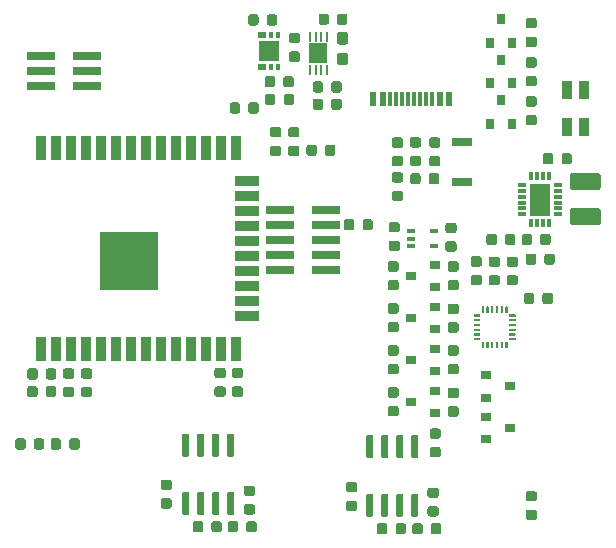
<source format=gbr>
G04 #@! TF.GenerationSoftware,KiCad,Pcbnew,(5.1.5)-2*
G04 #@! TF.CreationDate,2021-05-19T15:06:28+02:00*
G04 #@! TF.ProjectId,Versie2,56657273-6965-4322-9e6b-696361645f70,rev?*
G04 #@! TF.SameCoordinates,Original*
G04 #@! TF.FileFunction,Paste,Top*
G04 #@! TF.FilePolarity,Positive*
%FSLAX46Y46*%
G04 Gerber Fmt 4.6, Leading zero omitted, Abs format (unit mm)*
G04 Created by KiCad (PCBNEW (5.1.5)-2) date 2021-05-19 15:06:28*
%MOMM*%
%LPD*%
G04 APERTURE LIST*
%ADD10C,0.100000*%
%ADD11R,2.400000X0.760000*%
%ADD12R,0.254000X0.812800*%
%ADD13R,1.549400X1.752600*%
%ADD14R,1.800000X1.800000*%
%ADD15R,0.750000X0.500000*%
%ADD16R,0.400000X0.500000*%
%ADD17R,1.750000X2.750000*%
%ADD18R,0.300000X0.800000*%
%ADD19R,0.800000X0.300000*%
%ADD20R,0.600000X1.160000*%
%ADD21R,0.300000X1.160000*%
%ADD22R,0.900000X1.500000*%
%ADD23R,0.800000X0.900000*%
%ADD24R,0.900000X0.800000*%
%ADD25R,1.700000X0.800000*%
%ADD26R,5.000000X5.000000*%
%ADD27R,0.900000X2.000000*%
%ADD28R,2.000000X0.900000*%
%ADD29R,0.650000X0.400000*%
G04 APERTURE END LIST*
D10*
G36*
X87209691Y-55025053D02*
G01*
X87230926Y-55028203D01*
X87251750Y-55033419D01*
X87271962Y-55040651D01*
X87291368Y-55049830D01*
X87309781Y-55060866D01*
X87327024Y-55073654D01*
X87342930Y-55088070D01*
X87357346Y-55103976D01*
X87370134Y-55121219D01*
X87381170Y-55139632D01*
X87390349Y-55159038D01*
X87397581Y-55179250D01*
X87402797Y-55200074D01*
X87405947Y-55221309D01*
X87407000Y-55242750D01*
X87407000Y-55755250D01*
X87405947Y-55776691D01*
X87402797Y-55797926D01*
X87397581Y-55818750D01*
X87390349Y-55838962D01*
X87381170Y-55858368D01*
X87370134Y-55876781D01*
X87357346Y-55894024D01*
X87342930Y-55909930D01*
X87327024Y-55924346D01*
X87309781Y-55937134D01*
X87291368Y-55948170D01*
X87271962Y-55957349D01*
X87251750Y-55964581D01*
X87230926Y-55969797D01*
X87209691Y-55972947D01*
X87188250Y-55974000D01*
X86750750Y-55974000D01*
X86729309Y-55972947D01*
X86708074Y-55969797D01*
X86687250Y-55964581D01*
X86667038Y-55957349D01*
X86647632Y-55948170D01*
X86629219Y-55937134D01*
X86611976Y-55924346D01*
X86596070Y-55909930D01*
X86581654Y-55894024D01*
X86568866Y-55876781D01*
X86557830Y-55858368D01*
X86548651Y-55838962D01*
X86541419Y-55818750D01*
X86536203Y-55797926D01*
X86533053Y-55776691D01*
X86532000Y-55755250D01*
X86532000Y-55242750D01*
X86533053Y-55221309D01*
X86536203Y-55200074D01*
X86541419Y-55179250D01*
X86548651Y-55159038D01*
X86557830Y-55139632D01*
X86568866Y-55121219D01*
X86581654Y-55103976D01*
X86596070Y-55088070D01*
X86611976Y-55073654D01*
X86629219Y-55060866D01*
X86647632Y-55049830D01*
X86667038Y-55040651D01*
X86687250Y-55033419D01*
X86708074Y-55028203D01*
X86729309Y-55025053D01*
X86750750Y-55024000D01*
X87188250Y-55024000D01*
X87209691Y-55025053D01*
G37*
G36*
X88784691Y-55025053D02*
G01*
X88805926Y-55028203D01*
X88826750Y-55033419D01*
X88846962Y-55040651D01*
X88866368Y-55049830D01*
X88884781Y-55060866D01*
X88902024Y-55073654D01*
X88917930Y-55088070D01*
X88932346Y-55103976D01*
X88945134Y-55121219D01*
X88956170Y-55139632D01*
X88965349Y-55159038D01*
X88972581Y-55179250D01*
X88977797Y-55200074D01*
X88980947Y-55221309D01*
X88982000Y-55242750D01*
X88982000Y-55755250D01*
X88980947Y-55776691D01*
X88977797Y-55797926D01*
X88972581Y-55818750D01*
X88965349Y-55838962D01*
X88956170Y-55858368D01*
X88945134Y-55876781D01*
X88932346Y-55894024D01*
X88917930Y-55909930D01*
X88902024Y-55924346D01*
X88884781Y-55937134D01*
X88866368Y-55948170D01*
X88846962Y-55957349D01*
X88826750Y-55964581D01*
X88805926Y-55969797D01*
X88784691Y-55972947D01*
X88763250Y-55974000D01*
X88325750Y-55974000D01*
X88304309Y-55972947D01*
X88283074Y-55969797D01*
X88262250Y-55964581D01*
X88242038Y-55957349D01*
X88222632Y-55948170D01*
X88204219Y-55937134D01*
X88186976Y-55924346D01*
X88171070Y-55909930D01*
X88156654Y-55894024D01*
X88143866Y-55876781D01*
X88132830Y-55858368D01*
X88123651Y-55838962D01*
X88116419Y-55818750D01*
X88111203Y-55797926D01*
X88108053Y-55776691D01*
X88107000Y-55755250D01*
X88107000Y-55242750D01*
X88108053Y-55221309D01*
X88111203Y-55200074D01*
X88116419Y-55179250D01*
X88123651Y-55159038D01*
X88132830Y-55139632D01*
X88143866Y-55121219D01*
X88156654Y-55103976D01*
X88171070Y-55088070D01*
X88186976Y-55073654D01*
X88204219Y-55060866D01*
X88222632Y-55049830D01*
X88242038Y-55040651D01*
X88262250Y-55033419D01*
X88283074Y-55028203D01*
X88304309Y-55025053D01*
X88325750Y-55024000D01*
X88763250Y-55024000D01*
X88784691Y-55025053D01*
G37*
D11*
X67595200Y-53340000D03*
X67595200Y-54610000D03*
X67595200Y-55880000D03*
X71495200Y-55880000D03*
X71495200Y-54610000D03*
X71495200Y-53340000D03*
D12*
X91834401Y-51698900D03*
X91334400Y-51698900D03*
X90834400Y-51698900D03*
X90334399Y-51698900D03*
X90334399Y-54492900D03*
X90834400Y-54492900D03*
X91334400Y-54492900D03*
X91834401Y-54492900D03*
D13*
X91084400Y-53095900D03*
D10*
G36*
X93377179Y-53052044D02*
G01*
X93400234Y-53055463D01*
X93422843Y-53061127D01*
X93444787Y-53068979D01*
X93465857Y-53078944D01*
X93485848Y-53090926D01*
X93504568Y-53104810D01*
X93521838Y-53120462D01*
X93537490Y-53137732D01*
X93551374Y-53156452D01*
X93563356Y-53176443D01*
X93573321Y-53197513D01*
X93581173Y-53219457D01*
X93586837Y-53242066D01*
X93590256Y-53265121D01*
X93591400Y-53288400D01*
X93591400Y-53863400D01*
X93590256Y-53886679D01*
X93586837Y-53909734D01*
X93581173Y-53932343D01*
X93573321Y-53954287D01*
X93563356Y-53975357D01*
X93551374Y-53995348D01*
X93537490Y-54014068D01*
X93521838Y-54031338D01*
X93504568Y-54046990D01*
X93485848Y-54060874D01*
X93465857Y-54072856D01*
X93444787Y-54082821D01*
X93422843Y-54090673D01*
X93400234Y-54096337D01*
X93377179Y-54099756D01*
X93353900Y-54100900D01*
X92878900Y-54100900D01*
X92855621Y-54099756D01*
X92832566Y-54096337D01*
X92809957Y-54090673D01*
X92788013Y-54082821D01*
X92766943Y-54072856D01*
X92746952Y-54060874D01*
X92728232Y-54046990D01*
X92710962Y-54031338D01*
X92695310Y-54014068D01*
X92681426Y-53995348D01*
X92669444Y-53975357D01*
X92659479Y-53954287D01*
X92651627Y-53932343D01*
X92645963Y-53909734D01*
X92642544Y-53886679D01*
X92641400Y-53863400D01*
X92641400Y-53288400D01*
X92642544Y-53265121D01*
X92645963Y-53242066D01*
X92651627Y-53219457D01*
X92659479Y-53197513D01*
X92669444Y-53176443D01*
X92681426Y-53156452D01*
X92695310Y-53137732D01*
X92710962Y-53120462D01*
X92728232Y-53104810D01*
X92746952Y-53090926D01*
X92766943Y-53078944D01*
X92788013Y-53068979D01*
X92809957Y-53061127D01*
X92832566Y-53055463D01*
X92855621Y-53052044D01*
X92878900Y-53050900D01*
X93353900Y-53050900D01*
X93377179Y-53052044D01*
G37*
G36*
X93377179Y-51302044D02*
G01*
X93400234Y-51305463D01*
X93422843Y-51311127D01*
X93444787Y-51318979D01*
X93465857Y-51328944D01*
X93485848Y-51340926D01*
X93504568Y-51354810D01*
X93521838Y-51370462D01*
X93537490Y-51387732D01*
X93551374Y-51406452D01*
X93563356Y-51426443D01*
X93573321Y-51447513D01*
X93581173Y-51469457D01*
X93586837Y-51492066D01*
X93590256Y-51515121D01*
X93591400Y-51538400D01*
X93591400Y-52113400D01*
X93590256Y-52136679D01*
X93586837Y-52159734D01*
X93581173Y-52182343D01*
X93573321Y-52204287D01*
X93563356Y-52225357D01*
X93551374Y-52245348D01*
X93537490Y-52264068D01*
X93521838Y-52281338D01*
X93504568Y-52296990D01*
X93485848Y-52310874D01*
X93465857Y-52322856D01*
X93444787Y-52332821D01*
X93422843Y-52340673D01*
X93400234Y-52346337D01*
X93377179Y-52349756D01*
X93353900Y-52350900D01*
X92878900Y-52350900D01*
X92855621Y-52349756D01*
X92832566Y-52346337D01*
X92809957Y-52340673D01*
X92788013Y-52332821D01*
X92766943Y-52322856D01*
X92746952Y-52310874D01*
X92728232Y-52296990D01*
X92710962Y-52281338D01*
X92695310Y-52264068D01*
X92681426Y-52245348D01*
X92669444Y-52225357D01*
X92659479Y-52204287D01*
X92651627Y-52182343D01*
X92645963Y-52159734D01*
X92642544Y-52136679D01*
X92641400Y-52113400D01*
X92641400Y-51538400D01*
X92642544Y-51515121D01*
X92645963Y-51492066D01*
X92651627Y-51469457D01*
X92659479Y-51447513D01*
X92669444Y-51426443D01*
X92681426Y-51406452D01*
X92695310Y-51387732D01*
X92710962Y-51370462D01*
X92728232Y-51354810D01*
X92746952Y-51340926D01*
X92766943Y-51328944D01*
X92788013Y-51318979D01*
X92809957Y-51311127D01*
X92832566Y-51305463D01*
X92855621Y-51302044D01*
X92878900Y-51300900D01*
X93353900Y-51300900D01*
X93377179Y-51302044D01*
G37*
D14*
X86908900Y-52870100D03*
D15*
X86308900Y-51520100D03*
D16*
X87083900Y-51520100D03*
X87683900Y-51520100D03*
X87683900Y-54220100D03*
X87083900Y-54220100D03*
D15*
X86308900Y-54220100D03*
D17*
X109855000Y-65474900D03*
D18*
X110605000Y-67474900D03*
X110105000Y-67474900D03*
X109605000Y-67474900D03*
X109105000Y-67474900D03*
D19*
X108355000Y-66724900D03*
X108355000Y-66224900D03*
X108355000Y-65724900D03*
X108355000Y-65224900D03*
X108355000Y-64724900D03*
X108355000Y-64224900D03*
D18*
X109105000Y-63474900D03*
X109605000Y-63474900D03*
X110105000Y-63474900D03*
X110605000Y-63474900D03*
D19*
X111355000Y-64224900D03*
X111355000Y-64724900D03*
X111355000Y-65224900D03*
X111355000Y-65724900D03*
X111355000Y-66224900D03*
X111355000Y-66724900D03*
D20*
X95733000Y-56993000D03*
X96533000Y-56993000D03*
X95733000Y-56993000D03*
X96533000Y-56993000D03*
X102133000Y-56993000D03*
X102133000Y-56993000D03*
X101333000Y-56993000D03*
X101333000Y-56993000D03*
D21*
X97183000Y-56993000D03*
X98183000Y-56993000D03*
X97683000Y-56993000D03*
X100183000Y-56993000D03*
X100683000Y-56993000D03*
X98683000Y-56993000D03*
X99183000Y-56993000D03*
X99683000Y-56993000D03*
D10*
G36*
X114764504Y-63239604D02*
G01*
X114788773Y-63243204D01*
X114812571Y-63249165D01*
X114835671Y-63257430D01*
X114857849Y-63267920D01*
X114878893Y-63280533D01*
X114898598Y-63295147D01*
X114916777Y-63311623D01*
X114933253Y-63329802D01*
X114947867Y-63349507D01*
X114960480Y-63370551D01*
X114970970Y-63392729D01*
X114979235Y-63415829D01*
X114985196Y-63439627D01*
X114988796Y-63463896D01*
X114990000Y-63488400D01*
X114990000Y-64413400D01*
X114988796Y-64437904D01*
X114985196Y-64462173D01*
X114979235Y-64485971D01*
X114970970Y-64509071D01*
X114960480Y-64531249D01*
X114947867Y-64552293D01*
X114933253Y-64571998D01*
X114916777Y-64590177D01*
X114898598Y-64606653D01*
X114878893Y-64621267D01*
X114857849Y-64633880D01*
X114835671Y-64644370D01*
X114812571Y-64652635D01*
X114788773Y-64658596D01*
X114764504Y-64662196D01*
X114740000Y-64663400D01*
X112590000Y-64663400D01*
X112565496Y-64662196D01*
X112541227Y-64658596D01*
X112517429Y-64652635D01*
X112494329Y-64644370D01*
X112472151Y-64633880D01*
X112451107Y-64621267D01*
X112431402Y-64606653D01*
X112413223Y-64590177D01*
X112396747Y-64571998D01*
X112382133Y-64552293D01*
X112369520Y-64531249D01*
X112359030Y-64509071D01*
X112350765Y-64485971D01*
X112344804Y-64462173D01*
X112341204Y-64437904D01*
X112340000Y-64413400D01*
X112340000Y-63488400D01*
X112341204Y-63463896D01*
X112344804Y-63439627D01*
X112350765Y-63415829D01*
X112359030Y-63392729D01*
X112369520Y-63370551D01*
X112382133Y-63349507D01*
X112396747Y-63329802D01*
X112413223Y-63311623D01*
X112431402Y-63295147D01*
X112451107Y-63280533D01*
X112472151Y-63267920D01*
X112494329Y-63257430D01*
X112517429Y-63249165D01*
X112541227Y-63243204D01*
X112565496Y-63239604D01*
X112590000Y-63238400D01*
X114740000Y-63238400D01*
X114764504Y-63239604D01*
G37*
G36*
X114764504Y-66214604D02*
G01*
X114788773Y-66218204D01*
X114812571Y-66224165D01*
X114835671Y-66232430D01*
X114857849Y-66242920D01*
X114878893Y-66255533D01*
X114898598Y-66270147D01*
X114916777Y-66286623D01*
X114933253Y-66304802D01*
X114947867Y-66324507D01*
X114960480Y-66345551D01*
X114970970Y-66367729D01*
X114979235Y-66390829D01*
X114985196Y-66414627D01*
X114988796Y-66438896D01*
X114990000Y-66463400D01*
X114990000Y-67388400D01*
X114988796Y-67412904D01*
X114985196Y-67437173D01*
X114979235Y-67460971D01*
X114970970Y-67484071D01*
X114960480Y-67506249D01*
X114947867Y-67527293D01*
X114933253Y-67546998D01*
X114916777Y-67565177D01*
X114898598Y-67581653D01*
X114878893Y-67596267D01*
X114857849Y-67608880D01*
X114835671Y-67619370D01*
X114812571Y-67627635D01*
X114788773Y-67633596D01*
X114764504Y-67637196D01*
X114740000Y-67638400D01*
X112590000Y-67638400D01*
X112565496Y-67637196D01*
X112541227Y-67633596D01*
X112517429Y-67627635D01*
X112494329Y-67619370D01*
X112472151Y-67608880D01*
X112451107Y-67596267D01*
X112431402Y-67581653D01*
X112413223Y-67565177D01*
X112396747Y-67546998D01*
X112382133Y-67527293D01*
X112369520Y-67506249D01*
X112359030Y-67484071D01*
X112350765Y-67460971D01*
X112344804Y-67437173D01*
X112341204Y-67412904D01*
X112340000Y-67388400D01*
X112340000Y-66463400D01*
X112341204Y-66438896D01*
X112344804Y-66414627D01*
X112350765Y-66390829D01*
X112359030Y-66367729D01*
X112369520Y-66345551D01*
X112382133Y-66324507D01*
X112396747Y-66304802D01*
X112413223Y-66286623D01*
X112431402Y-66270147D01*
X112451107Y-66255533D01*
X112472151Y-66242920D01*
X112494329Y-66232430D01*
X112517429Y-66224165D01*
X112541227Y-66218204D01*
X112565496Y-66214604D01*
X112590000Y-66213400D01*
X114740000Y-66213400D01*
X114764504Y-66214604D01*
G37*
D22*
X112089500Y-56235000D03*
X112089500Y-59335000D03*
X113589500Y-56235000D03*
X113589500Y-59335000D03*
D23*
X106550200Y-53648100D03*
X107500200Y-55648100D03*
X105600200Y-55648100D03*
D24*
X107300000Y-84800000D03*
X105300000Y-85750000D03*
X105300000Y-83850000D03*
D23*
X106550200Y-57077100D03*
X107500200Y-59077100D03*
X105600200Y-59077100D03*
X106550200Y-50219100D03*
X107500200Y-52219100D03*
X105600200Y-52219100D03*
D24*
X98930200Y-79057500D03*
X100930200Y-78107500D03*
X100930200Y-80007500D03*
X100930200Y-76451500D03*
X100930200Y-74551500D03*
X98930200Y-75501500D03*
X100930200Y-83563500D03*
X100930200Y-81663500D03*
X98930200Y-82613500D03*
X98930200Y-71945500D03*
X100930200Y-70995500D03*
X100930200Y-72895500D03*
X105300000Y-80350000D03*
X105300000Y-82250000D03*
X107300000Y-81300000D03*
D25*
X103225600Y-60628800D03*
X103225600Y-64028800D03*
D26*
X75064000Y-70644000D03*
D27*
X67564000Y-78144000D03*
X68834000Y-78144000D03*
X70104000Y-78144000D03*
X71374000Y-78144000D03*
X72644000Y-78144000D03*
X73914000Y-78144000D03*
X75184000Y-78144000D03*
X76454000Y-78144000D03*
X77724000Y-78144000D03*
X78994000Y-78144000D03*
X80264000Y-78144000D03*
X81534000Y-78144000D03*
X82804000Y-78144000D03*
X84074000Y-78144000D03*
D28*
X85074000Y-75359000D03*
X85074000Y-74089000D03*
X85074000Y-72819000D03*
X85074000Y-71549000D03*
X85074000Y-70279000D03*
X85074000Y-69009000D03*
X85074000Y-67739000D03*
X85074000Y-66469000D03*
X85074000Y-65199000D03*
X85074000Y-63929000D03*
D27*
X84074000Y-61144000D03*
X82804000Y-61144000D03*
X81534000Y-61144000D03*
X80264000Y-61144000D03*
X78994000Y-61144000D03*
X77724000Y-61144000D03*
X76454000Y-61144000D03*
X75184000Y-61144000D03*
X73914000Y-61144000D03*
X72644000Y-61144000D03*
X71374000Y-61144000D03*
X70104000Y-61144000D03*
X68834000Y-61144000D03*
X67564000Y-61144000D03*
D29*
X98950000Y-68150000D03*
X98950000Y-69450000D03*
X98950000Y-68800000D03*
X100850000Y-69450000D03*
X100850000Y-68150000D03*
D10*
G36*
X107729901Y-77200241D02*
G01*
X107734755Y-77200961D01*
X107739514Y-77202153D01*
X107744134Y-77203806D01*
X107748570Y-77205904D01*
X107752779Y-77208427D01*
X107756720Y-77211349D01*
X107760355Y-77214645D01*
X107763651Y-77218280D01*
X107766573Y-77222221D01*
X107769096Y-77226430D01*
X107771194Y-77230866D01*
X107772847Y-77235486D01*
X107774039Y-77240245D01*
X107774759Y-77245099D01*
X107775000Y-77250000D01*
X107775000Y-77350000D01*
X107774759Y-77354901D01*
X107774039Y-77359755D01*
X107772847Y-77364514D01*
X107771194Y-77369134D01*
X107769096Y-77373570D01*
X107766573Y-77377779D01*
X107763651Y-77381720D01*
X107760355Y-77385355D01*
X107756720Y-77388651D01*
X107752779Y-77391573D01*
X107748570Y-77394096D01*
X107744134Y-77396194D01*
X107739514Y-77397847D01*
X107734755Y-77399039D01*
X107729901Y-77399759D01*
X107725000Y-77400000D01*
X107275000Y-77400000D01*
X107270099Y-77399759D01*
X107265245Y-77399039D01*
X107260486Y-77397847D01*
X107255866Y-77396194D01*
X107251430Y-77394096D01*
X107247221Y-77391573D01*
X107243280Y-77388651D01*
X107239645Y-77385355D01*
X107236349Y-77381720D01*
X107233427Y-77377779D01*
X107230904Y-77373570D01*
X107228806Y-77369134D01*
X107227153Y-77364514D01*
X107225961Y-77359755D01*
X107225241Y-77354901D01*
X107225000Y-77350000D01*
X107225000Y-77250000D01*
X107225241Y-77245099D01*
X107225961Y-77240245D01*
X107227153Y-77235486D01*
X107228806Y-77230866D01*
X107230904Y-77226430D01*
X107233427Y-77222221D01*
X107236349Y-77218280D01*
X107239645Y-77214645D01*
X107243280Y-77211349D01*
X107247221Y-77208427D01*
X107251430Y-77205904D01*
X107255866Y-77203806D01*
X107260486Y-77202153D01*
X107265245Y-77200961D01*
X107270099Y-77200241D01*
X107275000Y-77200000D01*
X107725000Y-77200000D01*
X107729901Y-77200241D01*
G37*
G36*
X107729901Y-76800241D02*
G01*
X107734755Y-76800961D01*
X107739514Y-76802153D01*
X107744134Y-76803806D01*
X107748570Y-76805904D01*
X107752779Y-76808427D01*
X107756720Y-76811349D01*
X107760355Y-76814645D01*
X107763651Y-76818280D01*
X107766573Y-76822221D01*
X107769096Y-76826430D01*
X107771194Y-76830866D01*
X107772847Y-76835486D01*
X107774039Y-76840245D01*
X107774759Y-76845099D01*
X107775000Y-76850000D01*
X107775000Y-76950000D01*
X107774759Y-76954901D01*
X107774039Y-76959755D01*
X107772847Y-76964514D01*
X107771194Y-76969134D01*
X107769096Y-76973570D01*
X107766573Y-76977779D01*
X107763651Y-76981720D01*
X107760355Y-76985355D01*
X107756720Y-76988651D01*
X107752779Y-76991573D01*
X107748570Y-76994096D01*
X107744134Y-76996194D01*
X107739514Y-76997847D01*
X107734755Y-76999039D01*
X107729901Y-76999759D01*
X107725000Y-77000000D01*
X107275000Y-77000000D01*
X107270099Y-76999759D01*
X107265245Y-76999039D01*
X107260486Y-76997847D01*
X107255866Y-76996194D01*
X107251430Y-76994096D01*
X107247221Y-76991573D01*
X107243280Y-76988651D01*
X107239645Y-76985355D01*
X107236349Y-76981720D01*
X107233427Y-76977779D01*
X107230904Y-76973570D01*
X107228806Y-76969134D01*
X107227153Y-76964514D01*
X107225961Y-76959755D01*
X107225241Y-76954901D01*
X107225000Y-76950000D01*
X107225000Y-76850000D01*
X107225241Y-76845099D01*
X107225961Y-76840245D01*
X107227153Y-76835486D01*
X107228806Y-76830866D01*
X107230904Y-76826430D01*
X107233427Y-76822221D01*
X107236349Y-76818280D01*
X107239645Y-76814645D01*
X107243280Y-76811349D01*
X107247221Y-76808427D01*
X107251430Y-76805904D01*
X107255866Y-76803806D01*
X107260486Y-76802153D01*
X107265245Y-76800961D01*
X107270099Y-76800241D01*
X107275000Y-76800000D01*
X107725000Y-76800000D01*
X107729901Y-76800241D01*
G37*
G36*
X107729901Y-76400241D02*
G01*
X107734755Y-76400961D01*
X107739514Y-76402153D01*
X107744134Y-76403806D01*
X107748570Y-76405904D01*
X107752779Y-76408427D01*
X107756720Y-76411349D01*
X107760355Y-76414645D01*
X107763651Y-76418280D01*
X107766573Y-76422221D01*
X107769096Y-76426430D01*
X107771194Y-76430866D01*
X107772847Y-76435486D01*
X107774039Y-76440245D01*
X107774759Y-76445099D01*
X107775000Y-76450000D01*
X107775000Y-76550000D01*
X107774759Y-76554901D01*
X107774039Y-76559755D01*
X107772847Y-76564514D01*
X107771194Y-76569134D01*
X107769096Y-76573570D01*
X107766573Y-76577779D01*
X107763651Y-76581720D01*
X107760355Y-76585355D01*
X107756720Y-76588651D01*
X107752779Y-76591573D01*
X107748570Y-76594096D01*
X107744134Y-76596194D01*
X107739514Y-76597847D01*
X107734755Y-76599039D01*
X107729901Y-76599759D01*
X107725000Y-76600000D01*
X107275000Y-76600000D01*
X107270099Y-76599759D01*
X107265245Y-76599039D01*
X107260486Y-76597847D01*
X107255866Y-76596194D01*
X107251430Y-76594096D01*
X107247221Y-76591573D01*
X107243280Y-76588651D01*
X107239645Y-76585355D01*
X107236349Y-76581720D01*
X107233427Y-76577779D01*
X107230904Y-76573570D01*
X107228806Y-76569134D01*
X107227153Y-76564514D01*
X107225961Y-76559755D01*
X107225241Y-76554901D01*
X107225000Y-76550000D01*
X107225000Y-76450000D01*
X107225241Y-76445099D01*
X107225961Y-76440245D01*
X107227153Y-76435486D01*
X107228806Y-76430866D01*
X107230904Y-76426430D01*
X107233427Y-76422221D01*
X107236349Y-76418280D01*
X107239645Y-76414645D01*
X107243280Y-76411349D01*
X107247221Y-76408427D01*
X107251430Y-76405904D01*
X107255866Y-76403806D01*
X107260486Y-76402153D01*
X107265245Y-76400961D01*
X107270099Y-76400241D01*
X107275000Y-76400000D01*
X107725000Y-76400000D01*
X107729901Y-76400241D01*
G37*
G36*
X107729901Y-76000241D02*
G01*
X107734755Y-76000961D01*
X107739514Y-76002153D01*
X107744134Y-76003806D01*
X107748570Y-76005904D01*
X107752779Y-76008427D01*
X107756720Y-76011349D01*
X107760355Y-76014645D01*
X107763651Y-76018280D01*
X107766573Y-76022221D01*
X107769096Y-76026430D01*
X107771194Y-76030866D01*
X107772847Y-76035486D01*
X107774039Y-76040245D01*
X107774759Y-76045099D01*
X107775000Y-76050000D01*
X107775000Y-76150000D01*
X107774759Y-76154901D01*
X107774039Y-76159755D01*
X107772847Y-76164514D01*
X107771194Y-76169134D01*
X107769096Y-76173570D01*
X107766573Y-76177779D01*
X107763651Y-76181720D01*
X107760355Y-76185355D01*
X107756720Y-76188651D01*
X107752779Y-76191573D01*
X107748570Y-76194096D01*
X107744134Y-76196194D01*
X107739514Y-76197847D01*
X107734755Y-76199039D01*
X107729901Y-76199759D01*
X107725000Y-76200000D01*
X107275000Y-76200000D01*
X107270099Y-76199759D01*
X107265245Y-76199039D01*
X107260486Y-76197847D01*
X107255866Y-76196194D01*
X107251430Y-76194096D01*
X107247221Y-76191573D01*
X107243280Y-76188651D01*
X107239645Y-76185355D01*
X107236349Y-76181720D01*
X107233427Y-76177779D01*
X107230904Y-76173570D01*
X107228806Y-76169134D01*
X107227153Y-76164514D01*
X107225961Y-76159755D01*
X107225241Y-76154901D01*
X107225000Y-76150000D01*
X107225000Y-76050000D01*
X107225241Y-76045099D01*
X107225961Y-76040245D01*
X107227153Y-76035486D01*
X107228806Y-76030866D01*
X107230904Y-76026430D01*
X107233427Y-76022221D01*
X107236349Y-76018280D01*
X107239645Y-76014645D01*
X107243280Y-76011349D01*
X107247221Y-76008427D01*
X107251430Y-76005904D01*
X107255866Y-76003806D01*
X107260486Y-76002153D01*
X107265245Y-76000961D01*
X107270099Y-76000241D01*
X107275000Y-76000000D01*
X107725000Y-76000000D01*
X107729901Y-76000241D01*
G37*
G36*
X107729901Y-75600241D02*
G01*
X107734755Y-75600961D01*
X107739514Y-75602153D01*
X107744134Y-75603806D01*
X107748570Y-75605904D01*
X107752779Y-75608427D01*
X107756720Y-75611349D01*
X107760355Y-75614645D01*
X107763651Y-75618280D01*
X107766573Y-75622221D01*
X107769096Y-75626430D01*
X107771194Y-75630866D01*
X107772847Y-75635486D01*
X107774039Y-75640245D01*
X107774759Y-75645099D01*
X107775000Y-75650000D01*
X107775000Y-75750000D01*
X107774759Y-75754901D01*
X107774039Y-75759755D01*
X107772847Y-75764514D01*
X107771194Y-75769134D01*
X107769096Y-75773570D01*
X107766573Y-75777779D01*
X107763651Y-75781720D01*
X107760355Y-75785355D01*
X107756720Y-75788651D01*
X107752779Y-75791573D01*
X107748570Y-75794096D01*
X107744134Y-75796194D01*
X107739514Y-75797847D01*
X107734755Y-75799039D01*
X107729901Y-75799759D01*
X107725000Y-75800000D01*
X107275000Y-75800000D01*
X107270099Y-75799759D01*
X107265245Y-75799039D01*
X107260486Y-75797847D01*
X107255866Y-75796194D01*
X107251430Y-75794096D01*
X107247221Y-75791573D01*
X107243280Y-75788651D01*
X107239645Y-75785355D01*
X107236349Y-75781720D01*
X107233427Y-75777779D01*
X107230904Y-75773570D01*
X107228806Y-75769134D01*
X107227153Y-75764514D01*
X107225961Y-75759755D01*
X107225241Y-75754901D01*
X107225000Y-75750000D01*
X107225000Y-75650000D01*
X107225241Y-75645099D01*
X107225961Y-75640245D01*
X107227153Y-75635486D01*
X107228806Y-75630866D01*
X107230904Y-75626430D01*
X107233427Y-75622221D01*
X107236349Y-75618280D01*
X107239645Y-75614645D01*
X107243280Y-75611349D01*
X107247221Y-75608427D01*
X107251430Y-75605904D01*
X107255866Y-75603806D01*
X107260486Y-75602153D01*
X107265245Y-75600961D01*
X107270099Y-75600241D01*
X107275000Y-75600000D01*
X107725000Y-75600000D01*
X107729901Y-75600241D01*
G37*
G36*
X107729901Y-75200241D02*
G01*
X107734755Y-75200961D01*
X107739514Y-75202153D01*
X107744134Y-75203806D01*
X107748570Y-75205904D01*
X107752779Y-75208427D01*
X107756720Y-75211349D01*
X107760355Y-75214645D01*
X107763651Y-75218280D01*
X107766573Y-75222221D01*
X107769096Y-75226430D01*
X107771194Y-75230866D01*
X107772847Y-75235486D01*
X107774039Y-75240245D01*
X107774759Y-75245099D01*
X107775000Y-75250000D01*
X107775000Y-75350000D01*
X107774759Y-75354901D01*
X107774039Y-75359755D01*
X107772847Y-75364514D01*
X107771194Y-75369134D01*
X107769096Y-75373570D01*
X107766573Y-75377779D01*
X107763651Y-75381720D01*
X107760355Y-75385355D01*
X107756720Y-75388651D01*
X107752779Y-75391573D01*
X107748570Y-75394096D01*
X107744134Y-75396194D01*
X107739514Y-75397847D01*
X107734755Y-75399039D01*
X107729901Y-75399759D01*
X107725000Y-75400000D01*
X107275000Y-75400000D01*
X107270099Y-75399759D01*
X107265245Y-75399039D01*
X107260486Y-75397847D01*
X107255866Y-75396194D01*
X107251430Y-75394096D01*
X107247221Y-75391573D01*
X107243280Y-75388651D01*
X107239645Y-75385355D01*
X107236349Y-75381720D01*
X107233427Y-75377779D01*
X107230904Y-75373570D01*
X107228806Y-75369134D01*
X107227153Y-75364514D01*
X107225961Y-75359755D01*
X107225241Y-75354901D01*
X107225000Y-75350000D01*
X107225000Y-75250000D01*
X107225241Y-75245099D01*
X107225961Y-75240245D01*
X107227153Y-75235486D01*
X107228806Y-75230866D01*
X107230904Y-75226430D01*
X107233427Y-75222221D01*
X107236349Y-75218280D01*
X107239645Y-75214645D01*
X107243280Y-75211349D01*
X107247221Y-75208427D01*
X107251430Y-75205904D01*
X107255866Y-75203806D01*
X107260486Y-75202153D01*
X107265245Y-75200961D01*
X107270099Y-75200241D01*
X107275000Y-75200000D01*
X107725000Y-75200000D01*
X107729901Y-75200241D01*
G37*
G36*
X107054901Y-74525241D02*
G01*
X107059755Y-74525961D01*
X107064514Y-74527153D01*
X107069134Y-74528806D01*
X107073570Y-74530904D01*
X107077779Y-74533427D01*
X107081720Y-74536349D01*
X107085355Y-74539645D01*
X107088651Y-74543280D01*
X107091573Y-74547221D01*
X107094096Y-74551430D01*
X107096194Y-74555866D01*
X107097847Y-74560486D01*
X107099039Y-74565245D01*
X107099759Y-74570099D01*
X107100000Y-74575000D01*
X107100000Y-75025000D01*
X107099759Y-75029901D01*
X107099039Y-75034755D01*
X107097847Y-75039514D01*
X107096194Y-75044134D01*
X107094096Y-75048570D01*
X107091573Y-75052779D01*
X107088651Y-75056720D01*
X107085355Y-75060355D01*
X107081720Y-75063651D01*
X107077779Y-75066573D01*
X107073570Y-75069096D01*
X107069134Y-75071194D01*
X107064514Y-75072847D01*
X107059755Y-75074039D01*
X107054901Y-75074759D01*
X107050000Y-75075000D01*
X106950000Y-75075000D01*
X106945099Y-75074759D01*
X106940245Y-75074039D01*
X106935486Y-75072847D01*
X106930866Y-75071194D01*
X106926430Y-75069096D01*
X106922221Y-75066573D01*
X106918280Y-75063651D01*
X106914645Y-75060355D01*
X106911349Y-75056720D01*
X106908427Y-75052779D01*
X106905904Y-75048570D01*
X106903806Y-75044134D01*
X106902153Y-75039514D01*
X106900961Y-75034755D01*
X106900241Y-75029901D01*
X106900000Y-75025000D01*
X106900000Y-74575000D01*
X106900241Y-74570099D01*
X106900961Y-74565245D01*
X106902153Y-74560486D01*
X106903806Y-74555866D01*
X106905904Y-74551430D01*
X106908427Y-74547221D01*
X106911349Y-74543280D01*
X106914645Y-74539645D01*
X106918280Y-74536349D01*
X106922221Y-74533427D01*
X106926430Y-74530904D01*
X106930866Y-74528806D01*
X106935486Y-74527153D01*
X106940245Y-74525961D01*
X106945099Y-74525241D01*
X106950000Y-74525000D01*
X107050000Y-74525000D01*
X107054901Y-74525241D01*
G37*
G36*
X106654901Y-74525241D02*
G01*
X106659755Y-74525961D01*
X106664514Y-74527153D01*
X106669134Y-74528806D01*
X106673570Y-74530904D01*
X106677779Y-74533427D01*
X106681720Y-74536349D01*
X106685355Y-74539645D01*
X106688651Y-74543280D01*
X106691573Y-74547221D01*
X106694096Y-74551430D01*
X106696194Y-74555866D01*
X106697847Y-74560486D01*
X106699039Y-74565245D01*
X106699759Y-74570099D01*
X106700000Y-74575000D01*
X106700000Y-75025000D01*
X106699759Y-75029901D01*
X106699039Y-75034755D01*
X106697847Y-75039514D01*
X106696194Y-75044134D01*
X106694096Y-75048570D01*
X106691573Y-75052779D01*
X106688651Y-75056720D01*
X106685355Y-75060355D01*
X106681720Y-75063651D01*
X106677779Y-75066573D01*
X106673570Y-75069096D01*
X106669134Y-75071194D01*
X106664514Y-75072847D01*
X106659755Y-75074039D01*
X106654901Y-75074759D01*
X106650000Y-75075000D01*
X106550000Y-75075000D01*
X106545099Y-75074759D01*
X106540245Y-75074039D01*
X106535486Y-75072847D01*
X106530866Y-75071194D01*
X106526430Y-75069096D01*
X106522221Y-75066573D01*
X106518280Y-75063651D01*
X106514645Y-75060355D01*
X106511349Y-75056720D01*
X106508427Y-75052779D01*
X106505904Y-75048570D01*
X106503806Y-75044134D01*
X106502153Y-75039514D01*
X106500961Y-75034755D01*
X106500241Y-75029901D01*
X106500000Y-75025000D01*
X106500000Y-74575000D01*
X106500241Y-74570099D01*
X106500961Y-74565245D01*
X106502153Y-74560486D01*
X106503806Y-74555866D01*
X106505904Y-74551430D01*
X106508427Y-74547221D01*
X106511349Y-74543280D01*
X106514645Y-74539645D01*
X106518280Y-74536349D01*
X106522221Y-74533427D01*
X106526430Y-74530904D01*
X106530866Y-74528806D01*
X106535486Y-74527153D01*
X106540245Y-74525961D01*
X106545099Y-74525241D01*
X106550000Y-74525000D01*
X106650000Y-74525000D01*
X106654901Y-74525241D01*
G37*
G36*
X106254901Y-74525241D02*
G01*
X106259755Y-74525961D01*
X106264514Y-74527153D01*
X106269134Y-74528806D01*
X106273570Y-74530904D01*
X106277779Y-74533427D01*
X106281720Y-74536349D01*
X106285355Y-74539645D01*
X106288651Y-74543280D01*
X106291573Y-74547221D01*
X106294096Y-74551430D01*
X106296194Y-74555866D01*
X106297847Y-74560486D01*
X106299039Y-74565245D01*
X106299759Y-74570099D01*
X106300000Y-74575000D01*
X106300000Y-75025000D01*
X106299759Y-75029901D01*
X106299039Y-75034755D01*
X106297847Y-75039514D01*
X106296194Y-75044134D01*
X106294096Y-75048570D01*
X106291573Y-75052779D01*
X106288651Y-75056720D01*
X106285355Y-75060355D01*
X106281720Y-75063651D01*
X106277779Y-75066573D01*
X106273570Y-75069096D01*
X106269134Y-75071194D01*
X106264514Y-75072847D01*
X106259755Y-75074039D01*
X106254901Y-75074759D01*
X106250000Y-75075000D01*
X106150000Y-75075000D01*
X106145099Y-75074759D01*
X106140245Y-75074039D01*
X106135486Y-75072847D01*
X106130866Y-75071194D01*
X106126430Y-75069096D01*
X106122221Y-75066573D01*
X106118280Y-75063651D01*
X106114645Y-75060355D01*
X106111349Y-75056720D01*
X106108427Y-75052779D01*
X106105904Y-75048570D01*
X106103806Y-75044134D01*
X106102153Y-75039514D01*
X106100961Y-75034755D01*
X106100241Y-75029901D01*
X106100000Y-75025000D01*
X106100000Y-74575000D01*
X106100241Y-74570099D01*
X106100961Y-74565245D01*
X106102153Y-74560486D01*
X106103806Y-74555866D01*
X106105904Y-74551430D01*
X106108427Y-74547221D01*
X106111349Y-74543280D01*
X106114645Y-74539645D01*
X106118280Y-74536349D01*
X106122221Y-74533427D01*
X106126430Y-74530904D01*
X106130866Y-74528806D01*
X106135486Y-74527153D01*
X106140245Y-74525961D01*
X106145099Y-74525241D01*
X106150000Y-74525000D01*
X106250000Y-74525000D01*
X106254901Y-74525241D01*
G37*
G36*
X105854901Y-74525241D02*
G01*
X105859755Y-74525961D01*
X105864514Y-74527153D01*
X105869134Y-74528806D01*
X105873570Y-74530904D01*
X105877779Y-74533427D01*
X105881720Y-74536349D01*
X105885355Y-74539645D01*
X105888651Y-74543280D01*
X105891573Y-74547221D01*
X105894096Y-74551430D01*
X105896194Y-74555866D01*
X105897847Y-74560486D01*
X105899039Y-74565245D01*
X105899759Y-74570099D01*
X105900000Y-74575000D01*
X105900000Y-75025000D01*
X105899759Y-75029901D01*
X105899039Y-75034755D01*
X105897847Y-75039514D01*
X105896194Y-75044134D01*
X105894096Y-75048570D01*
X105891573Y-75052779D01*
X105888651Y-75056720D01*
X105885355Y-75060355D01*
X105881720Y-75063651D01*
X105877779Y-75066573D01*
X105873570Y-75069096D01*
X105869134Y-75071194D01*
X105864514Y-75072847D01*
X105859755Y-75074039D01*
X105854901Y-75074759D01*
X105850000Y-75075000D01*
X105750000Y-75075000D01*
X105745099Y-75074759D01*
X105740245Y-75074039D01*
X105735486Y-75072847D01*
X105730866Y-75071194D01*
X105726430Y-75069096D01*
X105722221Y-75066573D01*
X105718280Y-75063651D01*
X105714645Y-75060355D01*
X105711349Y-75056720D01*
X105708427Y-75052779D01*
X105705904Y-75048570D01*
X105703806Y-75044134D01*
X105702153Y-75039514D01*
X105700961Y-75034755D01*
X105700241Y-75029901D01*
X105700000Y-75025000D01*
X105700000Y-74575000D01*
X105700241Y-74570099D01*
X105700961Y-74565245D01*
X105702153Y-74560486D01*
X105703806Y-74555866D01*
X105705904Y-74551430D01*
X105708427Y-74547221D01*
X105711349Y-74543280D01*
X105714645Y-74539645D01*
X105718280Y-74536349D01*
X105722221Y-74533427D01*
X105726430Y-74530904D01*
X105730866Y-74528806D01*
X105735486Y-74527153D01*
X105740245Y-74525961D01*
X105745099Y-74525241D01*
X105750000Y-74525000D01*
X105850000Y-74525000D01*
X105854901Y-74525241D01*
G37*
G36*
X105454901Y-74525241D02*
G01*
X105459755Y-74525961D01*
X105464514Y-74527153D01*
X105469134Y-74528806D01*
X105473570Y-74530904D01*
X105477779Y-74533427D01*
X105481720Y-74536349D01*
X105485355Y-74539645D01*
X105488651Y-74543280D01*
X105491573Y-74547221D01*
X105494096Y-74551430D01*
X105496194Y-74555866D01*
X105497847Y-74560486D01*
X105499039Y-74565245D01*
X105499759Y-74570099D01*
X105500000Y-74575000D01*
X105500000Y-75025000D01*
X105499759Y-75029901D01*
X105499039Y-75034755D01*
X105497847Y-75039514D01*
X105496194Y-75044134D01*
X105494096Y-75048570D01*
X105491573Y-75052779D01*
X105488651Y-75056720D01*
X105485355Y-75060355D01*
X105481720Y-75063651D01*
X105477779Y-75066573D01*
X105473570Y-75069096D01*
X105469134Y-75071194D01*
X105464514Y-75072847D01*
X105459755Y-75074039D01*
X105454901Y-75074759D01*
X105450000Y-75075000D01*
X105350000Y-75075000D01*
X105345099Y-75074759D01*
X105340245Y-75074039D01*
X105335486Y-75072847D01*
X105330866Y-75071194D01*
X105326430Y-75069096D01*
X105322221Y-75066573D01*
X105318280Y-75063651D01*
X105314645Y-75060355D01*
X105311349Y-75056720D01*
X105308427Y-75052779D01*
X105305904Y-75048570D01*
X105303806Y-75044134D01*
X105302153Y-75039514D01*
X105300961Y-75034755D01*
X105300241Y-75029901D01*
X105300000Y-75025000D01*
X105300000Y-74575000D01*
X105300241Y-74570099D01*
X105300961Y-74565245D01*
X105302153Y-74560486D01*
X105303806Y-74555866D01*
X105305904Y-74551430D01*
X105308427Y-74547221D01*
X105311349Y-74543280D01*
X105314645Y-74539645D01*
X105318280Y-74536349D01*
X105322221Y-74533427D01*
X105326430Y-74530904D01*
X105330866Y-74528806D01*
X105335486Y-74527153D01*
X105340245Y-74525961D01*
X105345099Y-74525241D01*
X105350000Y-74525000D01*
X105450000Y-74525000D01*
X105454901Y-74525241D01*
G37*
G36*
X105054901Y-74525241D02*
G01*
X105059755Y-74525961D01*
X105064514Y-74527153D01*
X105069134Y-74528806D01*
X105073570Y-74530904D01*
X105077779Y-74533427D01*
X105081720Y-74536349D01*
X105085355Y-74539645D01*
X105088651Y-74543280D01*
X105091573Y-74547221D01*
X105094096Y-74551430D01*
X105096194Y-74555866D01*
X105097847Y-74560486D01*
X105099039Y-74565245D01*
X105099759Y-74570099D01*
X105100000Y-74575000D01*
X105100000Y-75025000D01*
X105099759Y-75029901D01*
X105099039Y-75034755D01*
X105097847Y-75039514D01*
X105096194Y-75044134D01*
X105094096Y-75048570D01*
X105091573Y-75052779D01*
X105088651Y-75056720D01*
X105085355Y-75060355D01*
X105081720Y-75063651D01*
X105077779Y-75066573D01*
X105073570Y-75069096D01*
X105069134Y-75071194D01*
X105064514Y-75072847D01*
X105059755Y-75074039D01*
X105054901Y-75074759D01*
X105050000Y-75075000D01*
X104950000Y-75075000D01*
X104945099Y-75074759D01*
X104940245Y-75074039D01*
X104935486Y-75072847D01*
X104930866Y-75071194D01*
X104926430Y-75069096D01*
X104922221Y-75066573D01*
X104918280Y-75063651D01*
X104914645Y-75060355D01*
X104911349Y-75056720D01*
X104908427Y-75052779D01*
X104905904Y-75048570D01*
X104903806Y-75044134D01*
X104902153Y-75039514D01*
X104900961Y-75034755D01*
X104900241Y-75029901D01*
X104900000Y-75025000D01*
X104900000Y-74575000D01*
X104900241Y-74570099D01*
X104900961Y-74565245D01*
X104902153Y-74560486D01*
X104903806Y-74555866D01*
X104905904Y-74551430D01*
X104908427Y-74547221D01*
X104911349Y-74543280D01*
X104914645Y-74539645D01*
X104918280Y-74536349D01*
X104922221Y-74533427D01*
X104926430Y-74530904D01*
X104930866Y-74528806D01*
X104935486Y-74527153D01*
X104940245Y-74525961D01*
X104945099Y-74525241D01*
X104950000Y-74525000D01*
X105050000Y-74525000D01*
X105054901Y-74525241D01*
G37*
G36*
X104729901Y-75200241D02*
G01*
X104734755Y-75200961D01*
X104739514Y-75202153D01*
X104744134Y-75203806D01*
X104748570Y-75205904D01*
X104752779Y-75208427D01*
X104756720Y-75211349D01*
X104760355Y-75214645D01*
X104763651Y-75218280D01*
X104766573Y-75222221D01*
X104769096Y-75226430D01*
X104771194Y-75230866D01*
X104772847Y-75235486D01*
X104774039Y-75240245D01*
X104774759Y-75245099D01*
X104775000Y-75250000D01*
X104775000Y-75350000D01*
X104774759Y-75354901D01*
X104774039Y-75359755D01*
X104772847Y-75364514D01*
X104771194Y-75369134D01*
X104769096Y-75373570D01*
X104766573Y-75377779D01*
X104763651Y-75381720D01*
X104760355Y-75385355D01*
X104756720Y-75388651D01*
X104752779Y-75391573D01*
X104748570Y-75394096D01*
X104744134Y-75396194D01*
X104739514Y-75397847D01*
X104734755Y-75399039D01*
X104729901Y-75399759D01*
X104725000Y-75400000D01*
X104275000Y-75400000D01*
X104270099Y-75399759D01*
X104265245Y-75399039D01*
X104260486Y-75397847D01*
X104255866Y-75396194D01*
X104251430Y-75394096D01*
X104247221Y-75391573D01*
X104243280Y-75388651D01*
X104239645Y-75385355D01*
X104236349Y-75381720D01*
X104233427Y-75377779D01*
X104230904Y-75373570D01*
X104228806Y-75369134D01*
X104227153Y-75364514D01*
X104225961Y-75359755D01*
X104225241Y-75354901D01*
X104225000Y-75350000D01*
X104225000Y-75250000D01*
X104225241Y-75245099D01*
X104225961Y-75240245D01*
X104227153Y-75235486D01*
X104228806Y-75230866D01*
X104230904Y-75226430D01*
X104233427Y-75222221D01*
X104236349Y-75218280D01*
X104239645Y-75214645D01*
X104243280Y-75211349D01*
X104247221Y-75208427D01*
X104251430Y-75205904D01*
X104255866Y-75203806D01*
X104260486Y-75202153D01*
X104265245Y-75200961D01*
X104270099Y-75200241D01*
X104275000Y-75200000D01*
X104725000Y-75200000D01*
X104729901Y-75200241D01*
G37*
G36*
X104729901Y-75600241D02*
G01*
X104734755Y-75600961D01*
X104739514Y-75602153D01*
X104744134Y-75603806D01*
X104748570Y-75605904D01*
X104752779Y-75608427D01*
X104756720Y-75611349D01*
X104760355Y-75614645D01*
X104763651Y-75618280D01*
X104766573Y-75622221D01*
X104769096Y-75626430D01*
X104771194Y-75630866D01*
X104772847Y-75635486D01*
X104774039Y-75640245D01*
X104774759Y-75645099D01*
X104775000Y-75650000D01*
X104775000Y-75750000D01*
X104774759Y-75754901D01*
X104774039Y-75759755D01*
X104772847Y-75764514D01*
X104771194Y-75769134D01*
X104769096Y-75773570D01*
X104766573Y-75777779D01*
X104763651Y-75781720D01*
X104760355Y-75785355D01*
X104756720Y-75788651D01*
X104752779Y-75791573D01*
X104748570Y-75794096D01*
X104744134Y-75796194D01*
X104739514Y-75797847D01*
X104734755Y-75799039D01*
X104729901Y-75799759D01*
X104725000Y-75800000D01*
X104275000Y-75800000D01*
X104270099Y-75799759D01*
X104265245Y-75799039D01*
X104260486Y-75797847D01*
X104255866Y-75796194D01*
X104251430Y-75794096D01*
X104247221Y-75791573D01*
X104243280Y-75788651D01*
X104239645Y-75785355D01*
X104236349Y-75781720D01*
X104233427Y-75777779D01*
X104230904Y-75773570D01*
X104228806Y-75769134D01*
X104227153Y-75764514D01*
X104225961Y-75759755D01*
X104225241Y-75754901D01*
X104225000Y-75750000D01*
X104225000Y-75650000D01*
X104225241Y-75645099D01*
X104225961Y-75640245D01*
X104227153Y-75635486D01*
X104228806Y-75630866D01*
X104230904Y-75626430D01*
X104233427Y-75622221D01*
X104236349Y-75618280D01*
X104239645Y-75614645D01*
X104243280Y-75611349D01*
X104247221Y-75608427D01*
X104251430Y-75605904D01*
X104255866Y-75603806D01*
X104260486Y-75602153D01*
X104265245Y-75600961D01*
X104270099Y-75600241D01*
X104275000Y-75600000D01*
X104725000Y-75600000D01*
X104729901Y-75600241D01*
G37*
G36*
X104729901Y-76000241D02*
G01*
X104734755Y-76000961D01*
X104739514Y-76002153D01*
X104744134Y-76003806D01*
X104748570Y-76005904D01*
X104752779Y-76008427D01*
X104756720Y-76011349D01*
X104760355Y-76014645D01*
X104763651Y-76018280D01*
X104766573Y-76022221D01*
X104769096Y-76026430D01*
X104771194Y-76030866D01*
X104772847Y-76035486D01*
X104774039Y-76040245D01*
X104774759Y-76045099D01*
X104775000Y-76050000D01*
X104775000Y-76150000D01*
X104774759Y-76154901D01*
X104774039Y-76159755D01*
X104772847Y-76164514D01*
X104771194Y-76169134D01*
X104769096Y-76173570D01*
X104766573Y-76177779D01*
X104763651Y-76181720D01*
X104760355Y-76185355D01*
X104756720Y-76188651D01*
X104752779Y-76191573D01*
X104748570Y-76194096D01*
X104744134Y-76196194D01*
X104739514Y-76197847D01*
X104734755Y-76199039D01*
X104729901Y-76199759D01*
X104725000Y-76200000D01*
X104275000Y-76200000D01*
X104270099Y-76199759D01*
X104265245Y-76199039D01*
X104260486Y-76197847D01*
X104255866Y-76196194D01*
X104251430Y-76194096D01*
X104247221Y-76191573D01*
X104243280Y-76188651D01*
X104239645Y-76185355D01*
X104236349Y-76181720D01*
X104233427Y-76177779D01*
X104230904Y-76173570D01*
X104228806Y-76169134D01*
X104227153Y-76164514D01*
X104225961Y-76159755D01*
X104225241Y-76154901D01*
X104225000Y-76150000D01*
X104225000Y-76050000D01*
X104225241Y-76045099D01*
X104225961Y-76040245D01*
X104227153Y-76035486D01*
X104228806Y-76030866D01*
X104230904Y-76026430D01*
X104233427Y-76022221D01*
X104236349Y-76018280D01*
X104239645Y-76014645D01*
X104243280Y-76011349D01*
X104247221Y-76008427D01*
X104251430Y-76005904D01*
X104255866Y-76003806D01*
X104260486Y-76002153D01*
X104265245Y-76000961D01*
X104270099Y-76000241D01*
X104275000Y-76000000D01*
X104725000Y-76000000D01*
X104729901Y-76000241D01*
G37*
G36*
X104729901Y-76400241D02*
G01*
X104734755Y-76400961D01*
X104739514Y-76402153D01*
X104744134Y-76403806D01*
X104748570Y-76405904D01*
X104752779Y-76408427D01*
X104756720Y-76411349D01*
X104760355Y-76414645D01*
X104763651Y-76418280D01*
X104766573Y-76422221D01*
X104769096Y-76426430D01*
X104771194Y-76430866D01*
X104772847Y-76435486D01*
X104774039Y-76440245D01*
X104774759Y-76445099D01*
X104775000Y-76450000D01*
X104775000Y-76550000D01*
X104774759Y-76554901D01*
X104774039Y-76559755D01*
X104772847Y-76564514D01*
X104771194Y-76569134D01*
X104769096Y-76573570D01*
X104766573Y-76577779D01*
X104763651Y-76581720D01*
X104760355Y-76585355D01*
X104756720Y-76588651D01*
X104752779Y-76591573D01*
X104748570Y-76594096D01*
X104744134Y-76596194D01*
X104739514Y-76597847D01*
X104734755Y-76599039D01*
X104729901Y-76599759D01*
X104725000Y-76600000D01*
X104275000Y-76600000D01*
X104270099Y-76599759D01*
X104265245Y-76599039D01*
X104260486Y-76597847D01*
X104255866Y-76596194D01*
X104251430Y-76594096D01*
X104247221Y-76591573D01*
X104243280Y-76588651D01*
X104239645Y-76585355D01*
X104236349Y-76581720D01*
X104233427Y-76577779D01*
X104230904Y-76573570D01*
X104228806Y-76569134D01*
X104227153Y-76564514D01*
X104225961Y-76559755D01*
X104225241Y-76554901D01*
X104225000Y-76550000D01*
X104225000Y-76450000D01*
X104225241Y-76445099D01*
X104225961Y-76440245D01*
X104227153Y-76435486D01*
X104228806Y-76430866D01*
X104230904Y-76426430D01*
X104233427Y-76422221D01*
X104236349Y-76418280D01*
X104239645Y-76414645D01*
X104243280Y-76411349D01*
X104247221Y-76408427D01*
X104251430Y-76405904D01*
X104255866Y-76403806D01*
X104260486Y-76402153D01*
X104265245Y-76400961D01*
X104270099Y-76400241D01*
X104275000Y-76400000D01*
X104725000Y-76400000D01*
X104729901Y-76400241D01*
G37*
G36*
X104729901Y-76800241D02*
G01*
X104734755Y-76800961D01*
X104739514Y-76802153D01*
X104744134Y-76803806D01*
X104748570Y-76805904D01*
X104752779Y-76808427D01*
X104756720Y-76811349D01*
X104760355Y-76814645D01*
X104763651Y-76818280D01*
X104766573Y-76822221D01*
X104769096Y-76826430D01*
X104771194Y-76830866D01*
X104772847Y-76835486D01*
X104774039Y-76840245D01*
X104774759Y-76845099D01*
X104775000Y-76850000D01*
X104775000Y-76950000D01*
X104774759Y-76954901D01*
X104774039Y-76959755D01*
X104772847Y-76964514D01*
X104771194Y-76969134D01*
X104769096Y-76973570D01*
X104766573Y-76977779D01*
X104763651Y-76981720D01*
X104760355Y-76985355D01*
X104756720Y-76988651D01*
X104752779Y-76991573D01*
X104748570Y-76994096D01*
X104744134Y-76996194D01*
X104739514Y-76997847D01*
X104734755Y-76999039D01*
X104729901Y-76999759D01*
X104725000Y-77000000D01*
X104275000Y-77000000D01*
X104270099Y-76999759D01*
X104265245Y-76999039D01*
X104260486Y-76997847D01*
X104255866Y-76996194D01*
X104251430Y-76994096D01*
X104247221Y-76991573D01*
X104243280Y-76988651D01*
X104239645Y-76985355D01*
X104236349Y-76981720D01*
X104233427Y-76977779D01*
X104230904Y-76973570D01*
X104228806Y-76969134D01*
X104227153Y-76964514D01*
X104225961Y-76959755D01*
X104225241Y-76954901D01*
X104225000Y-76950000D01*
X104225000Y-76850000D01*
X104225241Y-76845099D01*
X104225961Y-76840245D01*
X104227153Y-76835486D01*
X104228806Y-76830866D01*
X104230904Y-76826430D01*
X104233427Y-76822221D01*
X104236349Y-76818280D01*
X104239645Y-76814645D01*
X104243280Y-76811349D01*
X104247221Y-76808427D01*
X104251430Y-76805904D01*
X104255866Y-76803806D01*
X104260486Y-76802153D01*
X104265245Y-76800961D01*
X104270099Y-76800241D01*
X104275000Y-76800000D01*
X104725000Y-76800000D01*
X104729901Y-76800241D01*
G37*
G36*
X104729901Y-77200241D02*
G01*
X104734755Y-77200961D01*
X104739514Y-77202153D01*
X104744134Y-77203806D01*
X104748570Y-77205904D01*
X104752779Y-77208427D01*
X104756720Y-77211349D01*
X104760355Y-77214645D01*
X104763651Y-77218280D01*
X104766573Y-77222221D01*
X104769096Y-77226430D01*
X104771194Y-77230866D01*
X104772847Y-77235486D01*
X104774039Y-77240245D01*
X104774759Y-77245099D01*
X104775000Y-77250000D01*
X104775000Y-77350000D01*
X104774759Y-77354901D01*
X104774039Y-77359755D01*
X104772847Y-77364514D01*
X104771194Y-77369134D01*
X104769096Y-77373570D01*
X104766573Y-77377779D01*
X104763651Y-77381720D01*
X104760355Y-77385355D01*
X104756720Y-77388651D01*
X104752779Y-77391573D01*
X104748570Y-77394096D01*
X104744134Y-77396194D01*
X104739514Y-77397847D01*
X104734755Y-77399039D01*
X104729901Y-77399759D01*
X104725000Y-77400000D01*
X104275000Y-77400000D01*
X104270099Y-77399759D01*
X104265245Y-77399039D01*
X104260486Y-77397847D01*
X104255866Y-77396194D01*
X104251430Y-77394096D01*
X104247221Y-77391573D01*
X104243280Y-77388651D01*
X104239645Y-77385355D01*
X104236349Y-77381720D01*
X104233427Y-77377779D01*
X104230904Y-77373570D01*
X104228806Y-77369134D01*
X104227153Y-77364514D01*
X104225961Y-77359755D01*
X104225241Y-77354901D01*
X104225000Y-77350000D01*
X104225000Y-77250000D01*
X104225241Y-77245099D01*
X104225961Y-77240245D01*
X104227153Y-77235486D01*
X104228806Y-77230866D01*
X104230904Y-77226430D01*
X104233427Y-77222221D01*
X104236349Y-77218280D01*
X104239645Y-77214645D01*
X104243280Y-77211349D01*
X104247221Y-77208427D01*
X104251430Y-77205904D01*
X104255866Y-77203806D01*
X104260486Y-77202153D01*
X104265245Y-77200961D01*
X104270099Y-77200241D01*
X104275000Y-77200000D01*
X104725000Y-77200000D01*
X104729901Y-77200241D01*
G37*
G36*
X105054901Y-77525241D02*
G01*
X105059755Y-77525961D01*
X105064514Y-77527153D01*
X105069134Y-77528806D01*
X105073570Y-77530904D01*
X105077779Y-77533427D01*
X105081720Y-77536349D01*
X105085355Y-77539645D01*
X105088651Y-77543280D01*
X105091573Y-77547221D01*
X105094096Y-77551430D01*
X105096194Y-77555866D01*
X105097847Y-77560486D01*
X105099039Y-77565245D01*
X105099759Y-77570099D01*
X105100000Y-77575000D01*
X105100000Y-78025000D01*
X105099759Y-78029901D01*
X105099039Y-78034755D01*
X105097847Y-78039514D01*
X105096194Y-78044134D01*
X105094096Y-78048570D01*
X105091573Y-78052779D01*
X105088651Y-78056720D01*
X105085355Y-78060355D01*
X105081720Y-78063651D01*
X105077779Y-78066573D01*
X105073570Y-78069096D01*
X105069134Y-78071194D01*
X105064514Y-78072847D01*
X105059755Y-78074039D01*
X105054901Y-78074759D01*
X105050000Y-78075000D01*
X104950000Y-78075000D01*
X104945099Y-78074759D01*
X104940245Y-78074039D01*
X104935486Y-78072847D01*
X104930866Y-78071194D01*
X104926430Y-78069096D01*
X104922221Y-78066573D01*
X104918280Y-78063651D01*
X104914645Y-78060355D01*
X104911349Y-78056720D01*
X104908427Y-78052779D01*
X104905904Y-78048570D01*
X104903806Y-78044134D01*
X104902153Y-78039514D01*
X104900961Y-78034755D01*
X104900241Y-78029901D01*
X104900000Y-78025000D01*
X104900000Y-77575000D01*
X104900241Y-77570099D01*
X104900961Y-77565245D01*
X104902153Y-77560486D01*
X104903806Y-77555866D01*
X104905904Y-77551430D01*
X104908427Y-77547221D01*
X104911349Y-77543280D01*
X104914645Y-77539645D01*
X104918280Y-77536349D01*
X104922221Y-77533427D01*
X104926430Y-77530904D01*
X104930866Y-77528806D01*
X104935486Y-77527153D01*
X104940245Y-77525961D01*
X104945099Y-77525241D01*
X104950000Y-77525000D01*
X105050000Y-77525000D01*
X105054901Y-77525241D01*
G37*
G36*
X105454901Y-77525241D02*
G01*
X105459755Y-77525961D01*
X105464514Y-77527153D01*
X105469134Y-77528806D01*
X105473570Y-77530904D01*
X105477779Y-77533427D01*
X105481720Y-77536349D01*
X105485355Y-77539645D01*
X105488651Y-77543280D01*
X105491573Y-77547221D01*
X105494096Y-77551430D01*
X105496194Y-77555866D01*
X105497847Y-77560486D01*
X105499039Y-77565245D01*
X105499759Y-77570099D01*
X105500000Y-77575000D01*
X105500000Y-78025000D01*
X105499759Y-78029901D01*
X105499039Y-78034755D01*
X105497847Y-78039514D01*
X105496194Y-78044134D01*
X105494096Y-78048570D01*
X105491573Y-78052779D01*
X105488651Y-78056720D01*
X105485355Y-78060355D01*
X105481720Y-78063651D01*
X105477779Y-78066573D01*
X105473570Y-78069096D01*
X105469134Y-78071194D01*
X105464514Y-78072847D01*
X105459755Y-78074039D01*
X105454901Y-78074759D01*
X105450000Y-78075000D01*
X105350000Y-78075000D01*
X105345099Y-78074759D01*
X105340245Y-78074039D01*
X105335486Y-78072847D01*
X105330866Y-78071194D01*
X105326430Y-78069096D01*
X105322221Y-78066573D01*
X105318280Y-78063651D01*
X105314645Y-78060355D01*
X105311349Y-78056720D01*
X105308427Y-78052779D01*
X105305904Y-78048570D01*
X105303806Y-78044134D01*
X105302153Y-78039514D01*
X105300961Y-78034755D01*
X105300241Y-78029901D01*
X105300000Y-78025000D01*
X105300000Y-77575000D01*
X105300241Y-77570099D01*
X105300961Y-77565245D01*
X105302153Y-77560486D01*
X105303806Y-77555866D01*
X105305904Y-77551430D01*
X105308427Y-77547221D01*
X105311349Y-77543280D01*
X105314645Y-77539645D01*
X105318280Y-77536349D01*
X105322221Y-77533427D01*
X105326430Y-77530904D01*
X105330866Y-77528806D01*
X105335486Y-77527153D01*
X105340245Y-77525961D01*
X105345099Y-77525241D01*
X105350000Y-77525000D01*
X105450000Y-77525000D01*
X105454901Y-77525241D01*
G37*
G36*
X105854901Y-77525241D02*
G01*
X105859755Y-77525961D01*
X105864514Y-77527153D01*
X105869134Y-77528806D01*
X105873570Y-77530904D01*
X105877779Y-77533427D01*
X105881720Y-77536349D01*
X105885355Y-77539645D01*
X105888651Y-77543280D01*
X105891573Y-77547221D01*
X105894096Y-77551430D01*
X105896194Y-77555866D01*
X105897847Y-77560486D01*
X105899039Y-77565245D01*
X105899759Y-77570099D01*
X105900000Y-77575000D01*
X105900000Y-78025000D01*
X105899759Y-78029901D01*
X105899039Y-78034755D01*
X105897847Y-78039514D01*
X105896194Y-78044134D01*
X105894096Y-78048570D01*
X105891573Y-78052779D01*
X105888651Y-78056720D01*
X105885355Y-78060355D01*
X105881720Y-78063651D01*
X105877779Y-78066573D01*
X105873570Y-78069096D01*
X105869134Y-78071194D01*
X105864514Y-78072847D01*
X105859755Y-78074039D01*
X105854901Y-78074759D01*
X105850000Y-78075000D01*
X105750000Y-78075000D01*
X105745099Y-78074759D01*
X105740245Y-78074039D01*
X105735486Y-78072847D01*
X105730866Y-78071194D01*
X105726430Y-78069096D01*
X105722221Y-78066573D01*
X105718280Y-78063651D01*
X105714645Y-78060355D01*
X105711349Y-78056720D01*
X105708427Y-78052779D01*
X105705904Y-78048570D01*
X105703806Y-78044134D01*
X105702153Y-78039514D01*
X105700961Y-78034755D01*
X105700241Y-78029901D01*
X105700000Y-78025000D01*
X105700000Y-77575000D01*
X105700241Y-77570099D01*
X105700961Y-77565245D01*
X105702153Y-77560486D01*
X105703806Y-77555866D01*
X105705904Y-77551430D01*
X105708427Y-77547221D01*
X105711349Y-77543280D01*
X105714645Y-77539645D01*
X105718280Y-77536349D01*
X105722221Y-77533427D01*
X105726430Y-77530904D01*
X105730866Y-77528806D01*
X105735486Y-77527153D01*
X105740245Y-77525961D01*
X105745099Y-77525241D01*
X105750000Y-77525000D01*
X105850000Y-77525000D01*
X105854901Y-77525241D01*
G37*
G36*
X106254901Y-77525241D02*
G01*
X106259755Y-77525961D01*
X106264514Y-77527153D01*
X106269134Y-77528806D01*
X106273570Y-77530904D01*
X106277779Y-77533427D01*
X106281720Y-77536349D01*
X106285355Y-77539645D01*
X106288651Y-77543280D01*
X106291573Y-77547221D01*
X106294096Y-77551430D01*
X106296194Y-77555866D01*
X106297847Y-77560486D01*
X106299039Y-77565245D01*
X106299759Y-77570099D01*
X106300000Y-77575000D01*
X106300000Y-78025000D01*
X106299759Y-78029901D01*
X106299039Y-78034755D01*
X106297847Y-78039514D01*
X106296194Y-78044134D01*
X106294096Y-78048570D01*
X106291573Y-78052779D01*
X106288651Y-78056720D01*
X106285355Y-78060355D01*
X106281720Y-78063651D01*
X106277779Y-78066573D01*
X106273570Y-78069096D01*
X106269134Y-78071194D01*
X106264514Y-78072847D01*
X106259755Y-78074039D01*
X106254901Y-78074759D01*
X106250000Y-78075000D01*
X106150000Y-78075000D01*
X106145099Y-78074759D01*
X106140245Y-78074039D01*
X106135486Y-78072847D01*
X106130866Y-78071194D01*
X106126430Y-78069096D01*
X106122221Y-78066573D01*
X106118280Y-78063651D01*
X106114645Y-78060355D01*
X106111349Y-78056720D01*
X106108427Y-78052779D01*
X106105904Y-78048570D01*
X106103806Y-78044134D01*
X106102153Y-78039514D01*
X106100961Y-78034755D01*
X106100241Y-78029901D01*
X106100000Y-78025000D01*
X106100000Y-77575000D01*
X106100241Y-77570099D01*
X106100961Y-77565245D01*
X106102153Y-77560486D01*
X106103806Y-77555866D01*
X106105904Y-77551430D01*
X106108427Y-77547221D01*
X106111349Y-77543280D01*
X106114645Y-77539645D01*
X106118280Y-77536349D01*
X106122221Y-77533427D01*
X106126430Y-77530904D01*
X106130866Y-77528806D01*
X106135486Y-77527153D01*
X106140245Y-77525961D01*
X106145099Y-77525241D01*
X106150000Y-77525000D01*
X106250000Y-77525000D01*
X106254901Y-77525241D01*
G37*
G36*
X106654901Y-77525241D02*
G01*
X106659755Y-77525961D01*
X106664514Y-77527153D01*
X106669134Y-77528806D01*
X106673570Y-77530904D01*
X106677779Y-77533427D01*
X106681720Y-77536349D01*
X106685355Y-77539645D01*
X106688651Y-77543280D01*
X106691573Y-77547221D01*
X106694096Y-77551430D01*
X106696194Y-77555866D01*
X106697847Y-77560486D01*
X106699039Y-77565245D01*
X106699759Y-77570099D01*
X106700000Y-77575000D01*
X106700000Y-78025000D01*
X106699759Y-78029901D01*
X106699039Y-78034755D01*
X106697847Y-78039514D01*
X106696194Y-78044134D01*
X106694096Y-78048570D01*
X106691573Y-78052779D01*
X106688651Y-78056720D01*
X106685355Y-78060355D01*
X106681720Y-78063651D01*
X106677779Y-78066573D01*
X106673570Y-78069096D01*
X106669134Y-78071194D01*
X106664514Y-78072847D01*
X106659755Y-78074039D01*
X106654901Y-78074759D01*
X106650000Y-78075000D01*
X106550000Y-78075000D01*
X106545099Y-78074759D01*
X106540245Y-78074039D01*
X106535486Y-78072847D01*
X106530866Y-78071194D01*
X106526430Y-78069096D01*
X106522221Y-78066573D01*
X106518280Y-78063651D01*
X106514645Y-78060355D01*
X106511349Y-78056720D01*
X106508427Y-78052779D01*
X106505904Y-78048570D01*
X106503806Y-78044134D01*
X106502153Y-78039514D01*
X106500961Y-78034755D01*
X106500241Y-78029901D01*
X106500000Y-78025000D01*
X106500000Y-77575000D01*
X106500241Y-77570099D01*
X106500961Y-77565245D01*
X106502153Y-77560486D01*
X106503806Y-77555866D01*
X106505904Y-77551430D01*
X106508427Y-77547221D01*
X106511349Y-77543280D01*
X106514645Y-77539645D01*
X106518280Y-77536349D01*
X106522221Y-77533427D01*
X106526430Y-77530904D01*
X106530866Y-77528806D01*
X106535486Y-77527153D01*
X106540245Y-77525961D01*
X106545099Y-77525241D01*
X106550000Y-77525000D01*
X106650000Y-77525000D01*
X106654901Y-77525241D01*
G37*
G36*
X107054901Y-77525241D02*
G01*
X107059755Y-77525961D01*
X107064514Y-77527153D01*
X107069134Y-77528806D01*
X107073570Y-77530904D01*
X107077779Y-77533427D01*
X107081720Y-77536349D01*
X107085355Y-77539645D01*
X107088651Y-77543280D01*
X107091573Y-77547221D01*
X107094096Y-77551430D01*
X107096194Y-77555866D01*
X107097847Y-77560486D01*
X107099039Y-77565245D01*
X107099759Y-77570099D01*
X107100000Y-77575000D01*
X107100000Y-78025000D01*
X107099759Y-78029901D01*
X107099039Y-78034755D01*
X107097847Y-78039514D01*
X107096194Y-78044134D01*
X107094096Y-78048570D01*
X107091573Y-78052779D01*
X107088651Y-78056720D01*
X107085355Y-78060355D01*
X107081720Y-78063651D01*
X107077779Y-78066573D01*
X107073570Y-78069096D01*
X107069134Y-78071194D01*
X107064514Y-78072847D01*
X107059755Y-78074039D01*
X107054901Y-78074759D01*
X107050000Y-78075000D01*
X106950000Y-78075000D01*
X106945099Y-78074759D01*
X106940245Y-78074039D01*
X106935486Y-78072847D01*
X106930866Y-78071194D01*
X106926430Y-78069096D01*
X106922221Y-78066573D01*
X106918280Y-78063651D01*
X106914645Y-78060355D01*
X106911349Y-78056720D01*
X106908427Y-78052779D01*
X106905904Y-78048570D01*
X106903806Y-78044134D01*
X106902153Y-78039514D01*
X106900961Y-78034755D01*
X106900241Y-78029901D01*
X106900000Y-78025000D01*
X106900000Y-77575000D01*
X106900241Y-77570099D01*
X106900961Y-77565245D01*
X106902153Y-77560486D01*
X106903806Y-77555866D01*
X106905904Y-77551430D01*
X106908427Y-77547221D01*
X106911349Y-77543280D01*
X106914645Y-77539645D01*
X106918280Y-77536349D01*
X106922221Y-77533427D01*
X106926430Y-77530904D01*
X106930866Y-77528806D01*
X106935486Y-77527153D01*
X106940245Y-77525961D01*
X106945099Y-77525241D01*
X106950000Y-77525000D01*
X107050000Y-77525000D01*
X107054901Y-77525241D01*
G37*
G36*
X71727891Y-79764053D02*
G01*
X71749126Y-79767203D01*
X71769950Y-79772419D01*
X71790162Y-79779651D01*
X71809568Y-79788830D01*
X71827981Y-79799866D01*
X71845224Y-79812654D01*
X71861130Y-79827070D01*
X71875546Y-79842976D01*
X71888334Y-79860219D01*
X71899370Y-79878632D01*
X71908549Y-79898038D01*
X71915781Y-79918250D01*
X71920997Y-79939074D01*
X71924147Y-79960309D01*
X71925200Y-79981750D01*
X71925200Y-80419250D01*
X71924147Y-80440691D01*
X71920997Y-80461926D01*
X71915781Y-80482750D01*
X71908549Y-80502962D01*
X71899370Y-80522368D01*
X71888334Y-80540781D01*
X71875546Y-80558024D01*
X71861130Y-80573930D01*
X71845224Y-80588346D01*
X71827981Y-80601134D01*
X71809568Y-80612170D01*
X71790162Y-80621349D01*
X71769950Y-80628581D01*
X71749126Y-80633797D01*
X71727891Y-80636947D01*
X71706450Y-80638000D01*
X71193950Y-80638000D01*
X71172509Y-80636947D01*
X71151274Y-80633797D01*
X71130450Y-80628581D01*
X71110238Y-80621349D01*
X71090832Y-80612170D01*
X71072419Y-80601134D01*
X71055176Y-80588346D01*
X71039270Y-80573930D01*
X71024854Y-80558024D01*
X71012066Y-80540781D01*
X71001030Y-80522368D01*
X70991851Y-80502962D01*
X70984619Y-80482750D01*
X70979403Y-80461926D01*
X70976253Y-80440691D01*
X70975200Y-80419250D01*
X70975200Y-79981750D01*
X70976253Y-79960309D01*
X70979403Y-79939074D01*
X70984619Y-79918250D01*
X70991851Y-79898038D01*
X71001030Y-79878632D01*
X71012066Y-79860219D01*
X71024854Y-79842976D01*
X71039270Y-79827070D01*
X71055176Y-79812654D01*
X71072419Y-79799866D01*
X71090832Y-79788830D01*
X71110238Y-79779651D01*
X71130450Y-79772419D01*
X71151274Y-79767203D01*
X71172509Y-79764053D01*
X71193950Y-79763000D01*
X71706450Y-79763000D01*
X71727891Y-79764053D01*
G37*
G36*
X71727891Y-81339053D02*
G01*
X71749126Y-81342203D01*
X71769950Y-81347419D01*
X71790162Y-81354651D01*
X71809568Y-81363830D01*
X71827981Y-81374866D01*
X71845224Y-81387654D01*
X71861130Y-81402070D01*
X71875546Y-81417976D01*
X71888334Y-81435219D01*
X71899370Y-81453632D01*
X71908549Y-81473038D01*
X71915781Y-81493250D01*
X71920997Y-81514074D01*
X71924147Y-81535309D01*
X71925200Y-81556750D01*
X71925200Y-81994250D01*
X71924147Y-82015691D01*
X71920997Y-82036926D01*
X71915781Y-82057750D01*
X71908549Y-82077962D01*
X71899370Y-82097368D01*
X71888334Y-82115781D01*
X71875546Y-82133024D01*
X71861130Y-82148930D01*
X71845224Y-82163346D01*
X71827981Y-82176134D01*
X71809568Y-82187170D01*
X71790162Y-82196349D01*
X71769950Y-82203581D01*
X71749126Y-82208797D01*
X71727891Y-82211947D01*
X71706450Y-82213000D01*
X71193950Y-82213000D01*
X71172509Y-82211947D01*
X71151274Y-82208797D01*
X71130450Y-82203581D01*
X71110238Y-82196349D01*
X71090832Y-82187170D01*
X71072419Y-82176134D01*
X71055176Y-82163346D01*
X71039270Y-82148930D01*
X71024854Y-82133024D01*
X71012066Y-82115781D01*
X71001030Y-82097368D01*
X70991851Y-82077962D01*
X70984619Y-82057750D01*
X70979403Y-82036926D01*
X70976253Y-82015691D01*
X70975200Y-81994250D01*
X70975200Y-81556750D01*
X70976253Y-81535309D01*
X70979403Y-81514074D01*
X70984619Y-81493250D01*
X70991851Y-81473038D01*
X71001030Y-81453632D01*
X71012066Y-81435219D01*
X71024854Y-81417976D01*
X71039270Y-81402070D01*
X71055176Y-81387654D01*
X71072419Y-81374866D01*
X71090832Y-81363830D01*
X71110238Y-81354651D01*
X71130450Y-81347419D01*
X71151274Y-81342203D01*
X71172509Y-81339053D01*
X71193950Y-81338000D01*
X71706450Y-81338000D01*
X71727891Y-81339053D01*
G37*
G36*
X93340191Y-49726053D02*
G01*
X93361426Y-49729203D01*
X93382250Y-49734419D01*
X93402462Y-49741651D01*
X93421868Y-49750830D01*
X93440281Y-49761866D01*
X93457524Y-49774654D01*
X93473430Y-49789070D01*
X93487846Y-49804976D01*
X93500634Y-49822219D01*
X93511670Y-49840632D01*
X93520849Y-49860038D01*
X93528081Y-49880250D01*
X93533297Y-49901074D01*
X93536447Y-49922309D01*
X93537500Y-49943750D01*
X93537500Y-50456250D01*
X93536447Y-50477691D01*
X93533297Y-50498926D01*
X93528081Y-50519750D01*
X93520849Y-50539962D01*
X93511670Y-50559368D01*
X93500634Y-50577781D01*
X93487846Y-50595024D01*
X93473430Y-50610930D01*
X93457524Y-50625346D01*
X93440281Y-50638134D01*
X93421868Y-50649170D01*
X93402462Y-50658349D01*
X93382250Y-50665581D01*
X93361426Y-50670797D01*
X93340191Y-50673947D01*
X93318750Y-50675000D01*
X92881250Y-50675000D01*
X92859809Y-50673947D01*
X92838574Y-50670797D01*
X92817750Y-50665581D01*
X92797538Y-50658349D01*
X92778132Y-50649170D01*
X92759719Y-50638134D01*
X92742476Y-50625346D01*
X92726570Y-50610930D01*
X92712154Y-50595024D01*
X92699366Y-50577781D01*
X92688330Y-50559368D01*
X92679151Y-50539962D01*
X92671919Y-50519750D01*
X92666703Y-50498926D01*
X92663553Y-50477691D01*
X92662500Y-50456250D01*
X92662500Y-49943750D01*
X92663553Y-49922309D01*
X92666703Y-49901074D01*
X92671919Y-49880250D01*
X92679151Y-49860038D01*
X92688330Y-49840632D01*
X92699366Y-49822219D01*
X92712154Y-49804976D01*
X92726570Y-49789070D01*
X92742476Y-49774654D01*
X92759719Y-49761866D01*
X92778132Y-49750830D01*
X92797538Y-49741651D01*
X92817750Y-49734419D01*
X92838574Y-49729203D01*
X92859809Y-49726053D01*
X92881250Y-49725000D01*
X93318750Y-49725000D01*
X93340191Y-49726053D01*
G37*
G36*
X91765191Y-49726053D02*
G01*
X91786426Y-49729203D01*
X91807250Y-49734419D01*
X91827462Y-49741651D01*
X91846868Y-49750830D01*
X91865281Y-49761866D01*
X91882524Y-49774654D01*
X91898430Y-49789070D01*
X91912846Y-49804976D01*
X91925634Y-49822219D01*
X91936670Y-49840632D01*
X91945849Y-49860038D01*
X91953081Y-49880250D01*
X91958297Y-49901074D01*
X91961447Y-49922309D01*
X91962500Y-49943750D01*
X91962500Y-50456250D01*
X91961447Y-50477691D01*
X91958297Y-50498926D01*
X91953081Y-50519750D01*
X91945849Y-50539962D01*
X91936670Y-50559368D01*
X91925634Y-50577781D01*
X91912846Y-50595024D01*
X91898430Y-50610930D01*
X91882524Y-50625346D01*
X91865281Y-50638134D01*
X91846868Y-50649170D01*
X91827462Y-50658349D01*
X91807250Y-50665581D01*
X91786426Y-50670797D01*
X91765191Y-50673947D01*
X91743750Y-50675000D01*
X91306250Y-50675000D01*
X91284809Y-50673947D01*
X91263574Y-50670797D01*
X91242750Y-50665581D01*
X91222538Y-50658349D01*
X91203132Y-50649170D01*
X91184719Y-50638134D01*
X91167476Y-50625346D01*
X91151570Y-50610930D01*
X91137154Y-50595024D01*
X91124366Y-50577781D01*
X91113330Y-50559368D01*
X91104151Y-50539962D01*
X91096919Y-50519750D01*
X91091703Y-50498926D01*
X91088553Y-50477691D01*
X91087500Y-50456250D01*
X91087500Y-49943750D01*
X91088553Y-49922309D01*
X91091703Y-49901074D01*
X91096919Y-49880250D01*
X91104151Y-49860038D01*
X91113330Y-49840632D01*
X91124366Y-49822219D01*
X91137154Y-49804976D01*
X91151570Y-49789070D01*
X91167476Y-49774654D01*
X91184719Y-49761866D01*
X91203132Y-49750830D01*
X91222538Y-49741651D01*
X91242750Y-49734419D01*
X91263574Y-49729203D01*
X91284809Y-49726053D01*
X91306250Y-49725000D01*
X91743750Y-49725000D01*
X91765191Y-49726053D01*
G37*
G36*
X89330091Y-52938953D02*
G01*
X89351326Y-52942103D01*
X89372150Y-52947319D01*
X89392362Y-52954551D01*
X89411768Y-52963730D01*
X89430181Y-52974766D01*
X89447424Y-52987554D01*
X89463330Y-53001970D01*
X89477746Y-53017876D01*
X89490534Y-53035119D01*
X89501570Y-53053532D01*
X89510749Y-53072938D01*
X89517981Y-53093150D01*
X89523197Y-53113974D01*
X89526347Y-53135209D01*
X89527400Y-53156650D01*
X89527400Y-53594150D01*
X89526347Y-53615591D01*
X89523197Y-53636826D01*
X89517981Y-53657650D01*
X89510749Y-53677862D01*
X89501570Y-53697268D01*
X89490534Y-53715681D01*
X89477746Y-53732924D01*
X89463330Y-53748830D01*
X89447424Y-53763246D01*
X89430181Y-53776034D01*
X89411768Y-53787070D01*
X89392362Y-53796249D01*
X89372150Y-53803481D01*
X89351326Y-53808697D01*
X89330091Y-53811847D01*
X89308650Y-53812900D01*
X88796150Y-53812900D01*
X88774709Y-53811847D01*
X88753474Y-53808697D01*
X88732650Y-53803481D01*
X88712438Y-53796249D01*
X88693032Y-53787070D01*
X88674619Y-53776034D01*
X88657376Y-53763246D01*
X88641470Y-53748830D01*
X88627054Y-53732924D01*
X88614266Y-53715681D01*
X88603230Y-53697268D01*
X88594051Y-53677862D01*
X88586819Y-53657650D01*
X88581603Y-53636826D01*
X88578453Y-53615591D01*
X88577400Y-53594150D01*
X88577400Y-53156650D01*
X88578453Y-53135209D01*
X88581603Y-53113974D01*
X88586819Y-53093150D01*
X88594051Y-53072938D01*
X88603230Y-53053532D01*
X88614266Y-53035119D01*
X88627054Y-53017876D01*
X88641470Y-53001970D01*
X88657376Y-52987554D01*
X88674619Y-52974766D01*
X88693032Y-52963730D01*
X88712438Y-52954551D01*
X88732650Y-52947319D01*
X88753474Y-52942103D01*
X88774709Y-52938953D01*
X88796150Y-52937900D01*
X89308650Y-52937900D01*
X89330091Y-52938953D01*
G37*
G36*
X89330091Y-51363953D02*
G01*
X89351326Y-51367103D01*
X89372150Y-51372319D01*
X89392362Y-51379551D01*
X89411768Y-51388730D01*
X89430181Y-51399766D01*
X89447424Y-51412554D01*
X89463330Y-51426970D01*
X89477746Y-51442876D01*
X89490534Y-51460119D01*
X89501570Y-51478532D01*
X89510749Y-51497938D01*
X89517981Y-51518150D01*
X89523197Y-51538974D01*
X89526347Y-51560209D01*
X89527400Y-51581650D01*
X89527400Y-52019150D01*
X89526347Y-52040591D01*
X89523197Y-52061826D01*
X89517981Y-52082650D01*
X89510749Y-52102862D01*
X89501570Y-52122268D01*
X89490534Y-52140681D01*
X89477746Y-52157924D01*
X89463330Y-52173830D01*
X89447424Y-52188246D01*
X89430181Y-52201034D01*
X89411768Y-52212070D01*
X89392362Y-52221249D01*
X89372150Y-52228481D01*
X89351326Y-52233697D01*
X89330091Y-52236847D01*
X89308650Y-52237900D01*
X88796150Y-52237900D01*
X88774709Y-52236847D01*
X88753474Y-52233697D01*
X88732650Y-52228481D01*
X88712438Y-52221249D01*
X88693032Y-52212070D01*
X88674619Y-52201034D01*
X88657376Y-52188246D01*
X88641470Y-52173830D01*
X88627054Y-52157924D01*
X88614266Y-52140681D01*
X88603230Y-52122268D01*
X88594051Y-52102862D01*
X88586819Y-52082650D01*
X88581603Y-52061826D01*
X88578453Y-52040591D01*
X88577400Y-52019150D01*
X88577400Y-51581650D01*
X88578453Y-51560209D01*
X88581603Y-51538974D01*
X88586819Y-51518150D01*
X88594051Y-51497938D01*
X88603230Y-51478532D01*
X88614266Y-51460119D01*
X88627054Y-51442876D01*
X88641470Y-51426970D01*
X88657376Y-51412554D01*
X88674619Y-51399766D01*
X88693032Y-51388730D01*
X88712438Y-51379551D01*
X88732650Y-51372319D01*
X88753474Y-51367103D01*
X88774709Y-51363953D01*
X88796150Y-51362900D01*
X89308650Y-51362900D01*
X89330091Y-51363953D01*
G37*
G36*
X67105491Y-79764653D02*
G01*
X67126726Y-79767803D01*
X67147550Y-79773019D01*
X67167762Y-79780251D01*
X67187168Y-79789430D01*
X67205581Y-79800466D01*
X67222824Y-79813254D01*
X67238730Y-79827670D01*
X67253146Y-79843576D01*
X67265934Y-79860819D01*
X67276970Y-79879232D01*
X67286149Y-79898638D01*
X67293381Y-79918850D01*
X67298597Y-79939674D01*
X67301747Y-79960909D01*
X67302800Y-79982350D01*
X67302800Y-80494850D01*
X67301747Y-80516291D01*
X67298597Y-80537526D01*
X67293381Y-80558350D01*
X67286149Y-80578562D01*
X67276970Y-80597968D01*
X67265934Y-80616381D01*
X67253146Y-80633624D01*
X67238730Y-80649530D01*
X67222824Y-80663946D01*
X67205581Y-80676734D01*
X67187168Y-80687770D01*
X67167762Y-80696949D01*
X67147550Y-80704181D01*
X67126726Y-80709397D01*
X67105491Y-80712547D01*
X67084050Y-80713600D01*
X66646550Y-80713600D01*
X66625109Y-80712547D01*
X66603874Y-80709397D01*
X66583050Y-80704181D01*
X66562838Y-80696949D01*
X66543432Y-80687770D01*
X66525019Y-80676734D01*
X66507776Y-80663946D01*
X66491870Y-80649530D01*
X66477454Y-80633624D01*
X66464666Y-80616381D01*
X66453630Y-80597968D01*
X66444451Y-80578562D01*
X66437219Y-80558350D01*
X66432003Y-80537526D01*
X66428853Y-80516291D01*
X66427800Y-80494850D01*
X66427800Y-79982350D01*
X66428853Y-79960909D01*
X66432003Y-79939674D01*
X66437219Y-79918850D01*
X66444451Y-79898638D01*
X66453630Y-79879232D01*
X66464666Y-79860819D01*
X66477454Y-79843576D01*
X66491870Y-79827670D01*
X66507776Y-79813254D01*
X66525019Y-79800466D01*
X66543432Y-79789430D01*
X66562838Y-79780251D01*
X66583050Y-79773019D01*
X66603874Y-79767803D01*
X66625109Y-79764653D01*
X66646550Y-79763600D01*
X67084050Y-79763600D01*
X67105491Y-79764653D01*
G37*
G36*
X68680491Y-79764653D02*
G01*
X68701726Y-79767803D01*
X68722550Y-79773019D01*
X68742762Y-79780251D01*
X68762168Y-79789430D01*
X68780581Y-79800466D01*
X68797824Y-79813254D01*
X68813730Y-79827670D01*
X68828146Y-79843576D01*
X68840934Y-79860819D01*
X68851970Y-79879232D01*
X68861149Y-79898638D01*
X68868381Y-79918850D01*
X68873597Y-79939674D01*
X68876747Y-79960909D01*
X68877800Y-79982350D01*
X68877800Y-80494850D01*
X68876747Y-80516291D01*
X68873597Y-80537526D01*
X68868381Y-80558350D01*
X68861149Y-80578562D01*
X68851970Y-80597968D01*
X68840934Y-80616381D01*
X68828146Y-80633624D01*
X68813730Y-80649530D01*
X68797824Y-80663946D01*
X68780581Y-80676734D01*
X68762168Y-80687770D01*
X68742762Y-80696949D01*
X68722550Y-80704181D01*
X68701726Y-80709397D01*
X68680491Y-80712547D01*
X68659050Y-80713600D01*
X68221550Y-80713600D01*
X68200109Y-80712547D01*
X68178874Y-80709397D01*
X68158050Y-80704181D01*
X68137838Y-80696949D01*
X68118432Y-80687770D01*
X68100019Y-80676734D01*
X68082776Y-80663946D01*
X68066870Y-80649530D01*
X68052454Y-80633624D01*
X68039666Y-80616381D01*
X68028630Y-80597968D01*
X68019451Y-80578562D01*
X68012219Y-80558350D01*
X68007003Y-80537526D01*
X68003853Y-80516291D01*
X68002800Y-80494850D01*
X68002800Y-79982350D01*
X68003853Y-79960909D01*
X68007003Y-79939674D01*
X68012219Y-79918850D01*
X68019451Y-79898638D01*
X68028630Y-79879232D01*
X68039666Y-79860819D01*
X68052454Y-79843576D01*
X68066870Y-79827670D01*
X68082776Y-79813254D01*
X68100019Y-79800466D01*
X68118432Y-79789430D01*
X68137838Y-79780251D01*
X68158050Y-79773019D01*
X68178874Y-79767803D01*
X68200109Y-79764653D01*
X68221550Y-79763600D01*
X68659050Y-79763600D01*
X68680491Y-79764653D01*
G37*
G36*
X68680691Y-81263253D02*
G01*
X68701926Y-81266403D01*
X68722750Y-81271619D01*
X68742962Y-81278851D01*
X68762368Y-81288030D01*
X68780781Y-81299066D01*
X68798024Y-81311854D01*
X68813930Y-81326270D01*
X68828346Y-81342176D01*
X68841134Y-81359419D01*
X68852170Y-81377832D01*
X68861349Y-81397238D01*
X68868581Y-81417450D01*
X68873797Y-81438274D01*
X68876947Y-81459509D01*
X68878000Y-81480950D01*
X68878000Y-81993450D01*
X68876947Y-82014891D01*
X68873797Y-82036126D01*
X68868581Y-82056950D01*
X68861349Y-82077162D01*
X68852170Y-82096568D01*
X68841134Y-82114981D01*
X68828346Y-82132224D01*
X68813930Y-82148130D01*
X68798024Y-82162546D01*
X68780781Y-82175334D01*
X68762368Y-82186370D01*
X68742962Y-82195549D01*
X68722750Y-82202781D01*
X68701926Y-82207997D01*
X68680691Y-82211147D01*
X68659250Y-82212200D01*
X68221750Y-82212200D01*
X68200309Y-82211147D01*
X68179074Y-82207997D01*
X68158250Y-82202781D01*
X68138038Y-82195549D01*
X68118632Y-82186370D01*
X68100219Y-82175334D01*
X68082976Y-82162546D01*
X68067070Y-82148130D01*
X68052654Y-82132224D01*
X68039866Y-82114981D01*
X68028830Y-82096568D01*
X68019651Y-82077162D01*
X68012419Y-82056950D01*
X68007203Y-82036126D01*
X68004053Y-82014891D01*
X68003000Y-81993450D01*
X68003000Y-81480950D01*
X68004053Y-81459509D01*
X68007203Y-81438274D01*
X68012419Y-81417450D01*
X68019651Y-81397238D01*
X68028830Y-81377832D01*
X68039866Y-81359419D01*
X68052654Y-81342176D01*
X68067070Y-81326270D01*
X68082976Y-81311854D01*
X68100219Y-81299066D01*
X68118632Y-81288030D01*
X68138038Y-81278851D01*
X68158250Y-81271619D01*
X68179074Y-81266403D01*
X68200309Y-81263253D01*
X68221750Y-81262200D01*
X68659250Y-81262200D01*
X68680691Y-81263253D01*
G37*
G36*
X67105691Y-81263253D02*
G01*
X67126926Y-81266403D01*
X67147750Y-81271619D01*
X67167962Y-81278851D01*
X67187368Y-81288030D01*
X67205781Y-81299066D01*
X67223024Y-81311854D01*
X67238930Y-81326270D01*
X67253346Y-81342176D01*
X67266134Y-81359419D01*
X67277170Y-81377832D01*
X67286349Y-81397238D01*
X67293581Y-81417450D01*
X67298797Y-81438274D01*
X67301947Y-81459509D01*
X67303000Y-81480950D01*
X67303000Y-81993450D01*
X67301947Y-82014891D01*
X67298797Y-82036126D01*
X67293581Y-82056950D01*
X67286349Y-82077162D01*
X67277170Y-82096568D01*
X67266134Y-82114981D01*
X67253346Y-82132224D01*
X67238930Y-82148130D01*
X67223024Y-82162546D01*
X67205781Y-82175334D01*
X67187368Y-82186370D01*
X67167962Y-82195549D01*
X67147750Y-82202781D01*
X67126926Y-82207997D01*
X67105691Y-82211147D01*
X67084250Y-82212200D01*
X66646750Y-82212200D01*
X66625309Y-82211147D01*
X66604074Y-82207997D01*
X66583250Y-82202781D01*
X66563038Y-82195549D01*
X66543632Y-82186370D01*
X66525219Y-82175334D01*
X66507976Y-82162546D01*
X66492070Y-82148130D01*
X66477654Y-82132224D01*
X66464866Y-82114981D01*
X66453830Y-82096568D01*
X66444651Y-82077162D01*
X66437419Y-82056950D01*
X66432203Y-82036126D01*
X66429053Y-82014891D01*
X66428000Y-81993450D01*
X66428000Y-81480950D01*
X66429053Y-81459509D01*
X66432203Y-81438274D01*
X66437419Y-81417450D01*
X66444651Y-81397238D01*
X66453830Y-81377832D01*
X66464866Y-81359419D01*
X66477654Y-81342176D01*
X66492070Y-81326270D01*
X66507976Y-81311854D01*
X66525219Y-81299066D01*
X66543632Y-81288030D01*
X66563038Y-81278851D01*
X66583250Y-81271619D01*
X66604074Y-81266403D01*
X66625309Y-81263253D01*
X66646750Y-81262200D01*
X67084250Y-81262200D01*
X67105691Y-81263253D01*
G37*
G36*
X94170291Y-90967053D02*
G01*
X94191526Y-90970203D01*
X94212350Y-90975419D01*
X94232562Y-90982651D01*
X94251968Y-90991830D01*
X94270381Y-91002866D01*
X94287624Y-91015654D01*
X94303530Y-91030070D01*
X94317946Y-91045976D01*
X94330734Y-91063219D01*
X94341770Y-91081632D01*
X94350949Y-91101038D01*
X94358181Y-91121250D01*
X94363397Y-91142074D01*
X94366547Y-91163309D01*
X94367600Y-91184750D01*
X94367600Y-91622250D01*
X94366547Y-91643691D01*
X94363397Y-91664926D01*
X94358181Y-91685750D01*
X94350949Y-91705962D01*
X94341770Y-91725368D01*
X94330734Y-91743781D01*
X94317946Y-91761024D01*
X94303530Y-91776930D01*
X94287624Y-91791346D01*
X94270381Y-91804134D01*
X94251968Y-91815170D01*
X94232562Y-91824349D01*
X94212350Y-91831581D01*
X94191526Y-91836797D01*
X94170291Y-91839947D01*
X94148850Y-91841000D01*
X93636350Y-91841000D01*
X93614909Y-91839947D01*
X93593674Y-91836797D01*
X93572850Y-91831581D01*
X93552638Y-91824349D01*
X93533232Y-91815170D01*
X93514819Y-91804134D01*
X93497576Y-91791346D01*
X93481670Y-91776930D01*
X93467254Y-91761024D01*
X93454466Y-91743781D01*
X93443430Y-91725368D01*
X93434251Y-91705962D01*
X93427019Y-91685750D01*
X93421803Y-91664926D01*
X93418653Y-91643691D01*
X93417600Y-91622250D01*
X93417600Y-91184750D01*
X93418653Y-91163309D01*
X93421803Y-91142074D01*
X93427019Y-91121250D01*
X93434251Y-91101038D01*
X93443430Y-91081632D01*
X93454466Y-91063219D01*
X93467254Y-91045976D01*
X93481670Y-91030070D01*
X93497576Y-91015654D01*
X93514819Y-91002866D01*
X93533232Y-90991830D01*
X93552638Y-90982651D01*
X93572850Y-90975419D01*
X93593674Y-90970203D01*
X93614909Y-90967053D01*
X93636350Y-90966000D01*
X94148850Y-90966000D01*
X94170291Y-90967053D01*
G37*
G36*
X94170291Y-89392053D02*
G01*
X94191526Y-89395203D01*
X94212350Y-89400419D01*
X94232562Y-89407651D01*
X94251968Y-89416830D01*
X94270381Y-89427866D01*
X94287624Y-89440654D01*
X94303530Y-89455070D01*
X94317946Y-89470976D01*
X94330734Y-89488219D01*
X94341770Y-89506632D01*
X94350949Y-89526038D01*
X94358181Y-89546250D01*
X94363397Y-89567074D01*
X94366547Y-89588309D01*
X94367600Y-89609750D01*
X94367600Y-90047250D01*
X94366547Y-90068691D01*
X94363397Y-90089926D01*
X94358181Y-90110750D01*
X94350949Y-90130962D01*
X94341770Y-90150368D01*
X94330734Y-90168781D01*
X94317946Y-90186024D01*
X94303530Y-90201930D01*
X94287624Y-90216346D01*
X94270381Y-90229134D01*
X94251968Y-90240170D01*
X94232562Y-90249349D01*
X94212350Y-90256581D01*
X94191526Y-90261797D01*
X94170291Y-90264947D01*
X94148850Y-90266000D01*
X93636350Y-90266000D01*
X93614909Y-90264947D01*
X93593674Y-90261797D01*
X93572850Y-90256581D01*
X93552638Y-90249349D01*
X93533232Y-90240170D01*
X93514819Y-90229134D01*
X93497576Y-90216346D01*
X93481670Y-90201930D01*
X93467254Y-90186024D01*
X93454466Y-90168781D01*
X93443430Y-90150368D01*
X93434251Y-90130962D01*
X93427019Y-90110750D01*
X93421803Y-90089926D01*
X93418653Y-90068691D01*
X93417600Y-90047250D01*
X93417600Y-89609750D01*
X93418653Y-89588309D01*
X93421803Y-89567074D01*
X93427019Y-89546250D01*
X93434251Y-89526038D01*
X93443430Y-89506632D01*
X93454466Y-89488219D01*
X93467254Y-89470976D01*
X93481670Y-89455070D01*
X93497576Y-89440654D01*
X93514819Y-89427866D01*
X93533232Y-89416830D01*
X93552638Y-89407651D01*
X93572850Y-89400419D01*
X93593674Y-89395203D01*
X93614909Y-89392053D01*
X93636350Y-89391000D01*
X94148850Y-89391000D01*
X94170291Y-89392053D01*
G37*
G36*
X101066391Y-89862153D02*
G01*
X101087626Y-89865303D01*
X101108450Y-89870519D01*
X101128662Y-89877751D01*
X101148068Y-89886930D01*
X101166481Y-89897966D01*
X101183724Y-89910754D01*
X101199630Y-89925170D01*
X101214046Y-89941076D01*
X101226834Y-89958319D01*
X101237870Y-89976732D01*
X101247049Y-89996138D01*
X101254281Y-90016350D01*
X101259497Y-90037174D01*
X101262647Y-90058409D01*
X101263700Y-90079850D01*
X101263700Y-90517350D01*
X101262647Y-90538791D01*
X101259497Y-90560026D01*
X101254281Y-90580850D01*
X101247049Y-90601062D01*
X101237870Y-90620468D01*
X101226834Y-90638881D01*
X101214046Y-90656124D01*
X101199630Y-90672030D01*
X101183724Y-90686446D01*
X101166481Y-90699234D01*
X101148068Y-90710270D01*
X101128662Y-90719449D01*
X101108450Y-90726681D01*
X101087626Y-90731897D01*
X101066391Y-90735047D01*
X101044950Y-90736100D01*
X100532450Y-90736100D01*
X100511009Y-90735047D01*
X100489774Y-90731897D01*
X100468950Y-90726681D01*
X100448738Y-90719449D01*
X100429332Y-90710270D01*
X100410919Y-90699234D01*
X100393676Y-90686446D01*
X100377770Y-90672030D01*
X100363354Y-90656124D01*
X100350566Y-90638881D01*
X100339530Y-90620468D01*
X100330351Y-90601062D01*
X100323119Y-90580850D01*
X100317903Y-90560026D01*
X100314753Y-90538791D01*
X100313700Y-90517350D01*
X100313700Y-90079850D01*
X100314753Y-90058409D01*
X100317903Y-90037174D01*
X100323119Y-90016350D01*
X100330351Y-89996138D01*
X100339530Y-89976732D01*
X100350566Y-89958319D01*
X100363354Y-89941076D01*
X100377770Y-89925170D01*
X100393676Y-89910754D01*
X100410919Y-89897966D01*
X100429332Y-89886930D01*
X100448738Y-89877751D01*
X100468950Y-89870519D01*
X100489774Y-89865303D01*
X100511009Y-89862153D01*
X100532450Y-89861100D01*
X101044950Y-89861100D01*
X101066391Y-89862153D01*
G37*
G36*
X101066391Y-91437153D02*
G01*
X101087626Y-91440303D01*
X101108450Y-91445519D01*
X101128662Y-91452751D01*
X101148068Y-91461930D01*
X101166481Y-91472966D01*
X101183724Y-91485754D01*
X101199630Y-91500170D01*
X101214046Y-91516076D01*
X101226834Y-91533319D01*
X101237870Y-91551732D01*
X101247049Y-91571138D01*
X101254281Y-91591350D01*
X101259497Y-91612174D01*
X101262647Y-91633409D01*
X101263700Y-91654850D01*
X101263700Y-92092350D01*
X101262647Y-92113791D01*
X101259497Y-92135026D01*
X101254281Y-92155850D01*
X101247049Y-92176062D01*
X101237870Y-92195468D01*
X101226834Y-92213881D01*
X101214046Y-92231124D01*
X101199630Y-92247030D01*
X101183724Y-92261446D01*
X101166481Y-92274234D01*
X101148068Y-92285270D01*
X101128662Y-92294449D01*
X101108450Y-92301681D01*
X101087626Y-92306897D01*
X101066391Y-92310047D01*
X101044950Y-92311100D01*
X100532450Y-92311100D01*
X100511009Y-92310047D01*
X100489774Y-92306897D01*
X100468950Y-92301681D01*
X100448738Y-92294449D01*
X100429332Y-92285270D01*
X100410919Y-92274234D01*
X100393676Y-92261446D01*
X100377770Y-92247030D01*
X100363354Y-92231124D01*
X100350566Y-92213881D01*
X100339530Y-92195468D01*
X100330351Y-92176062D01*
X100323119Y-92155850D01*
X100317903Y-92135026D01*
X100314753Y-92113791D01*
X100313700Y-92092350D01*
X100313700Y-91654850D01*
X100314753Y-91633409D01*
X100317903Y-91612174D01*
X100323119Y-91591350D01*
X100330351Y-91571138D01*
X100339530Y-91551732D01*
X100350566Y-91533319D01*
X100363354Y-91516076D01*
X100377770Y-91500170D01*
X100393676Y-91485754D01*
X100410919Y-91472966D01*
X100429332Y-91461930D01*
X100448738Y-91452751D01*
X100468950Y-91445519D01*
X100489774Y-91440303D01*
X100511009Y-91437153D01*
X100532450Y-91436100D01*
X101044950Y-91436100D01*
X101066391Y-91437153D01*
G37*
G36*
X85508891Y-91272053D02*
G01*
X85530126Y-91275203D01*
X85550950Y-91280419D01*
X85571162Y-91287651D01*
X85590568Y-91296830D01*
X85608981Y-91307866D01*
X85626224Y-91320654D01*
X85642130Y-91335070D01*
X85656546Y-91350976D01*
X85669334Y-91368219D01*
X85680370Y-91386632D01*
X85689549Y-91406038D01*
X85696781Y-91426250D01*
X85701997Y-91447074D01*
X85705147Y-91468309D01*
X85706200Y-91489750D01*
X85706200Y-91927250D01*
X85705147Y-91948691D01*
X85701997Y-91969926D01*
X85696781Y-91990750D01*
X85689549Y-92010962D01*
X85680370Y-92030368D01*
X85669334Y-92048781D01*
X85656546Y-92066024D01*
X85642130Y-92081930D01*
X85626224Y-92096346D01*
X85608981Y-92109134D01*
X85590568Y-92120170D01*
X85571162Y-92129349D01*
X85550950Y-92136581D01*
X85530126Y-92141797D01*
X85508891Y-92144947D01*
X85487450Y-92146000D01*
X84974950Y-92146000D01*
X84953509Y-92144947D01*
X84932274Y-92141797D01*
X84911450Y-92136581D01*
X84891238Y-92129349D01*
X84871832Y-92120170D01*
X84853419Y-92109134D01*
X84836176Y-92096346D01*
X84820270Y-92081930D01*
X84805854Y-92066024D01*
X84793066Y-92048781D01*
X84782030Y-92030368D01*
X84772851Y-92010962D01*
X84765619Y-91990750D01*
X84760403Y-91969926D01*
X84757253Y-91948691D01*
X84756200Y-91927250D01*
X84756200Y-91489750D01*
X84757253Y-91468309D01*
X84760403Y-91447074D01*
X84765619Y-91426250D01*
X84772851Y-91406038D01*
X84782030Y-91386632D01*
X84793066Y-91368219D01*
X84805854Y-91350976D01*
X84820270Y-91335070D01*
X84836176Y-91320654D01*
X84853419Y-91307866D01*
X84871832Y-91296830D01*
X84891238Y-91287651D01*
X84911450Y-91280419D01*
X84932274Y-91275203D01*
X84953509Y-91272053D01*
X84974950Y-91271000D01*
X85487450Y-91271000D01*
X85508891Y-91272053D01*
G37*
G36*
X85508891Y-89697053D02*
G01*
X85530126Y-89700203D01*
X85550950Y-89705419D01*
X85571162Y-89712651D01*
X85590568Y-89721830D01*
X85608981Y-89732866D01*
X85626224Y-89745654D01*
X85642130Y-89760070D01*
X85656546Y-89775976D01*
X85669334Y-89793219D01*
X85680370Y-89811632D01*
X85689549Y-89831038D01*
X85696781Y-89851250D01*
X85701997Y-89872074D01*
X85705147Y-89893309D01*
X85706200Y-89914750D01*
X85706200Y-90352250D01*
X85705147Y-90373691D01*
X85701997Y-90394926D01*
X85696781Y-90415750D01*
X85689549Y-90435962D01*
X85680370Y-90455368D01*
X85669334Y-90473781D01*
X85656546Y-90491024D01*
X85642130Y-90506930D01*
X85626224Y-90521346D01*
X85608981Y-90534134D01*
X85590568Y-90545170D01*
X85571162Y-90554349D01*
X85550950Y-90561581D01*
X85530126Y-90566797D01*
X85508891Y-90569947D01*
X85487450Y-90571000D01*
X84974950Y-90571000D01*
X84953509Y-90569947D01*
X84932274Y-90566797D01*
X84911450Y-90561581D01*
X84891238Y-90554349D01*
X84871832Y-90545170D01*
X84853419Y-90534134D01*
X84836176Y-90521346D01*
X84820270Y-90506930D01*
X84805854Y-90491024D01*
X84793066Y-90473781D01*
X84782030Y-90455368D01*
X84772851Y-90435962D01*
X84765619Y-90415750D01*
X84760403Y-90394926D01*
X84757253Y-90373691D01*
X84756200Y-90352250D01*
X84756200Y-89914750D01*
X84757253Y-89893309D01*
X84760403Y-89872074D01*
X84765619Y-89851250D01*
X84772851Y-89831038D01*
X84782030Y-89811632D01*
X84793066Y-89793219D01*
X84805854Y-89775976D01*
X84820270Y-89760070D01*
X84836176Y-89745654D01*
X84853419Y-89732866D01*
X84871832Y-89721830D01*
X84891238Y-89712651D01*
X84911450Y-89705419D01*
X84932274Y-89700203D01*
X84953509Y-89697053D01*
X84974950Y-89696000D01*
X85487450Y-89696000D01*
X85508891Y-89697053D01*
G37*
G36*
X78473091Y-89189053D02*
G01*
X78494326Y-89192203D01*
X78515150Y-89197419D01*
X78535362Y-89204651D01*
X78554768Y-89213830D01*
X78573181Y-89224866D01*
X78590424Y-89237654D01*
X78606330Y-89252070D01*
X78620746Y-89267976D01*
X78633534Y-89285219D01*
X78644570Y-89303632D01*
X78653749Y-89323038D01*
X78660981Y-89343250D01*
X78666197Y-89364074D01*
X78669347Y-89385309D01*
X78670400Y-89406750D01*
X78670400Y-89844250D01*
X78669347Y-89865691D01*
X78666197Y-89886926D01*
X78660981Y-89907750D01*
X78653749Y-89927962D01*
X78644570Y-89947368D01*
X78633534Y-89965781D01*
X78620746Y-89983024D01*
X78606330Y-89998930D01*
X78590424Y-90013346D01*
X78573181Y-90026134D01*
X78554768Y-90037170D01*
X78535362Y-90046349D01*
X78515150Y-90053581D01*
X78494326Y-90058797D01*
X78473091Y-90061947D01*
X78451650Y-90063000D01*
X77939150Y-90063000D01*
X77917709Y-90061947D01*
X77896474Y-90058797D01*
X77875650Y-90053581D01*
X77855438Y-90046349D01*
X77836032Y-90037170D01*
X77817619Y-90026134D01*
X77800376Y-90013346D01*
X77784470Y-89998930D01*
X77770054Y-89983024D01*
X77757266Y-89965781D01*
X77746230Y-89947368D01*
X77737051Y-89927962D01*
X77729819Y-89907750D01*
X77724603Y-89886926D01*
X77721453Y-89865691D01*
X77720400Y-89844250D01*
X77720400Y-89406750D01*
X77721453Y-89385309D01*
X77724603Y-89364074D01*
X77729819Y-89343250D01*
X77737051Y-89323038D01*
X77746230Y-89303632D01*
X77757266Y-89285219D01*
X77770054Y-89267976D01*
X77784470Y-89252070D01*
X77800376Y-89237654D01*
X77817619Y-89224866D01*
X77836032Y-89213830D01*
X77855438Y-89204651D01*
X77875650Y-89197419D01*
X77896474Y-89192203D01*
X77917709Y-89189053D01*
X77939150Y-89188000D01*
X78451650Y-89188000D01*
X78473091Y-89189053D01*
G37*
G36*
X78473091Y-90764053D02*
G01*
X78494326Y-90767203D01*
X78515150Y-90772419D01*
X78535362Y-90779651D01*
X78554768Y-90788830D01*
X78573181Y-90799866D01*
X78590424Y-90812654D01*
X78606330Y-90827070D01*
X78620746Y-90842976D01*
X78633534Y-90860219D01*
X78644570Y-90878632D01*
X78653749Y-90898038D01*
X78660981Y-90918250D01*
X78666197Y-90939074D01*
X78669347Y-90960309D01*
X78670400Y-90981750D01*
X78670400Y-91419250D01*
X78669347Y-91440691D01*
X78666197Y-91461926D01*
X78660981Y-91482750D01*
X78653749Y-91502962D01*
X78644570Y-91522368D01*
X78633534Y-91540781D01*
X78620746Y-91558024D01*
X78606330Y-91573930D01*
X78590424Y-91588346D01*
X78573181Y-91601134D01*
X78554768Y-91612170D01*
X78535362Y-91621349D01*
X78515150Y-91628581D01*
X78494326Y-91633797D01*
X78473091Y-91636947D01*
X78451650Y-91638000D01*
X77939150Y-91638000D01*
X77917709Y-91636947D01*
X77896474Y-91633797D01*
X77875650Y-91628581D01*
X77855438Y-91621349D01*
X77836032Y-91612170D01*
X77817619Y-91601134D01*
X77800376Y-91588346D01*
X77784470Y-91573930D01*
X77770054Y-91558024D01*
X77757266Y-91540781D01*
X77746230Y-91522368D01*
X77737051Y-91502962D01*
X77729819Y-91482750D01*
X77724603Y-91461926D01*
X77721453Y-91440691D01*
X77720400Y-91419250D01*
X77720400Y-90981750D01*
X77721453Y-90960309D01*
X77724603Y-90939074D01*
X77729819Y-90918250D01*
X77737051Y-90898038D01*
X77746230Y-90878632D01*
X77757266Y-90860219D01*
X77770054Y-90842976D01*
X77784470Y-90827070D01*
X77800376Y-90812654D01*
X77817619Y-90799866D01*
X77836032Y-90788830D01*
X77855438Y-90779651D01*
X77875650Y-90772419D01*
X77896474Y-90767203D01*
X77917709Y-90764053D01*
X77939150Y-90763000D01*
X78451650Y-90763000D01*
X78473091Y-90764053D01*
G37*
G36*
X97777691Y-68963553D02*
G01*
X97798926Y-68966703D01*
X97819750Y-68971919D01*
X97839962Y-68979151D01*
X97859368Y-68988330D01*
X97877781Y-68999366D01*
X97895024Y-69012154D01*
X97910930Y-69026570D01*
X97925346Y-69042476D01*
X97938134Y-69059719D01*
X97949170Y-69078132D01*
X97958349Y-69097538D01*
X97965581Y-69117750D01*
X97970797Y-69138574D01*
X97973947Y-69159809D01*
X97975000Y-69181250D01*
X97975000Y-69618750D01*
X97973947Y-69640191D01*
X97970797Y-69661426D01*
X97965581Y-69682250D01*
X97958349Y-69702462D01*
X97949170Y-69721868D01*
X97938134Y-69740281D01*
X97925346Y-69757524D01*
X97910930Y-69773430D01*
X97895024Y-69787846D01*
X97877781Y-69800634D01*
X97859368Y-69811670D01*
X97839962Y-69820849D01*
X97819750Y-69828081D01*
X97798926Y-69833297D01*
X97777691Y-69836447D01*
X97756250Y-69837500D01*
X97243750Y-69837500D01*
X97222309Y-69836447D01*
X97201074Y-69833297D01*
X97180250Y-69828081D01*
X97160038Y-69820849D01*
X97140632Y-69811670D01*
X97122219Y-69800634D01*
X97104976Y-69787846D01*
X97089070Y-69773430D01*
X97074654Y-69757524D01*
X97061866Y-69740281D01*
X97050830Y-69721868D01*
X97041651Y-69702462D01*
X97034419Y-69682250D01*
X97029203Y-69661426D01*
X97026053Y-69640191D01*
X97025000Y-69618750D01*
X97025000Y-69181250D01*
X97026053Y-69159809D01*
X97029203Y-69138574D01*
X97034419Y-69117750D01*
X97041651Y-69097538D01*
X97050830Y-69078132D01*
X97061866Y-69059719D01*
X97074654Y-69042476D01*
X97089070Y-69026570D01*
X97104976Y-69012154D01*
X97122219Y-68999366D01*
X97140632Y-68988330D01*
X97160038Y-68979151D01*
X97180250Y-68971919D01*
X97201074Y-68966703D01*
X97222309Y-68963553D01*
X97243750Y-68962500D01*
X97756250Y-68962500D01*
X97777691Y-68963553D01*
G37*
G36*
X97777691Y-67388553D02*
G01*
X97798926Y-67391703D01*
X97819750Y-67396919D01*
X97839962Y-67404151D01*
X97859368Y-67413330D01*
X97877781Y-67424366D01*
X97895024Y-67437154D01*
X97910930Y-67451570D01*
X97925346Y-67467476D01*
X97938134Y-67484719D01*
X97949170Y-67503132D01*
X97958349Y-67522538D01*
X97965581Y-67542750D01*
X97970797Y-67563574D01*
X97973947Y-67584809D01*
X97975000Y-67606250D01*
X97975000Y-68043750D01*
X97973947Y-68065191D01*
X97970797Y-68086426D01*
X97965581Y-68107250D01*
X97958349Y-68127462D01*
X97949170Y-68146868D01*
X97938134Y-68165281D01*
X97925346Y-68182524D01*
X97910930Y-68198430D01*
X97895024Y-68212846D01*
X97877781Y-68225634D01*
X97859368Y-68236670D01*
X97839962Y-68245849D01*
X97819750Y-68253081D01*
X97798926Y-68258297D01*
X97777691Y-68261447D01*
X97756250Y-68262500D01*
X97243750Y-68262500D01*
X97222309Y-68261447D01*
X97201074Y-68258297D01*
X97180250Y-68253081D01*
X97160038Y-68245849D01*
X97140632Y-68236670D01*
X97122219Y-68225634D01*
X97104976Y-68212846D01*
X97089070Y-68198430D01*
X97074654Y-68182524D01*
X97061866Y-68165281D01*
X97050830Y-68146868D01*
X97041651Y-68127462D01*
X97034419Y-68107250D01*
X97029203Y-68086426D01*
X97026053Y-68065191D01*
X97025000Y-68043750D01*
X97025000Y-67606250D01*
X97026053Y-67584809D01*
X97029203Y-67563574D01*
X97034419Y-67542750D01*
X97041651Y-67522538D01*
X97050830Y-67503132D01*
X97061866Y-67484719D01*
X97074654Y-67467476D01*
X97089070Y-67451570D01*
X97104976Y-67437154D01*
X97122219Y-67424366D01*
X97140632Y-67413330D01*
X97160038Y-67404151D01*
X97180250Y-67396919D01*
X97201074Y-67391703D01*
X97222309Y-67388553D01*
X97243750Y-67387500D01*
X97756250Y-67387500D01*
X97777691Y-67388553D01*
G37*
G36*
X110765191Y-61546553D02*
G01*
X110786426Y-61549703D01*
X110807250Y-61554919D01*
X110827462Y-61562151D01*
X110846868Y-61571330D01*
X110865281Y-61582366D01*
X110882524Y-61595154D01*
X110898430Y-61609570D01*
X110912846Y-61625476D01*
X110925634Y-61642719D01*
X110936670Y-61661132D01*
X110945849Y-61680538D01*
X110953081Y-61700750D01*
X110958297Y-61721574D01*
X110961447Y-61742809D01*
X110962500Y-61764250D01*
X110962500Y-62276750D01*
X110961447Y-62298191D01*
X110958297Y-62319426D01*
X110953081Y-62340250D01*
X110945849Y-62360462D01*
X110936670Y-62379868D01*
X110925634Y-62398281D01*
X110912846Y-62415524D01*
X110898430Y-62431430D01*
X110882524Y-62445846D01*
X110865281Y-62458634D01*
X110846868Y-62469670D01*
X110827462Y-62478849D01*
X110807250Y-62486081D01*
X110786426Y-62491297D01*
X110765191Y-62494447D01*
X110743750Y-62495500D01*
X110306250Y-62495500D01*
X110284809Y-62494447D01*
X110263574Y-62491297D01*
X110242750Y-62486081D01*
X110222538Y-62478849D01*
X110203132Y-62469670D01*
X110184719Y-62458634D01*
X110167476Y-62445846D01*
X110151570Y-62431430D01*
X110137154Y-62415524D01*
X110124366Y-62398281D01*
X110113330Y-62379868D01*
X110104151Y-62360462D01*
X110096919Y-62340250D01*
X110091703Y-62319426D01*
X110088553Y-62298191D01*
X110087500Y-62276750D01*
X110087500Y-61764250D01*
X110088553Y-61742809D01*
X110091703Y-61721574D01*
X110096919Y-61700750D01*
X110104151Y-61680538D01*
X110113330Y-61661132D01*
X110124366Y-61642719D01*
X110137154Y-61625476D01*
X110151570Y-61609570D01*
X110167476Y-61595154D01*
X110184719Y-61582366D01*
X110203132Y-61571330D01*
X110222538Y-61562151D01*
X110242750Y-61554919D01*
X110263574Y-61549703D01*
X110284809Y-61546553D01*
X110306250Y-61545500D01*
X110743750Y-61545500D01*
X110765191Y-61546553D01*
G37*
G36*
X112340191Y-61546553D02*
G01*
X112361426Y-61549703D01*
X112382250Y-61554919D01*
X112402462Y-61562151D01*
X112421868Y-61571330D01*
X112440281Y-61582366D01*
X112457524Y-61595154D01*
X112473430Y-61609570D01*
X112487846Y-61625476D01*
X112500634Y-61642719D01*
X112511670Y-61661132D01*
X112520849Y-61680538D01*
X112528081Y-61700750D01*
X112533297Y-61721574D01*
X112536447Y-61742809D01*
X112537500Y-61764250D01*
X112537500Y-62276750D01*
X112536447Y-62298191D01*
X112533297Y-62319426D01*
X112528081Y-62340250D01*
X112520849Y-62360462D01*
X112511670Y-62379868D01*
X112500634Y-62398281D01*
X112487846Y-62415524D01*
X112473430Y-62431430D01*
X112457524Y-62445846D01*
X112440281Y-62458634D01*
X112421868Y-62469670D01*
X112402462Y-62478849D01*
X112382250Y-62486081D01*
X112361426Y-62491297D01*
X112340191Y-62494447D01*
X112318750Y-62495500D01*
X111881250Y-62495500D01*
X111859809Y-62494447D01*
X111838574Y-62491297D01*
X111817750Y-62486081D01*
X111797538Y-62478849D01*
X111778132Y-62469670D01*
X111759719Y-62458634D01*
X111742476Y-62445846D01*
X111726570Y-62431430D01*
X111712154Y-62415524D01*
X111699366Y-62398281D01*
X111688330Y-62379868D01*
X111679151Y-62360462D01*
X111671919Y-62340250D01*
X111666703Y-62319426D01*
X111663553Y-62298191D01*
X111662500Y-62276750D01*
X111662500Y-61764250D01*
X111663553Y-61742809D01*
X111666703Y-61721574D01*
X111671919Y-61700750D01*
X111679151Y-61680538D01*
X111688330Y-61661132D01*
X111699366Y-61642719D01*
X111712154Y-61625476D01*
X111726570Y-61609570D01*
X111742476Y-61595154D01*
X111759719Y-61582366D01*
X111778132Y-61571330D01*
X111797538Y-61562151D01*
X111817750Y-61554919D01*
X111838574Y-61549703D01*
X111859809Y-61546553D01*
X111881250Y-61545500D01*
X112318750Y-61545500D01*
X112340191Y-61546553D01*
G37*
G36*
X105980191Y-68381953D02*
G01*
X106001426Y-68385103D01*
X106022250Y-68390319D01*
X106042462Y-68397551D01*
X106061868Y-68406730D01*
X106080281Y-68417766D01*
X106097524Y-68430554D01*
X106113430Y-68444970D01*
X106127846Y-68460876D01*
X106140634Y-68478119D01*
X106151670Y-68496532D01*
X106160849Y-68515938D01*
X106168081Y-68536150D01*
X106173297Y-68556974D01*
X106176447Y-68578209D01*
X106177500Y-68599650D01*
X106177500Y-69112150D01*
X106176447Y-69133591D01*
X106173297Y-69154826D01*
X106168081Y-69175650D01*
X106160849Y-69195862D01*
X106151670Y-69215268D01*
X106140634Y-69233681D01*
X106127846Y-69250924D01*
X106113430Y-69266830D01*
X106097524Y-69281246D01*
X106080281Y-69294034D01*
X106061868Y-69305070D01*
X106042462Y-69314249D01*
X106022250Y-69321481D01*
X106001426Y-69326697D01*
X105980191Y-69329847D01*
X105958750Y-69330900D01*
X105521250Y-69330900D01*
X105499809Y-69329847D01*
X105478574Y-69326697D01*
X105457750Y-69321481D01*
X105437538Y-69314249D01*
X105418132Y-69305070D01*
X105399719Y-69294034D01*
X105382476Y-69281246D01*
X105366570Y-69266830D01*
X105352154Y-69250924D01*
X105339366Y-69233681D01*
X105328330Y-69215268D01*
X105319151Y-69195862D01*
X105311919Y-69175650D01*
X105306703Y-69154826D01*
X105303553Y-69133591D01*
X105302500Y-69112150D01*
X105302500Y-68599650D01*
X105303553Y-68578209D01*
X105306703Y-68556974D01*
X105311919Y-68536150D01*
X105319151Y-68515938D01*
X105328330Y-68496532D01*
X105339366Y-68478119D01*
X105352154Y-68460876D01*
X105366570Y-68444970D01*
X105382476Y-68430554D01*
X105399719Y-68417766D01*
X105418132Y-68406730D01*
X105437538Y-68397551D01*
X105457750Y-68390319D01*
X105478574Y-68385103D01*
X105499809Y-68381953D01*
X105521250Y-68380900D01*
X105958750Y-68380900D01*
X105980191Y-68381953D01*
G37*
G36*
X107555191Y-68381953D02*
G01*
X107576426Y-68385103D01*
X107597250Y-68390319D01*
X107617462Y-68397551D01*
X107636868Y-68406730D01*
X107655281Y-68417766D01*
X107672524Y-68430554D01*
X107688430Y-68444970D01*
X107702846Y-68460876D01*
X107715634Y-68478119D01*
X107726670Y-68496532D01*
X107735849Y-68515938D01*
X107743081Y-68536150D01*
X107748297Y-68556974D01*
X107751447Y-68578209D01*
X107752500Y-68599650D01*
X107752500Y-69112150D01*
X107751447Y-69133591D01*
X107748297Y-69154826D01*
X107743081Y-69175650D01*
X107735849Y-69195862D01*
X107726670Y-69215268D01*
X107715634Y-69233681D01*
X107702846Y-69250924D01*
X107688430Y-69266830D01*
X107672524Y-69281246D01*
X107655281Y-69294034D01*
X107636868Y-69305070D01*
X107617462Y-69314249D01*
X107597250Y-69321481D01*
X107576426Y-69326697D01*
X107555191Y-69329847D01*
X107533750Y-69330900D01*
X107096250Y-69330900D01*
X107074809Y-69329847D01*
X107053574Y-69326697D01*
X107032750Y-69321481D01*
X107012538Y-69314249D01*
X106993132Y-69305070D01*
X106974719Y-69294034D01*
X106957476Y-69281246D01*
X106941570Y-69266830D01*
X106927154Y-69250924D01*
X106914366Y-69233681D01*
X106903330Y-69215268D01*
X106894151Y-69195862D01*
X106886919Y-69175650D01*
X106881703Y-69154826D01*
X106878553Y-69133591D01*
X106877500Y-69112150D01*
X106877500Y-68599650D01*
X106878553Y-68578209D01*
X106881703Y-68556974D01*
X106886919Y-68536150D01*
X106894151Y-68515938D01*
X106903330Y-68496532D01*
X106914366Y-68478119D01*
X106927154Y-68460876D01*
X106941570Y-68444970D01*
X106957476Y-68430554D01*
X106974719Y-68417766D01*
X106993132Y-68406730D01*
X107012538Y-68397551D01*
X107032750Y-68390319D01*
X107053574Y-68385103D01*
X107074809Y-68381953D01*
X107096250Y-68380900D01*
X107533750Y-68380900D01*
X107555191Y-68381953D01*
G37*
G36*
X110539691Y-68381953D02*
G01*
X110560926Y-68385103D01*
X110581750Y-68390319D01*
X110601962Y-68397551D01*
X110621368Y-68406730D01*
X110639781Y-68417766D01*
X110657024Y-68430554D01*
X110672930Y-68444970D01*
X110687346Y-68460876D01*
X110700134Y-68478119D01*
X110711170Y-68496532D01*
X110720349Y-68515938D01*
X110727581Y-68536150D01*
X110732797Y-68556974D01*
X110735947Y-68578209D01*
X110737000Y-68599650D01*
X110737000Y-69112150D01*
X110735947Y-69133591D01*
X110732797Y-69154826D01*
X110727581Y-69175650D01*
X110720349Y-69195862D01*
X110711170Y-69215268D01*
X110700134Y-69233681D01*
X110687346Y-69250924D01*
X110672930Y-69266830D01*
X110657024Y-69281246D01*
X110639781Y-69294034D01*
X110621368Y-69305070D01*
X110601962Y-69314249D01*
X110581750Y-69321481D01*
X110560926Y-69326697D01*
X110539691Y-69329847D01*
X110518250Y-69330900D01*
X110080750Y-69330900D01*
X110059309Y-69329847D01*
X110038074Y-69326697D01*
X110017250Y-69321481D01*
X109997038Y-69314249D01*
X109977632Y-69305070D01*
X109959219Y-69294034D01*
X109941976Y-69281246D01*
X109926070Y-69266830D01*
X109911654Y-69250924D01*
X109898866Y-69233681D01*
X109887830Y-69215268D01*
X109878651Y-69195862D01*
X109871419Y-69175650D01*
X109866203Y-69154826D01*
X109863053Y-69133591D01*
X109862000Y-69112150D01*
X109862000Y-68599650D01*
X109863053Y-68578209D01*
X109866203Y-68556974D01*
X109871419Y-68536150D01*
X109878651Y-68515938D01*
X109887830Y-68496532D01*
X109898866Y-68478119D01*
X109911654Y-68460876D01*
X109926070Y-68444970D01*
X109941976Y-68430554D01*
X109959219Y-68417766D01*
X109977632Y-68406730D01*
X109997038Y-68397551D01*
X110017250Y-68390319D01*
X110038074Y-68385103D01*
X110059309Y-68381953D01*
X110080750Y-68380900D01*
X110518250Y-68380900D01*
X110539691Y-68381953D01*
G37*
G36*
X108964691Y-68381953D02*
G01*
X108985926Y-68385103D01*
X109006750Y-68390319D01*
X109026962Y-68397551D01*
X109046368Y-68406730D01*
X109064781Y-68417766D01*
X109082024Y-68430554D01*
X109097930Y-68444970D01*
X109112346Y-68460876D01*
X109125134Y-68478119D01*
X109136170Y-68496532D01*
X109145349Y-68515938D01*
X109152581Y-68536150D01*
X109157797Y-68556974D01*
X109160947Y-68578209D01*
X109162000Y-68599650D01*
X109162000Y-69112150D01*
X109160947Y-69133591D01*
X109157797Y-69154826D01*
X109152581Y-69175650D01*
X109145349Y-69195862D01*
X109136170Y-69215268D01*
X109125134Y-69233681D01*
X109112346Y-69250924D01*
X109097930Y-69266830D01*
X109082024Y-69281246D01*
X109064781Y-69294034D01*
X109046368Y-69305070D01*
X109026962Y-69314249D01*
X109006750Y-69321481D01*
X108985926Y-69326697D01*
X108964691Y-69329847D01*
X108943250Y-69330900D01*
X108505750Y-69330900D01*
X108484309Y-69329847D01*
X108463074Y-69326697D01*
X108442250Y-69321481D01*
X108422038Y-69314249D01*
X108402632Y-69305070D01*
X108384219Y-69294034D01*
X108366976Y-69281246D01*
X108351070Y-69266830D01*
X108336654Y-69250924D01*
X108323866Y-69233681D01*
X108312830Y-69215268D01*
X108303651Y-69195862D01*
X108296419Y-69175650D01*
X108291203Y-69154826D01*
X108288053Y-69133591D01*
X108287000Y-69112150D01*
X108287000Y-68599650D01*
X108288053Y-68578209D01*
X108291203Y-68556974D01*
X108296419Y-68536150D01*
X108303651Y-68515938D01*
X108312830Y-68496532D01*
X108323866Y-68478119D01*
X108336654Y-68460876D01*
X108351070Y-68444970D01*
X108366976Y-68430554D01*
X108384219Y-68417766D01*
X108402632Y-68406730D01*
X108422038Y-68397551D01*
X108442250Y-68390319D01*
X108463074Y-68385103D01*
X108484309Y-68381953D01*
X108505750Y-68380900D01*
X108943250Y-68380900D01*
X108964691Y-68381953D01*
G37*
G36*
X102577691Y-69008553D02*
G01*
X102598926Y-69011703D01*
X102619750Y-69016919D01*
X102639962Y-69024151D01*
X102659368Y-69033330D01*
X102677781Y-69044366D01*
X102695024Y-69057154D01*
X102710930Y-69071570D01*
X102725346Y-69087476D01*
X102738134Y-69104719D01*
X102749170Y-69123132D01*
X102758349Y-69142538D01*
X102765581Y-69162750D01*
X102770797Y-69183574D01*
X102773947Y-69204809D01*
X102775000Y-69226250D01*
X102775000Y-69663750D01*
X102773947Y-69685191D01*
X102770797Y-69706426D01*
X102765581Y-69727250D01*
X102758349Y-69747462D01*
X102749170Y-69766868D01*
X102738134Y-69785281D01*
X102725346Y-69802524D01*
X102710930Y-69818430D01*
X102695024Y-69832846D01*
X102677781Y-69845634D01*
X102659368Y-69856670D01*
X102639962Y-69865849D01*
X102619750Y-69873081D01*
X102598926Y-69878297D01*
X102577691Y-69881447D01*
X102556250Y-69882500D01*
X102043750Y-69882500D01*
X102022309Y-69881447D01*
X102001074Y-69878297D01*
X101980250Y-69873081D01*
X101960038Y-69865849D01*
X101940632Y-69856670D01*
X101922219Y-69845634D01*
X101904976Y-69832846D01*
X101889070Y-69818430D01*
X101874654Y-69802524D01*
X101861866Y-69785281D01*
X101850830Y-69766868D01*
X101841651Y-69747462D01*
X101834419Y-69727250D01*
X101829203Y-69706426D01*
X101826053Y-69685191D01*
X101825000Y-69663750D01*
X101825000Y-69226250D01*
X101826053Y-69204809D01*
X101829203Y-69183574D01*
X101834419Y-69162750D01*
X101841651Y-69142538D01*
X101850830Y-69123132D01*
X101861866Y-69104719D01*
X101874654Y-69087476D01*
X101889070Y-69071570D01*
X101904976Y-69057154D01*
X101922219Y-69044366D01*
X101940632Y-69033330D01*
X101960038Y-69024151D01*
X101980250Y-69016919D01*
X102001074Y-69011703D01*
X102022309Y-69008553D01*
X102043750Y-69007500D01*
X102556250Y-69007500D01*
X102577691Y-69008553D01*
G37*
G36*
X102577691Y-67433553D02*
G01*
X102598926Y-67436703D01*
X102619750Y-67441919D01*
X102639962Y-67449151D01*
X102659368Y-67458330D01*
X102677781Y-67469366D01*
X102695024Y-67482154D01*
X102710930Y-67496570D01*
X102725346Y-67512476D01*
X102738134Y-67529719D01*
X102749170Y-67548132D01*
X102758349Y-67567538D01*
X102765581Y-67587750D01*
X102770797Y-67608574D01*
X102773947Y-67629809D01*
X102775000Y-67651250D01*
X102775000Y-68088750D01*
X102773947Y-68110191D01*
X102770797Y-68131426D01*
X102765581Y-68152250D01*
X102758349Y-68172462D01*
X102749170Y-68191868D01*
X102738134Y-68210281D01*
X102725346Y-68227524D01*
X102710930Y-68243430D01*
X102695024Y-68257846D01*
X102677781Y-68270634D01*
X102659368Y-68281670D01*
X102639962Y-68290849D01*
X102619750Y-68298081D01*
X102598926Y-68303297D01*
X102577691Y-68306447D01*
X102556250Y-68307500D01*
X102043750Y-68307500D01*
X102022309Y-68306447D01*
X102001074Y-68303297D01*
X101980250Y-68298081D01*
X101960038Y-68290849D01*
X101940632Y-68281670D01*
X101922219Y-68270634D01*
X101904976Y-68257846D01*
X101889070Y-68243430D01*
X101874654Y-68227524D01*
X101861866Y-68210281D01*
X101850830Y-68191868D01*
X101841651Y-68172462D01*
X101834419Y-68152250D01*
X101829203Y-68131426D01*
X101826053Y-68110191D01*
X101825000Y-68088750D01*
X101825000Y-67651250D01*
X101826053Y-67629809D01*
X101829203Y-67608574D01*
X101834419Y-67587750D01*
X101841651Y-67567538D01*
X101850830Y-67548132D01*
X101861866Y-67529719D01*
X101874654Y-67512476D01*
X101889070Y-67496570D01*
X101904976Y-67482154D01*
X101922219Y-67469366D01*
X101940632Y-67458330D01*
X101960038Y-67449151D01*
X101980250Y-67441919D01*
X102001074Y-67436703D01*
X102022309Y-67433553D01*
X102043750Y-67432500D01*
X102556250Y-67432500D01*
X102577691Y-67433553D01*
G37*
G36*
X110895291Y-70045653D02*
G01*
X110916526Y-70048803D01*
X110937350Y-70054019D01*
X110957562Y-70061251D01*
X110976968Y-70070430D01*
X110995381Y-70081466D01*
X111012624Y-70094254D01*
X111028530Y-70108670D01*
X111042946Y-70124576D01*
X111055734Y-70141819D01*
X111066770Y-70160232D01*
X111075949Y-70179638D01*
X111083181Y-70199850D01*
X111088397Y-70220674D01*
X111091547Y-70241909D01*
X111092600Y-70263350D01*
X111092600Y-70775850D01*
X111091547Y-70797291D01*
X111088397Y-70818526D01*
X111083181Y-70839350D01*
X111075949Y-70859562D01*
X111066770Y-70878968D01*
X111055734Y-70897381D01*
X111042946Y-70914624D01*
X111028530Y-70930530D01*
X111012624Y-70944946D01*
X110995381Y-70957734D01*
X110976968Y-70968770D01*
X110957562Y-70977949D01*
X110937350Y-70985181D01*
X110916526Y-70990397D01*
X110895291Y-70993547D01*
X110873850Y-70994600D01*
X110436350Y-70994600D01*
X110414909Y-70993547D01*
X110393674Y-70990397D01*
X110372850Y-70985181D01*
X110352638Y-70977949D01*
X110333232Y-70968770D01*
X110314819Y-70957734D01*
X110297576Y-70944946D01*
X110281670Y-70930530D01*
X110267254Y-70914624D01*
X110254466Y-70897381D01*
X110243430Y-70878968D01*
X110234251Y-70859562D01*
X110227019Y-70839350D01*
X110221803Y-70818526D01*
X110218653Y-70797291D01*
X110217600Y-70775850D01*
X110217600Y-70263350D01*
X110218653Y-70241909D01*
X110221803Y-70220674D01*
X110227019Y-70199850D01*
X110234251Y-70179638D01*
X110243430Y-70160232D01*
X110254466Y-70141819D01*
X110267254Y-70124576D01*
X110281670Y-70108670D01*
X110297576Y-70094254D01*
X110314819Y-70081466D01*
X110333232Y-70070430D01*
X110352638Y-70061251D01*
X110372850Y-70054019D01*
X110393674Y-70048803D01*
X110414909Y-70045653D01*
X110436350Y-70044600D01*
X110873850Y-70044600D01*
X110895291Y-70045653D01*
G37*
G36*
X109320291Y-70045653D02*
G01*
X109341526Y-70048803D01*
X109362350Y-70054019D01*
X109382562Y-70061251D01*
X109401968Y-70070430D01*
X109420381Y-70081466D01*
X109437624Y-70094254D01*
X109453530Y-70108670D01*
X109467946Y-70124576D01*
X109480734Y-70141819D01*
X109491770Y-70160232D01*
X109500949Y-70179638D01*
X109508181Y-70199850D01*
X109513397Y-70220674D01*
X109516547Y-70241909D01*
X109517600Y-70263350D01*
X109517600Y-70775850D01*
X109516547Y-70797291D01*
X109513397Y-70818526D01*
X109508181Y-70839350D01*
X109500949Y-70859562D01*
X109491770Y-70878968D01*
X109480734Y-70897381D01*
X109467946Y-70914624D01*
X109453530Y-70930530D01*
X109437624Y-70944946D01*
X109420381Y-70957734D01*
X109401968Y-70968770D01*
X109382562Y-70977949D01*
X109362350Y-70985181D01*
X109341526Y-70990397D01*
X109320291Y-70993547D01*
X109298850Y-70994600D01*
X108861350Y-70994600D01*
X108839909Y-70993547D01*
X108818674Y-70990397D01*
X108797850Y-70985181D01*
X108777638Y-70977949D01*
X108758232Y-70968770D01*
X108739819Y-70957734D01*
X108722576Y-70944946D01*
X108706670Y-70930530D01*
X108692254Y-70914624D01*
X108679466Y-70897381D01*
X108668430Y-70878968D01*
X108659251Y-70859562D01*
X108652019Y-70839350D01*
X108646803Y-70818526D01*
X108643653Y-70797291D01*
X108642600Y-70775850D01*
X108642600Y-70263350D01*
X108643653Y-70241909D01*
X108646803Y-70220674D01*
X108652019Y-70199850D01*
X108659251Y-70179638D01*
X108668430Y-70160232D01*
X108679466Y-70141819D01*
X108692254Y-70124576D01*
X108706670Y-70108670D01*
X108722576Y-70094254D01*
X108739819Y-70081466D01*
X108758232Y-70070430D01*
X108777638Y-70061251D01*
X108797850Y-70054019D01*
X108818674Y-70048803D01*
X108839909Y-70045653D01*
X108861350Y-70044600D01*
X109298850Y-70044600D01*
X109320291Y-70045653D01*
G37*
G36*
X106243691Y-71873953D02*
G01*
X106264926Y-71877103D01*
X106285750Y-71882319D01*
X106305962Y-71889551D01*
X106325368Y-71898730D01*
X106343781Y-71909766D01*
X106361024Y-71922554D01*
X106376930Y-71936970D01*
X106391346Y-71952876D01*
X106404134Y-71970119D01*
X106415170Y-71988532D01*
X106424349Y-72007938D01*
X106431581Y-72028150D01*
X106436797Y-72048974D01*
X106439947Y-72070209D01*
X106441000Y-72091650D01*
X106441000Y-72529150D01*
X106439947Y-72550591D01*
X106436797Y-72571826D01*
X106431581Y-72592650D01*
X106424349Y-72612862D01*
X106415170Y-72632268D01*
X106404134Y-72650681D01*
X106391346Y-72667924D01*
X106376930Y-72683830D01*
X106361024Y-72698246D01*
X106343781Y-72711034D01*
X106325368Y-72722070D01*
X106305962Y-72731249D01*
X106285750Y-72738481D01*
X106264926Y-72743697D01*
X106243691Y-72746847D01*
X106222250Y-72747900D01*
X105709750Y-72747900D01*
X105688309Y-72746847D01*
X105667074Y-72743697D01*
X105646250Y-72738481D01*
X105626038Y-72731249D01*
X105606632Y-72722070D01*
X105588219Y-72711034D01*
X105570976Y-72698246D01*
X105555070Y-72683830D01*
X105540654Y-72667924D01*
X105527866Y-72650681D01*
X105516830Y-72632268D01*
X105507651Y-72612862D01*
X105500419Y-72592650D01*
X105495203Y-72571826D01*
X105492053Y-72550591D01*
X105491000Y-72529150D01*
X105491000Y-72091650D01*
X105492053Y-72070209D01*
X105495203Y-72048974D01*
X105500419Y-72028150D01*
X105507651Y-72007938D01*
X105516830Y-71988532D01*
X105527866Y-71970119D01*
X105540654Y-71952876D01*
X105555070Y-71936970D01*
X105570976Y-71922554D01*
X105588219Y-71909766D01*
X105606632Y-71898730D01*
X105626038Y-71889551D01*
X105646250Y-71882319D01*
X105667074Y-71877103D01*
X105688309Y-71873953D01*
X105709750Y-71872900D01*
X106222250Y-71872900D01*
X106243691Y-71873953D01*
G37*
G36*
X106243691Y-70298953D02*
G01*
X106264926Y-70302103D01*
X106285750Y-70307319D01*
X106305962Y-70314551D01*
X106325368Y-70323730D01*
X106343781Y-70334766D01*
X106361024Y-70347554D01*
X106376930Y-70361970D01*
X106391346Y-70377876D01*
X106404134Y-70395119D01*
X106415170Y-70413532D01*
X106424349Y-70432938D01*
X106431581Y-70453150D01*
X106436797Y-70473974D01*
X106439947Y-70495209D01*
X106441000Y-70516650D01*
X106441000Y-70954150D01*
X106439947Y-70975591D01*
X106436797Y-70996826D01*
X106431581Y-71017650D01*
X106424349Y-71037862D01*
X106415170Y-71057268D01*
X106404134Y-71075681D01*
X106391346Y-71092924D01*
X106376930Y-71108830D01*
X106361024Y-71123246D01*
X106343781Y-71136034D01*
X106325368Y-71147070D01*
X106305962Y-71156249D01*
X106285750Y-71163481D01*
X106264926Y-71168697D01*
X106243691Y-71171847D01*
X106222250Y-71172900D01*
X105709750Y-71172900D01*
X105688309Y-71171847D01*
X105667074Y-71168697D01*
X105646250Y-71163481D01*
X105626038Y-71156249D01*
X105606632Y-71147070D01*
X105588219Y-71136034D01*
X105570976Y-71123246D01*
X105555070Y-71108830D01*
X105540654Y-71092924D01*
X105527866Y-71075681D01*
X105516830Y-71057268D01*
X105507651Y-71037862D01*
X105500419Y-71017650D01*
X105495203Y-70996826D01*
X105492053Y-70975591D01*
X105491000Y-70954150D01*
X105491000Y-70516650D01*
X105492053Y-70495209D01*
X105495203Y-70473974D01*
X105500419Y-70453150D01*
X105507651Y-70432938D01*
X105516830Y-70413532D01*
X105527866Y-70395119D01*
X105540654Y-70377876D01*
X105555070Y-70361970D01*
X105570976Y-70347554D01*
X105588219Y-70334766D01*
X105606632Y-70323730D01*
X105626038Y-70314551D01*
X105646250Y-70307319D01*
X105667074Y-70302103D01*
X105688309Y-70298953D01*
X105709750Y-70297900D01*
X106222250Y-70297900D01*
X106243691Y-70298953D01*
G37*
G36*
X104719691Y-71859953D02*
G01*
X104740926Y-71863103D01*
X104761750Y-71868319D01*
X104781962Y-71875551D01*
X104801368Y-71884730D01*
X104819781Y-71895766D01*
X104837024Y-71908554D01*
X104852930Y-71922970D01*
X104867346Y-71938876D01*
X104880134Y-71956119D01*
X104891170Y-71974532D01*
X104900349Y-71993938D01*
X104907581Y-72014150D01*
X104912797Y-72034974D01*
X104915947Y-72056209D01*
X104917000Y-72077650D01*
X104917000Y-72515150D01*
X104915947Y-72536591D01*
X104912797Y-72557826D01*
X104907581Y-72578650D01*
X104900349Y-72598862D01*
X104891170Y-72618268D01*
X104880134Y-72636681D01*
X104867346Y-72653924D01*
X104852930Y-72669830D01*
X104837024Y-72684246D01*
X104819781Y-72697034D01*
X104801368Y-72708070D01*
X104781962Y-72717249D01*
X104761750Y-72724481D01*
X104740926Y-72729697D01*
X104719691Y-72732847D01*
X104698250Y-72733900D01*
X104185750Y-72733900D01*
X104164309Y-72732847D01*
X104143074Y-72729697D01*
X104122250Y-72724481D01*
X104102038Y-72717249D01*
X104082632Y-72708070D01*
X104064219Y-72697034D01*
X104046976Y-72684246D01*
X104031070Y-72669830D01*
X104016654Y-72653924D01*
X104003866Y-72636681D01*
X103992830Y-72618268D01*
X103983651Y-72598862D01*
X103976419Y-72578650D01*
X103971203Y-72557826D01*
X103968053Y-72536591D01*
X103967000Y-72515150D01*
X103967000Y-72077650D01*
X103968053Y-72056209D01*
X103971203Y-72034974D01*
X103976419Y-72014150D01*
X103983651Y-71993938D01*
X103992830Y-71974532D01*
X104003866Y-71956119D01*
X104016654Y-71938876D01*
X104031070Y-71922970D01*
X104046976Y-71908554D01*
X104064219Y-71895766D01*
X104082632Y-71884730D01*
X104102038Y-71875551D01*
X104122250Y-71868319D01*
X104143074Y-71863103D01*
X104164309Y-71859953D01*
X104185750Y-71858900D01*
X104698250Y-71858900D01*
X104719691Y-71859953D01*
G37*
G36*
X104719691Y-70284953D02*
G01*
X104740926Y-70288103D01*
X104761750Y-70293319D01*
X104781962Y-70300551D01*
X104801368Y-70309730D01*
X104819781Y-70320766D01*
X104837024Y-70333554D01*
X104852930Y-70347970D01*
X104867346Y-70363876D01*
X104880134Y-70381119D01*
X104891170Y-70399532D01*
X104900349Y-70418938D01*
X104907581Y-70439150D01*
X104912797Y-70459974D01*
X104915947Y-70481209D01*
X104917000Y-70502650D01*
X104917000Y-70940150D01*
X104915947Y-70961591D01*
X104912797Y-70982826D01*
X104907581Y-71003650D01*
X104900349Y-71023862D01*
X104891170Y-71043268D01*
X104880134Y-71061681D01*
X104867346Y-71078924D01*
X104852930Y-71094830D01*
X104837024Y-71109246D01*
X104819781Y-71122034D01*
X104801368Y-71133070D01*
X104781962Y-71142249D01*
X104761750Y-71149481D01*
X104740926Y-71154697D01*
X104719691Y-71157847D01*
X104698250Y-71158900D01*
X104185750Y-71158900D01*
X104164309Y-71157847D01*
X104143074Y-71154697D01*
X104122250Y-71149481D01*
X104102038Y-71142249D01*
X104082632Y-71133070D01*
X104064219Y-71122034D01*
X104046976Y-71109246D01*
X104031070Y-71094830D01*
X104016654Y-71078924D01*
X104003866Y-71061681D01*
X103992830Y-71043268D01*
X103983651Y-71023862D01*
X103976419Y-71003650D01*
X103971203Y-70982826D01*
X103968053Y-70961591D01*
X103967000Y-70940150D01*
X103967000Y-70502650D01*
X103968053Y-70481209D01*
X103971203Y-70459974D01*
X103976419Y-70439150D01*
X103983651Y-70418938D01*
X103992830Y-70399532D01*
X104003866Y-70381119D01*
X104016654Y-70363876D01*
X104031070Y-70347970D01*
X104046976Y-70333554D01*
X104064219Y-70320766D01*
X104082632Y-70309730D01*
X104102038Y-70300551D01*
X104122250Y-70293319D01*
X104143074Y-70288103D01*
X104164309Y-70284953D01*
X104185750Y-70283900D01*
X104698250Y-70283900D01*
X104719691Y-70284953D01*
G37*
G36*
X107767691Y-70298953D02*
G01*
X107788926Y-70302103D01*
X107809750Y-70307319D01*
X107829962Y-70314551D01*
X107849368Y-70323730D01*
X107867781Y-70334766D01*
X107885024Y-70347554D01*
X107900930Y-70361970D01*
X107915346Y-70377876D01*
X107928134Y-70395119D01*
X107939170Y-70413532D01*
X107948349Y-70432938D01*
X107955581Y-70453150D01*
X107960797Y-70473974D01*
X107963947Y-70495209D01*
X107965000Y-70516650D01*
X107965000Y-70954150D01*
X107963947Y-70975591D01*
X107960797Y-70996826D01*
X107955581Y-71017650D01*
X107948349Y-71037862D01*
X107939170Y-71057268D01*
X107928134Y-71075681D01*
X107915346Y-71092924D01*
X107900930Y-71108830D01*
X107885024Y-71123246D01*
X107867781Y-71136034D01*
X107849368Y-71147070D01*
X107829962Y-71156249D01*
X107809750Y-71163481D01*
X107788926Y-71168697D01*
X107767691Y-71171847D01*
X107746250Y-71172900D01*
X107233750Y-71172900D01*
X107212309Y-71171847D01*
X107191074Y-71168697D01*
X107170250Y-71163481D01*
X107150038Y-71156249D01*
X107130632Y-71147070D01*
X107112219Y-71136034D01*
X107094976Y-71123246D01*
X107079070Y-71108830D01*
X107064654Y-71092924D01*
X107051866Y-71075681D01*
X107040830Y-71057268D01*
X107031651Y-71037862D01*
X107024419Y-71017650D01*
X107019203Y-70996826D01*
X107016053Y-70975591D01*
X107015000Y-70954150D01*
X107015000Y-70516650D01*
X107016053Y-70495209D01*
X107019203Y-70473974D01*
X107024419Y-70453150D01*
X107031651Y-70432938D01*
X107040830Y-70413532D01*
X107051866Y-70395119D01*
X107064654Y-70377876D01*
X107079070Y-70361970D01*
X107094976Y-70347554D01*
X107112219Y-70334766D01*
X107130632Y-70323730D01*
X107150038Y-70314551D01*
X107170250Y-70307319D01*
X107191074Y-70302103D01*
X107212309Y-70298953D01*
X107233750Y-70297900D01*
X107746250Y-70297900D01*
X107767691Y-70298953D01*
G37*
G36*
X107767691Y-71873953D02*
G01*
X107788926Y-71877103D01*
X107809750Y-71882319D01*
X107829962Y-71889551D01*
X107849368Y-71898730D01*
X107867781Y-71909766D01*
X107885024Y-71922554D01*
X107900930Y-71936970D01*
X107915346Y-71952876D01*
X107928134Y-71970119D01*
X107939170Y-71988532D01*
X107948349Y-72007938D01*
X107955581Y-72028150D01*
X107960797Y-72048974D01*
X107963947Y-72070209D01*
X107965000Y-72091650D01*
X107965000Y-72529150D01*
X107963947Y-72550591D01*
X107960797Y-72571826D01*
X107955581Y-72592650D01*
X107948349Y-72612862D01*
X107939170Y-72632268D01*
X107928134Y-72650681D01*
X107915346Y-72667924D01*
X107900930Y-72683830D01*
X107885024Y-72698246D01*
X107867781Y-72711034D01*
X107849368Y-72722070D01*
X107829962Y-72731249D01*
X107809750Y-72738481D01*
X107788926Y-72743697D01*
X107767691Y-72746847D01*
X107746250Y-72747900D01*
X107233750Y-72747900D01*
X107212309Y-72746847D01*
X107191074Y-72743697D01*
X107170250Y-72738481D01*
X107150038Y-72731249D01*
X107130632Y-72722070D01*
X107112219Y-72711034D01*
X107094976Y-72698246D01*
X107079070Y-72683830D01*
X107064654Y-72667924D01*
X107051866Y-72650681D01*
X107040830Y-72632268D01*
X107031651Y-72612862D01*
X107024419Y-72592650D01*
X107019203Y-72571826D01*
X107016053Y-72550591D01*
X107015000Y-72529150D01*
X107015000Y-72091650D01*
X107016053Y-72070209D01*
X107019203Y-72048974D01*
X107024419Y-72028150D01*
X107031651Y-72007938D01*
X107040830Y-71988532D01*
X107051866Y-71970119D01*
X107064654Y-71952876D01*
X107079070Y-71936970D01*
X107094976Y-71922554D01*
X107112219Y-71909766D01*
X107130632Y-71898730D01*
X107150038Y-71889551D01*
X107170250Y-71882319D01*
X107191074Y-71877103D01*
X107212309Y-71873953D01*
X107233750Y-71872900D01*
X107746250Y-71872900D01*
X107767691Y-71873953D01*
G37*
G36*
X87729891Y-59342453D02*
G01*
X87751126Y-59345603D01*
X87771950Y-59350819D01*
X87792162Y-59358051D01*
X87811568Y-59367230D01*
X87829981Y-59378266D01*
X87847224Y-59391054D01*
X87863130Y-59405470D01*
X87877546Y-59421376D01*
X87890334Y-59438619D01*
X87901370Y-59457032D01*
X87910549Y-59476438D01*
X87917781Y-59496650D01*
X87922997Y-59517474D01*
X87926147Y-59538709D01*
X87927200Y-59560150D01*
X87927200Y-59997650D01*
X87926147Y-60019091D01*
X87922997Y-60040326D01*
X87917781Y-60061150D01*
X87910549Y-60081362D01*
X87901370Y-60100768D01*
X87890334Y-60119181D01*
X87877546Y-60136424D01*
X87863130Y-60152330D01*
X87847224Y-60166746D01*
X87829981Y-60179534D01*
X87811568Y-60190570D01*
X87792162Y-60199749D01*
X87771950Y-60206981D01*
X87751126Y-60212197D01*
X87729891Y-60215347D01*
X87708450Y-60216400D01*
X87195950Y-60216400D01*
X87174509Y-60215347D01*
X87153274Y-60212197D01*
X87132450Y-60206981D01*
X87112238Y-60199749D01*
X87092832Y-60190570D01*
X87074419Y-60179534D01*
X87057176Y-60166746D01*
X87041270Y-60152330D01*
X87026854Y-60136424D01*
X87014066Y-60119181D01*
X87003030Y-60100768D01*
X86993851Y-60081362D01*
X86986619Y-60061150D01*
X86981403Y-60040326D01*
X86978253Y-60019091D01*
X86977200Y-59997650D01*
X86977200Y-59560150D01*
X86978253Y-59538709D01*
X86981403Y-59517474D01*
X86986619Y-59496650D01*
X86993851Y-59476438D01*
X87003030Y-59457032D01*
X87014066Y-59438619D01*
X87026854Y-59421376D01*
X87041270Y-59405470D01*
X87057176Y-59391054D01*
X87074419Y-59378266D01*
X87092832Y-59367230D01*
X87112238Y-59358051D01*
X87132450Y-59350819D01*
X87153274Y-59345603D01*
X87174509Y-59342453D01*
X87195950Y-59341400D01*
X87708450Y-59341400D01*
X87729891Y-59342453D01*
G37*
G36*
X87729891Y-60917453D02*
G01*
X87751126Y-60920603D01*
X87771950Y-60925819D01*
X87792162Y-60933051D01*
X87811568Y-60942230D01*
X87829981Y-60953266D01*
X87847224Y-60966054D01*
X87863130Y-60980470D01*
X87877546Y-60996376D01*
X87890334Y-61013619D01*
X87901370Y-61032032D01*
X87910549Y-61051438D01*
X87917781Y-61071650D01*
X87922997Y-61092474D01*
X87926147Y-61113709D01*
X87927200Y-61135150D01*
X87927200Y-61572650D01*
X87926147Y-61594091D01*
X87922997Y-61615326D01*
X87917781Y-61636150D01*
X87910549Y-61656362D01*
X87901370Y-61675768D01*
X87890334Y-61694181D01*
X87877546Y-61711424D01*
X87863130Y-61727330D01*
X87847224Y-61741746D01*
X87829981Y-61754534D01*
X87811568Y-61765570D01*
X87792162Y-61774749D01*
X87771950Y-61781981D01*
X87751126Y-61787197D01*
X87729891Y-61790347D01*
X87708450Y-61791400D01*
X87195950Y-61791400D01*
X87174509Y-61790347D01*
X87153274Y-61787197D01*
X87132450Y-61781981D01*
X87112238Y-61774749D01*
X87092832Y-61765570D01*
X87074419Y-61754534D01*
X87057176Y-61741746D01*
X87041270Y-61727330D01*
X87026854Y-61711424D01*
X87014066Y-61694181D01*
X87003030Y-61675768D01*
X86993851Y-61656362D01*
X86986619Y-61636150D01*
X86981403Y-61615326D01*
X86978253Y-61594091D01*
X86977200Y-61572650D01*
X86977200Y-61135150D01*
X86978253Y-61113709D01*
X86981403Y-61092474D01*
X86986619Y-61071650D01*
X86993851Y-61051438D01*
X87003030Y-61032032D01*
X87014066Y-61013619D01*
X87026854Y-60996376D01*
X87041270Y-60980470D01*
X87057176Y-60966054D01*
X87074419Y-60953266D01*
X87092832Y-60942230D01*
X87112238Y-60933051D01*
X87132450Y-60925819D01*
X87153274Y-60920603D01*
X87174509Y-60917453D01*
X87195950Y-60916400D01*
X87708450Y-60916400D01*
X87729891Y-60917453D01*
G37*
G36*
X89279291Y-60917453D02*
G01*
X89300526Y-60920603D01*
X89321350Y-60925819D01*
X89341562Y-60933051D01*
X89360968Y-60942230D01*
X89379381Y-60953266D01*
X89396624Y-60966054D01*
X89412530Y-60980470D01*
X89426946Y-60996376D01*
X89439734Y-61013619D01*
X89450770Y-61032032D01*
X89459949Y-61051438D01*
X89467181Y-61071650D01*
X89472397Y-61092474D01*
X89475547Y-61113709D01*
X89476600Y-61135150D01*
X89476600Y-61572650D01*
X89475547Y-61594091D01*
X89472397Y-61615326D01*
X89467181Y-61636150D01*
X89459949Y-61656362D01*
X89450770Y-61675768D01*
X89439734Y-61694181D01*
X89426946Y-61711424D01*
X89412530Y-61727330D01*
X89396624Y-61741746D01*
X89379381Y-61754534D01*
X89360968Y-61765570D01*
X89341562Y-61774749D01*
X89321350Y-61781981D01*
X89300526Y-61787197D01*
X89279291Y-61790347D01*
X89257850Y-61791400D01*
X88745350Y-61791400D01*
X88723909Y-61790347D01*
X88702674Y-61787197D01*
X88681850Y-61781981D01*
X88661638Y-61774749D01*
X88642232Y-61765570D01*
X88623819Y-61754534D01*
X88606576Y-61741746D01*
X88590670Y-61727330D01*
X88576254Y-61711424D01*
X88563466Y-61694181D01*
X88552430Y-61675768D01*
X88543251Y-61656362D01*
X88536019Y-61636150D01*
X88530803Y-61615326D01*
X88527653Y-61594091D01*
X88526600Y-61572650D01*
X88526600Y-61135150D01*
X88527653Y-61113709D01*
X88530803Y-61092474D01*
X88536019Y-61071650D01*
X88543251Y-61051438D01*
X88552430Y-61032032D01*
X88563466Y-61013619D01*
X88576254Y-60996376D01*
X88590670Y-60980470D01*
X88606576Y-60966054D01*
X88623819Y-60953266D01*
X88642232Y-60942230D01*
X88661638Y-60933051D01*
X88681850Y-60925819D01*
X88702674Y-60920603D01*
X88723909Y-60917453D01*
X88745350Y-60916400D01*
X89257850Y-60916400D01*
X89279291Y-60917453D01*
G37*
G36*
X89279291Y-59342453D02*
G01*
X89300526Y-59345603D01*
X89321350Y-59350819D01*
X89341562Y-59358051D01*
X89360968Y-59367230D01*
X89379381Y-59378266D01*
X89396624Y-59391054D01*
X89412530Y-59405470D01*
X89426946Y-59421376D01*
X89439734Y-59438619D01*
X89450770Y-59457032D01*
X89459949Y-59476438D01*
X89467181Y-59496650D01*
X89472397Y-59517474D01*
X89475547Y-59538709D01*
X89476600Y-59560150D01*
X89476600Y-59997650D01*
X89475547Y-60019091D01*
X89472397Y-60040326D01*
X89467181Y-60061150D01*
X89459949Y-60081362D01*
X89450770Y-60100768D01*
X89439734Y-60119181D01*
X89426946Y-60136424D01*
X89412530Y-60152330D01*
X89396624Y-60166746D01*
X89379381Y-60179534D01*
X89360968Y-60190570D01*
X89341562Y-60199749D01*
X89321350Y-60206981D01*
X89300526Y-60212197D01*
X89279291Y-60215347D01*
X89257850Y-60216400D01*
X88745350Y-60216400D01*
X88723909Y-60215347D01*
X88702674Y-60212197D01*
X88681850Y-60206981D01*
X88661638Y-60199749D01*
X88642232Y-60190570D01*
X88623819Y-60179534D01*
X88606576Y-60166746D01*
X88590670Y-60152330D01*
X88576254Y-60136424D01*
X88563466Y-60119181D01*
X88552430Y-60100768D01*
X88543251Y-60081362D01*
X88536019Y-60061150D01*
X88530803Y-60040326D01*
X88527653Y-60019091D01*
X88526600Y-59997650D01*
X88526600Y-59560150D01*
X88527653Y-59538709D01*
X88530803Y-59517474D01*
X88536019Y-59496650D01*
X88543251Y-59476438D01*
X88552430Y-59457032D01*
X88563466Y-59438619D01*
X88576254Y-59421376D01*
X88590670Y-59405470D01*
X88606576Y-59391054D01*
X88623819Y-59378266D01*
X88642232Y-59367230D01*
X88661638Y-59358051D01*
X88681850Y-59350819D01*
X88702674Y-59345603D01*
X88723909Y-59342453D01*
X88745350Y-59341400D01*
X89257850Y-59341400D01*
X89279291Y-59342453D01*
G37*
G36*
X70203891Y-79764053D02*
G01*
X70225126Y-79767203D01*
X70245950Y-79772419D01*
X70266162Y-79779651D01*
X70285568Y-79788830D01*
X70303981Y-79799866D01*
X70321224Y-79812654D01*
X70337130Y-79827070D01*
X70351546Y-79842976D01*
X70364334Y-79860219D01*
X70375370Y-79878632D01*
X70384549Y-79898038D01*
X70391781Y-79918250D01*
X70396997Y-79939074D01*
X70400147Y-79960309D01*
X70401200Y-79981750D01*
X70401200Y-80419250D01*
X70400147Y-80440691D01*
X70396997Y-80461926D01*
X70391781Y-80482750D01*
X70384549Y-80502962D01*
X70375370Y-80522368D01*
X70364334Y-80540781D01*
X70351546Y-80558024D01*
X70337130Y-80573930D01*
X70321224Y-80588346D01*
X70303981Y-80601134D01*
X70285568Y-80612170D01*
X70266162Y-80621349D01*
X70245950Y-80628581D01*
X70225126Y-80633797D01*
X70203891Y-80636947D01*
X70182450Y-80638000D01*
X69669950Y-80638000D01*
X69648509Y-80636947D01*
X69627274Y-80633797D01*
X69606450Y-80628581D01*
X69586238Y-80621349D01*
X69566832Y-80612170D01*
X69548419Y-80601134D01*
X69531176Y-80588346D01*
X69515270Y-80573930D01*
X69500854Y-80558024D01*
X69488066Y-80540781D01*
X69477030Y-80522368D01*
X69467851Y-80502962D01*
X69460619Y-80482750D01*
X69455403Y-80461926D01*
X69452253Y-80440691D01*
X69451200Y-80419250D01*
X69451200Y-79981750D01*
X69452253Y-79960309D01*
X69455403Y-79939074D01*
X69460619Y-79918250D01*
X69467851Y-79898038D01*
X69477030Y-79878632D01*
X69488066Y-79860219D01*
X69500854Y-79842976D01*
X69515270Y-79827070D01*
X69531176Y-79812654D01*
X69548419Y-79799866D01*
X69566832Y-79788830D01*
X69586238Y-79779651D01*
X69606450Y-79772419D01*
X69627274Y-79767203D01*
X69648509Y-79764053D01*
X69669950Y-79763000D01*
X70182450Y-79763000D01*
X70203891Y-79764053D01*
G37*
G36*
X70203891Y-81339053D02*
G01*
X70225126Y-81342203D01*
X70245950Y-81347419D01*
X70266162Y-81354651D01*
X70285568Y-81363830D01*
X70303981Y-81374866D01*
X70321224Y-81387654D01*
X70337130Y-81402070D01*
X70351546Y-81417976D01*
X70364334Y-81435219D01*
X70375370Y-81453632D01*
X70384549Y-81473038D01*
X70391781Y-81493250D01*
X70396997Y-81514074D01*
X70400147Y-81535309D01*
X70401200Y-81556750D01*
X70401200Y-81994250D01*
X70400147Y-82015691D01*
X70396997Y-82036926D01*
X70391781Y-82057750D01*
X70384549Y-82077962D01*
X70375370Y-82097368D01*
X70364334Y-82115781D01*
X70351546Y-82133024D01*
X70337130Y-82148930D01*
X70321224Y-82163346D01*
X70303981Y-82176134D01*
X70285568Y-82187170D01*
X70266162Y-82196349D01*
X70245950Y-82203581D01*
X70225126Y-82208797D01*
X70203891Y-82211947D01*
X70182450Y-82213000D01*
X69669950Y-82213000D01*
X69648509Y-82211947D01*
X69627274Y-82208797D01*
X69606450Y-82203581D01*
X69586238Y-82196349D01*
X69566832Y-82187170D01*
X69548419Y-82176134D01*
X69531176Y-82163346D01*
X69515270Y-82148930D01*
X69500854Y-82133024D01*
X69488066Y-82115781D01*
X69477030Y-82097368D01*
X69467851Y-82077962D01*
X69460619Y-82057750D01*
X69455403Y-82036926D01*
X69452253Y-82015691D01*
X69451200Y-81994250D01*
X69451200Y-81556750D01*
X69452253Y-81535309D01*
X69455403Y-81514074D01*
X69460619Y-81493250D01*
X69467851Y-81473038D01*
X69477030Y-81453632D01*
X69488066Y-81435219D01*
X69500854Y-81417976D01*
X69515270Y-81402070D01*
X69531176Y-81387654D01*
X69548419Y-81374866D01*
X69566832Y-81363830D01*
X69586238Y-81354651D01*
X69606450Y-81347419D01*
X69627274Y-81342203D01*
X69648509Y-81339053D01*
X69669950Y-81338000D01*
X70182450Y-81338000D01*
X70203891Y-81339053D01*
G37*
G36*
X84504091Y-79725953D02*
G01*
X84525326Y-79729103D01*
X84546150Y-79734319D01*
X84566362Y-79741551D01*
X84585768Y-79750730D01*
X84604181Y-79761766D01*
X84621424Y-79774554D01*
X84637330Y-79788970D01*
X84651746Y-79804876D01*
X84664534Y-79822119D01*
X84675570Y-79840532D01*
X84684749Y-79859938D01*
X84691981Y-79880150D01*
X84697197Y-79900974D01*
X84700347Y-79922209D01*
X84701400Y-79943650D01*
X84701400Y-80381150D01*
X84700347Y-80402591D01*
X84697197Y-80423826D01*
X84691981Y-80444650D01*
X84684749Y-80464862D01*
X84675570Y-80484268D01*
X84664534Y-80502681D01*
X84651746Y-80519924D01*
X84637330Y-80535830D01*
X84621424Y-80550246D01*
X84604181Y-80563034D01*
X84585768Y-80574070D01*
X84566362Y-80583249D01*
X84546150Y-80590481D01*
X84525326Y-80595697D01*
X84504091Y-80598847D01*
X84482650Y-80599900D01*
X83970150Y-80599900D01*
X83948709Y-80598847D01*
X83927474Y-80595697D01*
X83906650Y-80590481D01*
X83886438Y-80583249D01*
X83867032Y-80574070D01*
X83848619Y-80563034D01*
X83831376Y-80550246D01*
X83815470Y-80535830D01*
X83801054Y-80519924D01*
X83788266Y-80502681D01*
X83777230Y-80484268D01*
X83768051Y-80464862D01*
X83760819Y-80444650D01*
X83755603Y-80423826D01*
X83752453Y-80402591D01*
X83751400Y-80381150D01*
X83751400Y-79943650D01*
X83752453Y-79922209D01*
X83755603Y-79900974D01*
X83760819Y-79880150D01*
X83768051Y-79859938D01*
X83777230Y-79840532D01*
X83788266Y-79822119D01*
X83801054Y-79804876D01*
X83815470Y-79788970D01*
X83831376Y-79774554D01*
X83848619Y-79761766D01*
X83867032Y-79750730D01*
X83886438Y-79741551D01*
X83906650Y-79734319D01*
X83927474Y-79729103D01*
X83948709Y-79725953D01*
X83970150Y-79724900D01*
X84482650Y-79724900D01*
X84504091Y-79725953D01*
G37*
G36*
X84504091Y-81300953D02*
G01*
X84525326Y-81304103D01*
X84546150Y-81309319D01*
X84566362Y-81316551D01*
X84585768Y-81325730D01*
X84604181Y-81336766D01*
X84621424Y-81349554D01*
X84637330Y-81363970D01*
X84651746Y-81379876D01*
X84664534Y-81397119D01*
X84675570Y-81415532D01*
X84684749Y-81434938D01*
X84691981Y-81455150D01*
X84697197Y-81475974D01*
X84700347Y-81497209D01*
X84701400Y-81518650D01*
X84701400Y-81956150D01*
X84700347Y-81977591D01*
X84697197Y-81998826D01*
X84691981Y-82019650D01*
X84684749Y-82039862D01*
X84675570Y-82059268D01*
X84664534Y-82077681D01*
X84651746Y-82094924D01*
X84637330Y-82110830D01*
X84621424Y-82125246D01*
X84604181Y-82138034D01*
X84585768Y-82149070D01*
X84566362Y-82158249D01*
X84546150Y-82165481D01*
X84525326Y-82170697D01*
X84504091Y-82173847D01*
X84482650Y-82174900D01*
X83970150Y-82174900D01*
X83948709Y-82173847D01*
X83927474Y-82170697D01*
X83906650Y-82165481D01*
X83886438Y-82158249D01*
X83867032Y-82149070D01*
X83848619Y-82138034D01*
X83831376Y-82125246D01*
X83815470Y-82110830D01*
X83801054Y-82094924D01*
X83788266Y-82077681D01*
X83777230Y-82059268D01*
X83768051Y-82039862D01*
X83760819Y-82019650D01*
X83755603Y-81998826D01*
X83752453Y-81977591D01*
X83751400Y-81956150D01*
X83751400Y-81518650D01*
X83752453Y-81497209D01*
X83755603Y-81475974D01*
X83760819Y-81455150D01*
X83768051Y-81434938D01*
X83777230Y-81415532D01*
X83788266Y-81397119D01*
X83801054Y-81379876D01*
X83815470Y-81363970D01*
X83831376Y-81349554D01*
X83848619Y-81336766D01*
X83867032Y-81325730D01*
X83886438Y-81316551D01*
X83906650Y-81309319D01*
X83927474Y-81304103D01*
X83948709Y-81300953D01*
X83970150Y-81299900D01*
X84482650Y-81299900D01*
X84504091Y-81300953D01*
G37*
G36*
X93915391Y-67140853D02*
G01*
X93936626Y-67144003D01*
X93957450Y-67149219D01*
X93977662Y-67156451D01*
X93997068Y-67165630D01*
X94015481Y-67176666D01*
X94032724Y-67189454D01*
X94048630Y-67203870D01*
X94063046Y-67219776D01*
X94075834Y-67237019D01*
X94086870Y-67255432D01*
X94096049Y-67274838D01*
X94103281Y-67295050D01*
X94108497Y-67315874D01*
X94111647Y-67337109D01*
X94112700Y-67358550D01*
X94112700Y-67871050D01*
X94111647Y-67892491D01*
X94108497Y-67913726D01*
X94103281Y-67934550D01*
X94096049Y-67954762D01*
X94086870Y-67974168D01*
X94075834Y-67992581D01*
X94063046Y-68009824D01*
X94048630Y-68025730D01*
X94032724Y-68040146D01*
X94015481Y-68052934D01*
X93997068Y-68063970D01*
X93977662Y-68073149D01*
X93957450Y-68080381D01*
X93936626Y-68085597D01*
X93915391Y-68088747D01*
X93893950Y-68089800D01*
X93456450Y-68089800D01*
X93435009Y-68088747D01*
X93413774Y-68085597D01*
X93392950Y-68080381D01*
X93372738Y-68073149D01*
X93353332Y-68063970D01*
X93334919Y-68052934D01*
X93317676Y-68040146D01*
X93301770Y-68025730D01*
X93287354Y-68009824D01*
X93274566Y-67992581D01*
X93263530Y-67974168D01*
X93254351Y-67954762D01*
X93247119Y-67934550D01*
X93241903Y-67913726D01*
X93238753Y-67892491D01*
X93237700Y-67871050D01*
X93237700Y-67358550D01*
X93238753Y-67337109D01*
X93241903Y-67315874D01*
X93247119Y-67295050D01*
X93254351Y-67274838D01*
X93263530Y-67255432D01*
X93274566Y-67237019D01*
X93287354Y-67219776D01*
X93301770Y-67203870D01*
X93317676Y-67189454D01*
X93334919Y-67176666D01*
X93353332Y-67165630D01*
X93372738Y-67156451D01*
X93392950Y-67149219D01*
X93413774Y-67144003D01*
X93435009Y-67140853D01*
X93456450Y-67139800D01*
X93893950Y-67139800D01*
X93915391Y-67140853D01*
G37*
G36*
X95490391Y-67140853D02*
G01*
X95511626Y-67144003D01*
X95532450Y-67149219D01*
X95552662Y-67156451D01*
X95572068Y-67165630D01*
X95590481Y-67176666D01*
X95607724Y-67189454D01*
X95623630Y-67203870D01*
X95638046Y-67219776D01*
X95650834Y-67237019D01*
X95661870Y-67255432D01*
X95671049Y-67274838D01*
X95678281Y-67295050D01*
X95683497Y-67315874D01*
X95686647Y-67337109D01*
X95687700Y-67358550D01*
X95687700Y-67871050D01*
X95686647Y-67892491D01*
X95683497Y-67913726D01*
X95678281Y-67934550D01*
X95671049Y-67954762D01*
X95661870Y-67974168D01*
X95650834Y-67992581D01*
X95638046Y-68009824D01*
X95623630Y-68025730D01*
X95607724Y-68040146D01*
X95590481Y-68052934D01*
X95572068Y-68063970D01*
X95552662Y-68073149D01*
X95532450Y-68080381D01*
X95511626Y-68085597D01*
X95490391Y-68088747D01*
X95468950Y-68089800D01*
X95031450Y-68089800D01*
X95010009Y-68088747D01*
X94988774Y-68085597D01*
X94967950Y-68080381D01*
X94947738Y-68073149D01*
X94928332Y-68063970D01*
X94909919Y-68052934D01*
X94892676Y-68040146D01*
X94876770Y-68025730D01*
X94862354Y-68009824D01*
X94849566Y-67992581D01*
X94838530Y-67974168D01*
X94829351Y-67954762D01*
X94822119Y-67934550D01*
X94816903Y-67913726D01*
X94813753Y-67892491D01*
X94812700Y-67871050D01*
X94812700Y-67358550D01*
X94813753Y-67337109D01*
X94816903Y-67315874D01*
X94822119Y-67295050D01*
X94829351Y-67274838D01*
X94838530Y-67255432D01*
X94849566Y-67237019D01*
X94862354Y-67219776D01*
X94876770Y-67203870D01*
X94892676Y-67189454D01*
X94909919Y-67176666D01*
X94928332Y-67165630D01*
X94947738Y-67156451D01*
X94967950Y-67149219D01*
X94988774Y-67144003D01*
X95010009Y-67140853D01*
X95031450Y-67139800D01*
X95468950Y-67139800D01*
X95490391Y-67140853D01*
G37*
G36*
X83030891Y-81300953D02*
G01*
X83052126Y-81304103D01*
X83072950Y-81309319D01*
X83093162Y-81316551D01*
X83112568Y-81325730D01*
X83130981Y-81336766D01*
X83148224Y-81349554D01*
X83164130Y-81363970D01*
X83178546Y-81379876D01*
X83191334Y-81397119D01*
X83202370Y-81415532D01*
X83211549Y-81434938D01*
X83218781Y-81455150D01*
X83223997Y-81475974D01*
X83227147Y-81497209D01*
X83228200Y-81518650D01*
X83228200Y-81956150D01*
X83227147Y-81977591D01*
X83223997Y-81998826D01*
X83218781Y-82019650D01*
X83211549Y-82039862D01*
X83202370Y-82059268D01*
X83191334Y-82077681D01*
X83178546Y-82094924D01*
X83164130Y-82110830D01*
X83148224Y-82125246D01*
X83130981Y-82138034D01*
X83112568Y-82149070D01*
X83093162Y-82158249D01*
X83072950Y-82165481D01*
X83052126Y-82170697D01*
X83030891Y-82173847D01*
X83009450Y-82174900D01*
X82496950Y-82174900D01*
X82475509Y-82173847D01*
X82454274Y-82170697D01*
X82433450Y-82165481D01*
X82413238Y-82158249D01*
X82393832Y-82149070D01*
X82375419Y-82138034D01*
X82358176Y-82125246D01*
X82342270Y-82110830D01*
X82327854Y-82094924D01*
X82315066Y-82077681D01*
X82304030Y-82059268D01*
X82294851Y-82039862D01*
X82287619Y-82019650D01*
X82282403Y-81998826D01*
X82279253Y-81977591D01*
X82278200Y-81956150D01*
X82278200Y-81518650D01*
X82279253Y-81497209D01*
X82282403Y-81475974D01*
X82287619Y-81455150D01*
X82294851Y-81434938D01*
X82304030Y-81415532D01*
X82315066Y-81397119D01*
X82327854Y-81379876D01*
X82342270Y-81363970D01*
X82358176Y-81349554D01*
X82375419Y-81336766D01*
X82393832Y-81325730D01*
X82413238Y-81316551D01*
X82433450Y-81309319D01*
X82454274Y-81304103D01*
X82475509Y-81300953D01*
X82496950Y-81299900D01*
X83009450Y-81299900D01*
X83030891Y-81300953D01*
G37*
G36*
X83030891Y-79725953D02*
G01*
X83052126Y-79729103D01*
X83072950Y-79734319D01*
X83093162Y-79741551D01*
X83112568Y-79750730D01*
X83130981Y-79761766D01*
X83148224Y-79774554D01*
X83164130Y-79788970D01*
X83178546Y-79804876D01*
X83191334Y-79822119D01*
X83202370Y-79840532D01*
X83211549Y-79859938D01*
X83218781Y-79880150D01*
X83223997Y-79900974D01*
X83227147Y-79922209D01*
X83228200Y-79943650D01*
X83228200Y-80381150D01*
X83227147Y-80402591D01*
X83223997Y-80423826D01*
X83218781Y-80444650D01*
X83211549Y-80464862D01*
X83202370Y-80484268D01*
X83191334Y-80502681D01*
X83178546Y-80519924D01*
X83164130Y-80535830D01*
X83148224Y-80550246D01*
X83130981Y-80563034D01*
X83112568Y-80574070D01*
X83093162Y-80583249D01*
X83072950Y-80590481D01*
X83052126Y-80595697D01*
X83030891Y-80598847D01*
X83009450Y-80599900D01*
X82496950Y-80599900D01*
X82475509Y-80598847D01*
X82454274Y-80595697D01*
X82433450Y-80590481D01*
X82413238Y-80583249D01*
X82393832Y-80574070D01*
X82375419Y-80563034D01*
X82358176Y-80550246D01*
X82342270Y-80535830D01*
X82327854Y-80519924D01*
X82315066Y-80502681D01*
X82304030Y-80484268D01*
X82294851Y-80464862D01*
X82287619Y-80444650D01*
X82282403Y-80423826D01*
X82279253Y-80402591D01*
X82278200Y-80381150D01*
X82278200Y-79943650D01*
X82279253Y-79922209D01*
X82282403Y-79900974D01*
X82287619Y-79880150D01*
X82294851Y-79859938D01*
X82304030Y-79840532D01*
X82315066Y-79822119D01*
X82327854Y-79804876D01*
X82342270Y-79788970D01*
X82358176Y-79774554D01*
X82375419Y-79761766D01*
X82393832Y-79750730D01*
X82413238Y-79741551D01*
X82433450Y-79734319D01*
X82454274Y-79729103D01*
X82475509Y-79725953D01*
X82496950Y-79724900D01*
X83009450Y-79724900D01*
X83030891Y-79725953D01*
G37*
G36*
X90740191Y-60826053D02*
G01*
X90761426Y-60829203D01*
X90782250Y-60834419D01*
X90802462Y-60841651D01*
X90821868Y-60850830D01*
X90840281Y-60861866D01*
X90857524Y-60874654D01*
X90873430Y-60889070D01*
X90887846Y-60904976D01*
X90900634Y-60922219D01*
X90911670Y-60940632D01*
X90920849Y-60960038D01*
X90928081Y-60980250D01*
X90933297Y-61001074D01*
X90936447Y-61022309D01*
X90937500Y-61043750D01*
X90937500Y-61556250D01*
X90936447Y-61577691D01*
X90933297Y-61598926D01*
X90928081Y-61619750D01*
X90920849Y-61639962D01*
X90911670Y-61659368D01*
X90900634Y-61677781D01*
X90887846Y-61695024D01*
X90873430Y-61710930D01*
X90857524Y-61725346D01*
X90840281Y-61738134D01*
X90821868Y-61749170D01*
X90802462Y-61758349D01*
X90782250Y-61765581D01*
X90761426Y-61770797D01*
X90740191Y-61773947D01*
X90718750Y-61775000D01*
X90281250Y-61775000D01*
X90259809Y-61773947D01*
X90238574Y-61770797D01*
X90217750Y-61765581D01*
X90197538Y-61758349D01*
X90178132Y-61749170D01*
X90159719Y-61738134D01*
X90142476Y-61725346D01*
X90126570Y-61710930D01*
X90112154Y-61695024D01*
X90099366Y-61677781D01*
X90088330Y-61659368D01*
X90079151Y-61639962D01*
X90071919Y-61619750D01*
X90066703Y-61598926D01*
X90063553Y-61577691D01*
X90062500Y-61556250D01*
X90062500Y-61043750D01*
X90063553Y-61022309D01*
X90066703Y-61001074D01*
X90071919Y-60980250D01*
X90079151Y-60960038D01*
X90088330Y-60940632D01*
X90099366Y-60922219D01*
X90112154Y-60904976D01*
X90126570Y-60889070D01*
X90142476Y-60874654D01*
X90159719Y-60861866D01*
X90178132Y-60850830D01*
X90197538Y-60841651D01*
X90217750Y-60834419D01*
X90238574Y-60829203D01*
X90259809Y-60826053D01*
X90281250Y-60825000D01*
X90718750Y-60825000D01*
X90740191Y-60826053D01*
G37*
G36*
X92315191Y-60826053D02*
G01*
X92336426Y-60829203D01*
X92357250Y-60834419D01*
X92377462Y-60841651D01*
X92396868Y-60850830D01*
X92415281Y-60861866D01*
X92432524Y-60874654D01*
X92448430Y-60889070D01*
X92462846Y-60904976D01*
X92475634Y-60922219D01*
X92486670Y-60940632D01*
X92495849Y-60960038D01*
X92503081Y-60980250D01*
X92508297Y-61001074D01*
X92511447Y-61022309D01*
X92512500Y-61043750D01*
X92512500Y-61556250D01*
X92511447Y-61577691D01*
X92508297Y-61598926D01*
X92503081Y-61619750D01*
X92495849Y-61639962D01*
X92486670Y-61659368D01*
X92475634Y-61677781D01*
X92462846Y-61695024D01*
X92448430Y-61710930D01*
X92432524Y-61725346D01*
X92415281Y-61738134D01*
X92396868Y-61749170D01*
X92377462Y-61758349D01*
X92357250Y-61765581D01*
X92336426Y-61770797D01*
X92315191Y-61773947D01*
X92293750Y-61775000D01*
X91856250Y-61775000D01*
X91834809Y-61773947D01*
X91813574Y-61770797D01*
X91792750Y-61765581D01*
X91772538Y-61758349D01*
X91753132Y-61749170D01*
X91734719Y-61738134D01*
X91717476Y-61725346D01*
X91701570Y-61710930D01*
X91687154Y-61695024D01*
X91674366Y-61677781D01*
X91663330Y-61659368D01*
X91654151Y-61639962D01*
X91646919Y-61619750D01*
X91641703Y-61598926D01*
X91638553Y-61577691D01*
X91637500Y-61556250D01*
X91637500Y-61043750D01*
X91638553Y-61022309D01*
X91641703Y-61001074D01*
X91646919Y-60980250D01*
X91654151Y-60960038D01*
X91663330Y-60940632D01*
X91674366Y-60922219D01*
X91687154Y-60904976D01*
X91701570Y-60889070D01*
X91717476Y-60874654D01*
X91734719Y-60861866D01*
X91753132Y-60850830D01*
X91772538Y-60841651D01*
X91792750Y-60834419D01*
X91813574Y-60829203D01*
X91834809Y-60826053D01*
X91856250Y-60825000D01*
X92293750Y-60825000D01*
X92315191Y-60826053D01*
G37*
G36*
X91273691Y-55469553D02*
G01*
X91294926Y-55472703D01*
X91315750Y-55477919D01*
X91335962Y-55485151D01*
X91355368Y-55494330D01*
X91373781Y-55505366D01*
X91391024Y-55518154D01*
X91406930Y-55532570D01*
X91421346Y-55548476D01*
X91434134Y-55565719D01*
X91445170Y-55584132D01*
X91454349Y-55603538D01*
X91461581Y-55623750D01*
X91466797Y-55644574D01*
X91469947Y-55665809D01*
X91471000Y-55687250D01*
X91471000Y-56199750D01*
X91469947Y-56221191D01*
X91466797Y-56242426D01*
X91461581Y-56263250D01*
X91454349Y-56283462D01*
X91445170Y-56302868D01*
X91434134Y-56321281D01*
X91421346Y-56338524D01*
X91406930Y-56354430D01*
X91391024Y-56368846D01*
X91373781Y-56381634D01*
X91355368Y-56392670D01*
X91335962Y-56401849D01*
X91315750Y-56409081D01*
X91294926Y-56414297D01*
X91273691Y-56417447D01*
X91252250Y-56418500D01*
X90814750Y-56418500D01*
X90793309Y-56417447D01*
X90772074Y-56414297D01*
X90751250Y-56409081D01*
X90731038Y-56401849D01*
X90711632Y-56392670D01*
X90693219Y-56381634D01*
X90675976Y-56368846D01*
X90660070Y-56354430D01*
X90645654Y-56338524D01*
X90632866Y-56321281D01*
X90621830Y-56302868D01*
X90612651Y-56283462D01*
X90605419Y-56263250D01*
X90600203Y-56242426D01*
X90597053Y-56221191D01*
X90596000Y-56199750D01*
X90596000Y-55687250D01*
X90597053Y-55665809D01*
X90600203Y-55644574D01*
X90605419Y-55623750D01*
X90612651Y-55603538D01*
X90621830Y-55584132D01*
X90632866Y-55565719D01*
X90645654Y-55548476D01*
X90660070Y-55532570D01*
X90675976Y-55518154D01*
X90693219Y-55505366D01*
X90711632Y-55494330D01*
X90731038Y-55485151D01*
X90751250Y-55477919D01*
X90772074Y-55472703D01*
X90793309Y-55469553D01*
X90814750Y-55468500D01*
X91252250Y-55468500D01*
X91273691Y-55469553D01*
G37*
G36*
X92848691Y-55469553D02*
G01*
X92869926Y-55472703D01*
X92890750Y-55477919D01*
X92910962Y-55485151D01*
X92930368Y-55494330D01*
X92948781Y-55505366D01*
X92966024Y-55518154D01*
X92981930Y-55532570D01*
X92996346Y-55548476D01*
X93009134Y-55565719D01*
X93020170Y-55584132D01*
X93029349Y-55603538D01*
X93036581Y-55623750D01*
X93041797Y-55644574D01*
X93044947Y-55665809D01*
X93046000Y-55687250D01*
X93046000Y-56199750D01*
X93044947Y-56221191D01*
X93041797Y-56242426D01*
X93036581Y-56263250D01*
X93029349Y-56283462D01*
X93020170Y-56302868D01*
X93009134Y-56321281D01*
X92996346Y-56338524D01*
X92981930Y-56354430D01*
X92966024Y-56368846D01*
X92948781Y-56381634D01*
X92930368Y-56392670D01*
X92910962Y-56401849D01*
X92890750Y-56409081D01*
X92869926Y-56414297D01*
X92848691Y-56417447D01*
X92827250Y-56418500D01*
X92389750Y-56418500D01*
X92368309Y-56417447D01*
X92347074Y-56414297D01*
X92326250Y-56409081D01*
X92306038Y-56401849D01*
X92286632Y-56392670D01*
X92268219Y-56381634D01*
X92250976Y-56368846D01*
X92235070Y-56354430D01*
X92220654Y-56338524D01*
X92207866Y-56321281D01*
X92196830Y-56302868D01*
X92187651Y-56283462D01*
X92180419Y-56263250D01*
X92175203Y-56242426D01*
X92172053Y-56221191D01*
X92171000Y-56199750D01*
X92171000Y-55687250D01*
X92172053Y-55665809D01*
X92175203Y-55644574D01*
X92180419Y-55623750D01*
X92187651Y-55603538D01*
X92196830Y-55584132D01*
X92207866Y-55565719D01*
X92220654Y-55548476D01*
X92235070Y-55532570D01*
X92250976Y-55518154D01*
X92268219Y-55505366D01*
X92286632Y-55494330D01*
X92306038Y-55485151D01*
X92326250Y-55477919D01*
X92347074Y-55472703D01*
X92368309Y-55469553D01*
X92389750Y-55468500D01*
X92827250Y-55468500D01*
X92848691Y-55469553D01*
G37*
G36*
X92848691Y-56930053D02*
G01*
X92869926Y-56933203D01*
X92890750Y-56938419D01*
X92910962Y-56945651D01*
X92930368Y-56954830D01*
X92948781Y-56965866D01*
X92966024Y-56978654D01*
X92981930Y-56993070D01*
X92996346Y-57008976D01*
X93009134Y-57026219D01*
X93020170Y-57044632D01*
X93029349Y-57064038D01*
X93036581Y-57084250D01*
X93041797Y-57105074D01*
X93044947Y-57126309D01*
X93046000Y-57147750D01*
X93046000Y-57660250D01*
X93044947Y-57681691D01*
X93041797Y-57702926D01*
X93036581Y-57723750D01*
X93029349Y-57743962D01*
X93020170Y-57763368D01*
X93009134Y-57781781D01*
X92996346Y-57799024D01*
X92981930Y-57814930D01*
X92966024Y-57829346D01*
X92948781Y-57842134D01*
X92930368Y-57853170D01*
X92910962Y-57862349D01*
X92890750Y-57869581D01*
X92869926Y-57874797D01*
X92848691Y-57877947D01*
X92827250Y-57879000D01*
X92389750Y-57879000D01*
X92368309Y-57877947D01*
X92347074Y-57874797D01*
X92326250Y-57869581D01*
X92306038Y-57862349D01*
X92286632Y-57853170D01*
X92268219Y-57842134D01*
X92250976Y-57829346D01*
X92235070Y-57814930D01*
X92220654Y-57799024D01*
X92207866Y-57781781D01*
X92196830Y-57763368D01*
X92187651Y-57743962D01*
X92180419Y-57723750D01*
X92175203Y-57702926D01*
X92172053Y-57681691D01*
X92171000Y-57660250D01*
X92171000Y-57147750D01*
X92172053Y-57126309D01*
X92175203Y-57105074D01*
X92180419Y-57084250D01*
X92187651Y-57064038D01*
X92196830Y-57044632D01*
X92207866Y-57026219D01*
X92220654Y-57008976D01*
X92235070Y-56993070D01*
X92250976Y-56978654D01*
X92268219Y-56965866D01*
X92286632Y-56954830D01*
X92306038Y-56945651D01*
X92326250Y-56938419D01*
X92347074Y-56933203D01*
X92368309Y-56930053D01*
X92389750Y-56929000D01*
X92827250Y-56929000D01*
X92848691Y-56930053D01*
G37*
G36*
X91273691Y-56930053D02*
G01*
X91294926Y-56933203D01*
X91315750Y-56938419D01*
X91335962Y-56945651D01*
X91355368Y-56954830D01*
X91373781Y-56965866D01*
X91391024Y-56978654D01*
X91406930Y-56993070D01*
X91421346Y-57008976D01*
X91434134Y-57026219D01*
X91445170Y-57044632D01*
X91454349Y-57064038D01*
X91461581Y-57084250D01*
X91466797Y-57105074D01*
X91469947Y-57126309D01*
X91471000Y-57147750D01*
X91471000Y-57660250D01*
X91469947Y-57681691D01*
X91466797Y-57702926D01*
X91461581Y-57723750D01*
X91454349Y-57743962D01*
X91445170Y-57763368D01*
X91434134Y-57781781D01*
X91421346Y-57799024D01*
X91406930Y-57814930D01*
X91391024Y-57829346D01*
X91373781Y-57842134D01*
X91355368Y-57853170D01*
X91335962Y-57862349D01*
X91315750Y-57869581D01*
X91294926Y-57874797D01*
X91273691Y-57877947D01*
X91252250Y-57879000D01*
X90814750Y-57879000D01*
X90793309Y-57877947D01*
X90772074Y-57874797D01*
X90751250Y-57869581D01*
X90731038Y-57862349D01*
X90711632Y-57853170D01*
X90693219Y-57842134D01*
X90675976Y-57829346D01*
X90660070Y-57814930D01*
X90645654Y-57799024D01*
X90632866Y-57781781D01*
X90621830Y-57763368D01*
X90612651Y-57743962D01*
X90605419Y-57723750D01*
X90600203Y-57702926D01*
X90597053Y-57681691D01*
X90596000Y-57660250D01*
X90596000Y-57147750D01*
X90597053Y-57126309D01*
X90600203Y-57105074D01*
X90605419Y-57084250D01*
X90612651Y-57064038D01*
X90621830Y-57044632D01*
X90632866Y-57026219D01*
X90645654Y-57008976D01*
X90660070Y-56993070D01*
X90675976Y-56978654D01*
X90693219Y-56965866D01*
X90711632Y-56954830D01*
X90731038Y-56945651D01*
X90751250Y-56938419D01*
X90772074Y-56933203D01*
X90793309Y-56930053D01*
X90814750Y-56929000D01*
X91252250Y-56929000D01*
X91273691Y-56930053D01*
G37*
G36*
X99706591Y-92872653D02*
G01*
X99727826Y-92875803D01*
X99748650Y-92881019D01*
X99768862Y-92888251D01*
X99788268Y-92897430D01*
X99806681Y-92908466D01*
X99823924Y-92921254D01*
X99839830Y-92935670D01*
X99854246Y-92951576D01*
X99867034Y-92968819D01*
X99878070Y-92987232D01*
X99887249Y-93006638D01*
X99894481Y-93026850D01*
X99899697Y-93047674D01*
X99902847Y-93068909D01*
X99903900Y-93090350D01*
X99903900Y-93602850D01*
X99902847Y-93624291D01*
X99899697Y-93645526D01*
X99894481Y-93666350D01*
X99887249Y-93686562D01*
X99878070Y-93705968D01*
X99867034Y-93724381D01*
X99854246Y-93741624D01*
X99839830Y-93757530D01*
X99823924Y-93771946D01*
X99806681Y-93784734D01*
X99788268Y-93795770D01*
X99768862Y-93804949D01*
X99748650Y-93812181D01*
X99727826Y-93817397D01*
X99706591Y-93820547D01*
X99685150Y-93821600D01*
X99247650Y-93821600D01*
X99226209Y-93820547D01*
X99204974Y-93817397D01*
X99184150Y-93812181D01*
X99163938Y-93804949D01*
X99144532Y-93795770D01*
X99126119Y-93784734D01*
X99108876Y-93771946D01*
X99092970Y-93757530D01*
X99078554Y-93741624D01*
X99065766Y-93724381D01*
X99054730Y-93705968D01*
X99045551Y-93686562D01*
X99038319Y-93666350D01*
X99033103Y-93645526D01*
X99029953Y-93624291D01*
X99028900Y-93602850D01*
X99028900Y-93090350D01*
X99029953Y-93068909D01*
X99033103Y-93047674D01*
X99038319Y-93026850D01*
X99045551Y-93006638D01*
X99054730Y-92987232D01*
X99065766Y-92968819D01*
X99078554Y-92951576D01*
X99092970Y-92935670D01*
X99108876Y-92921254D01*
X99126119Y-92908466D01*
X99144532Y-92897430D01*
X99163938Y-92888251D01*
X99184150Y-92881019D01*
X99204974Y-92875803D01*
X99226209Y-92872653D01*
X99247650Y-92871600D01*
X99685150Y-92871600D01*
X99706591Y-92872653D01*
G37*
G36*
X101281591Y-92872653D02*
G01*
X101302826Y-92875803D01*
X101323650Y-92881019D01*
X101343862Y-92888251D01*
X101363268Y-92897430D01*
X101381681Y-92908466D01*
X101398924Y-92921254D01*
X101414830Y-92935670D01*
X101429246Y-92951576D01*
X101442034Y-92968819D01*
X101453070Y-92987232D01*
X101462249Y-93006638D01*
X101469481Y-93026850D01*
X101474697Y-93047674D01*
X101477847Y-93068909D01*
X101478900Y-93090350D01*
X101478900Y-93602850D01*
X101477847Y-93624291D01*
X101474697Y-93645526D01*
X101469481Y-93666350D01*
X101462249Y-93686562D01*
X101453070Y-93705968D01*
X101442034Y-93724381D01*
X101429246Y-93741624D01*
X101414830Y-93757530D01*
X101398924Y-93771946D01*
X101381681Y-93784734D01*
X101363268Y-93795770D01*
X101343862Y-93804949D01*
X101323650Y-93812181D01*
X101302826Y-93817397D01*
X101281591Y-93820547D01*
X101260150Y-93821600D01*
X100822650Y-93821600D01*
X100801209Y-93820547D01*
X100779974Y-93817397D01*
X100759150Y-93812181D01*
X100738938Y-93804949D01*
X100719532Y-93795770D01*
X100701119Y-93784734D01*
X100683876Y-93771946D01*
X100667970Y-93757530D01*
X100653554Y-93741624D01*
X100640766Y-93724381D01*
X100629730Y-93705968D01*
X100620551Y-93686562D01*
X100613319Y-93666350D01*
X100608103Y-93645526D01*
X100604953Y-93624291D01*
X100603900Y-93602850D01*
X100603900Y-93090350D01*
X100604953Y-93068909D01*
X100608103Y-93047674D01*
X100613319Y-93026850D01*
X100620551Y-93006638D01*
X100629730Y-92987232D01*
X100640766Y-92968819D01*
X100653554Y-92951576D01*
X100667970Y-92935670D01*
X100683876Y-92921254D01*
X100701119Y-92908466D01*
X100719532Y-92897430D01*
X100738938Y-92888251D01*
X100759150Y-92881019D01*
X100779974Y-92875803D01*
X100801209Y-92872653D01*
X100822650Y-92871600D01*
X101260150Y-92871600D01*
X101281591Y-92872653D01*
G37*
G36*
X98284391Y-92872653D02*
G01*
X98305626Y-92875803D01*
X98326450Y-92881019D01*
X98346662Y-92888251D01*
X98366068Y-92897430D01*
X98384481Y-92908466D01*
X98401724Y-92921254D01*
X98417630Y-92935670D01*
X98432046Y-92951576D01*
X98444834Y-92968819D01*
X98455870Y-92987232D01*
X98465049Y-93006638D01*
X98472281Y-93026850D01*
X98477497Y-93047674D01*
X98480647Y-93068909D01*
X98481700Y-93090350D01*
X98481700Y-93602850D01*
X98480647Y-93624291D01*
X98477497Y-93645526D01*
X98472281Y-93666350D01*
X98465049Y-93686562D01*
X98455870Y-93705968D01*
X98444834Y-93724381D01*
X98432046Y-93741624D01*
X98417630Y-93757530D01*
X98401724Y-93771946D01*
X98384481Y-93784734D01*
X98366068Y-93795770D01*
X98346662Y-93804949D01*
X98326450Y-93812181D01*
X98305626Y-93817397D01*
X98284391Y-93820547D01*
X98262950Y-93821600D01*
X97825450Y-93821600D01*
X97804009Y-93820547D01*
X97782774Y-93817397D01*
X97761950Y-93812181D01*
X97741738Y-93804949D01*
X97722332Y-93795770D01*
X97703919Y-93784734D01*
X97686676Y-93771946D01*
X97670770Y-93757530D01*
X97656354Y-93741624D01*
X97643566Y-93724381D01*
X97632530Y-93705968D01*
X97623351Y-93686562D01*
X97616119Y-93666350D01*
X97610903Y-93645526D01*
X97607753Y-93624291D01*
X97606700Y-93602850D01*
X97606700Y-93090350D01*
X97607753Y-93068909D01*
X97610903Y-93047674D01*
X97616119Y-93026850D01*
X97623351Y-93006638D01*
X97632530Y-92987232D01*
X97643566Y-92968819D01*
X97656354Y-92951576D01*
X97670770Y-92935670D01*
X97686676Y-92921254D01*
X97703919Y-92908466D01*
X97722332Y-92897430D01*
X97741738Y-92888251D01*
X97761950Y-92881019D01*
X97782774Y-92875803D01*
X97804009Y-92872653D01*
X97825450Y-92871600D01*
X98262950Y-92871600D01*
X98284391Y-92872653D01*
G37*
G36*
X96709391Y-92872653D02*
G01*
X96730626Y-92875803D01*
X96751450Y-92881019D01*
X96771662Y-92888251D01*
X96791068Y-92897430D01*
X96809481Y-92908466D01*
X96826724Y-92921254D01*
X96842630Y-92935670D01*
X96857046Y-92951576D01*
X96869834Y-92968819D01*
X96880870Y-92987232D01*
X96890049Y-93006638D01*
X96897281Y-93026850D01*
X96902497Y-93047674D01*
X96905647Y-93068909D01*
X96906700Y-93090350D01*
X96906700Y-93602850D01*
X96905647Y-93624291D01*
X96902497Y-93645526D01*
X96897281Y-93666350D01*
X96890049Y-93686562D01*
X96880870Y-93705968D01*
X96869834Y-93724381D01*
X96857046Y-93741624D01*
X96842630Y-93757530D01*
X96826724Y-93771946D01*
X96809481Y-93784734D01*
X96791068Y-93795770D01*
X96771662Y-93804949D01*
X96751450Y-93812181D01*
X96730626Y-93817397D01*
X96709391Y-93820547D01*
X96687950Y-93821600D01*
X96250450Y-93821600D01*
X96229009Y-93820547D01*
X96207774Y-93817397D01*
X96186950Y-93812181D01*
X96166738Y-93804949D01*
X96147332Y-93795770D01*
X96128919Y-93784734D01*
X96111676Y-93771946D01*
X96095770Y-93757530D01*
X96081354Y-93741624D01*
X96068566Y-93724381D01*
X96057530Y-93705968D01*
X96048351Y-93686562D01*
X96041119Y-93666350D01*
X96035903Y-93645526D01*
X96032753Y-93624291D01*
X96031700Y-93602850D01*
X96031700Y-93090350D01*
X96032753Y-93068909D01*
X96035903Y-93047674D01*
X96041119Y-93026850D01*
X96048351Y-93006638D01*
X96057530Y-92987232D01*
X96068566Y-92968819D01*
X96081354Y-92951576D01*
X96095770Y-92935670D01*
X96111676Y-92921254D01*
X96128919Y-92908466D01*
X96147332Y-92897430D01*
X96166738Y-92888251D01*
X96186950Y-92881019D01*
X96207774Y-92875803D01*
X96229009Y-92872653D01*
X96250450Y-92871600D01*
X96687950Y-92871600D01*
X96709391Y-92872653D01*
G37*
G36*
X88815191Y-56526053D02*
G01*
X88836426Y-56529203D01*
X88857250Y-56534419D01*
X88877462Y-56541651D01*
X88896868Y-56550830D01*
X88915281Y-56561866D01*
X88932524Y-56574654D01*
X88948430Y-56589070D01*
X88962846Y-56604976D01*
X88975634Y-56622219D01*
X88986670Y-56640632D01*
X88995849Y-56660038D01*
X89003081Y-56680250D01*
X89008297Y-56701074D01*
X89011447Y-56722309D01*
X89012500Y-56743750D01*
X89012500Y-57256250D01*
X89011447Y-57277691D01*
X89008297Y-57298926D01*
X89003081Y-57319750D01*
X88995849Y-57339962D01*
X88986670Y-57359368D01*
X88975634Y-57377781D01*
X88962846Y-57395024D01*
X88948430Y-57410930D01*
X88932524Y-57425346D01*
X88915281Y-57438134D01*
X88896868Y-57449170D01*
X88877462Y-57458349D01*
X88857250Y-57465581D01*
X88836426Y-57470797D01*
X88815191Y-57473947D01*
X88793750Y-57475000D01*
X88356250Y-57475000D01*
X88334809Y-57473947D01*
X88313574Y-57470797D01*
X88292750Y-57465581D01*
X88272538Y-57458349D01*
X88253132Y-57449170D01*
X88234719Y-57438134D01*
X88217476Y-57425346D01*
X88201570Y-57410930D01*
X88187154Y-57395024D01*
X88174366Y-57377781D01*
X88163330Y-57359368D01*
X88154151Y-57339962D01*
X88146919Y-57319750D01*
X88141703Y-57298926D01*
X88138553Y-57277691D01*
X88137500Y-57256250D01*
X88137500Y-56743750D01*
X88138553Y-56722309D01*
X88141703Y-56701074D01*
X88146919Y-56680250D01*
X88154151Y-56660038D01*
X88163330Y-56640632D01*
X88174366Y-56622219D01*
X88187154Y-56604976D01*
X88201570Y-56589070D01*
X88217476Y-56574654D01*
X88234719Y-56561866D01*
X88253132Y-56550830D01*
X88272538Y-56541651D01*
X88292750Y-56534419D01*
X88313574Y-56529203D01*
X88334809Y-56526053D01*
X88356250Y-56525000D01*
X88793750Y-56525000D01*
X88815191Y-56526053D01*
G37*
G36*
X87240191Y-56526053D02*
G01*
X87261426Y-56529203D01*
X87282250Y-56534419D01*
X87302462Y-56541651D01*
X87321868Y-56550830D01*
X87340281Y-56561866D01*
X87357524Y-56574654D01*
X87373430Y-56589070D01*
X87387846Y-56604976D01*
X87400634Y-56622219D01*
X87411670Y-56640632D01*
X87420849Y-56660038D01*
X87428081Y-56680250D01*
X87433297Y-56701074D01*
X87436447Y-56722309D01*
X87437500Y-56743750D01*
X87437500Y-57256250D01*
X87436447Y-57277691D01*
X87433297Y-57298926D01*
X87428081Y-57319750D01*
X87420849Y-57339962D01*
X87411670Y-57359368D01*
X87400634Y-57377781D01*
X87387846Y-57395024D01*
X87373430Y-57410930D01*
X87357524Y-57425346D01*
X87340281Y-57438134D01*
X87321868Y-57449170D01*
X87302462Y-57458349D01*
X87282250Y-57465581D01*
X87261426Y-57470797D01*
X87240191Y-57473947D01*
X87218750Y-57475000D01*
X86781250Y-57475000D01*
X86759809Y-57473947D01*
X86738574Y-57470797D01*
X86717750Y-57465581D01*
X86697538Y-57458349D01*
X86678132Y-57449170D01*
X86659719Y-57438134D01*
X86642476Y-57425346D01*
X86626570Y-57410930D01*
X86612154Y-57395024D01*
X86599366Y-57377781D01*
X86588330Y-57359368D01*
X86579151Y-57339962D01*
X86571919Y-57319750D01*
X86566703Y-57298926D01*
X86563553Y-57277691D01*
X86562500Y-57256250D01*
X86562500Y-56743750D01*
X86563553Y-56722309D01*
X86566703Y-56701074D01*
X86571919Y-56680250D01*
X86579151Y-56660038D01*
X86588330Y-56640632D01*
X86599366Y-56622219D01*
X86612154Y-56604976D01*
X86626570Y-56589070D01*
X86642476Y-56574654D01*
X86659719Y-56561866D01*
X86678132Y-56550830D01*
X86697538Y-56541651D01*
X86717750Y-56534419D01*
X86738574Y-56529203D01*
X86759809Y-56526053D01*
X86781250Y-56525000D01*
X87218750Y-56525000D01*
X87240191Y-56526053D01*
G37*
G36*
X84074391Y-92704753D02*
G01*
X84095626Y-92707903D01*
X84116450Y-92713119D01*
X84136662Y-92720351D01*
X84156068Y-92729530D01*
X84174481Y-92740566D01*
X84191724Y-92753354D01*
X84207630Y-92767770D01*
X84222046Y-92783676D01*
X84234834Y-92800919D01*
X84245870Y-92819332D01*
X84255049Y-92838738D01*
X84262281Y-92858950D01*
X84267497Y-92879774D01*
X84270647Y-92901009D01*
X84271700Y-92922450D01*
X84271700Y-93434950D01*
X84270647Y-93456391D01*
X84267497Y-93477626D01*
X84262281Y-93498450D01*
X84255049Y-93518662D01*
X84245870Y-93538068D01*
X84234834Y-93556481D01*
X84222046Y-93573724D01*
X84207630Y-93589630D01*
X84191724Y-93604046D01*
X84174481Y-93616834D01*
X84156068Y-93627870D01*
X84136662Y-93637049D01*
X84116450Y-93644281D01*
X84095626Y-93649497D01*
X84074391Y-93652647D01*
X84052950Y-93653700D01*
X83615450Y-93653700D01*
X83594009Y-93652647D01*
X83572774Y-93649497D01*
X83551950Y-93644281D01*
X83531738Y-93637049D01*
X83512332Y-93627870D01*
X83493919Y-93616834D01*
X83476676Y-93604046D01*
X83460770Y-93589630D01*
X83446354Y-93573724D01*
X83433566Y-93556481D01*
X83422530Y-93538068D01*
X83413351Y-93518662D01*
X83406119Y-93498450D01*
X83400903Y-93477626D01*
X83397753Y-93456391D01*
X83396700Y-93434950D01*
X83396700Y-92922450D01*
X83397753Y-92901009D01*
X83400903Y-92879774D01*
X83406119Y-92858950D01*
X83413351Y-92838738D01*
X83422530Y-92819332D01*
X83433566Y-92800919D01*
X83446354Y-92783676D01*
X83460770Y-92767770D01*
X83476676Y-92753354D01*
X83493919Y-92740566D01*
X83512332Y-92729530D01*
X83531738Y-92720351D01*
X83551950Y-92713119D01*
X83572774Y-92707903D01*
X83594009Y-92704753D01*
X83615450Y-92703700D01*
X84052950Y-92703700D01*
X84074391Y-92704753D01*
G37*
G36*
X85649391Y-92704753D02*
G01*
X85670626Y-92707903D01*
X85691450Y-92713119D01*
X85711662Y-92720351D01*
X85731068Y-92729530D01*
X85749481Y-92740566D01*
X85766724Y-92753354D01*
X85782630Y-92767770D01*
X85797046Y-92783676D01*
X85809834Y-92800919D01*
X85820870Y-92819332D01*
X85830049Y-92838738D01*
X85837281Y-92858950D01*
X85842497Y-92879774D01*
X85845647Y-92901009D01*
X85846700Y-92922450D01*
X85846700Y-93434950D01*
X85845647Y-93456391D01*
X85842497Y-93477626D01*
X85837281Y-93498450D01*
X85830049Y-93518662D01*
X85820870Y-93538068D01*
X85809834Y-93556481D01*
X85797046Y-93573724D01*
X85782630Y-93589630D01*
X85766724Y-93604046D01*
X85749481Y-93616834D01*
X85731068Y-93627870D01*
X85711662Y-93637049D01*
X85691450Y-93644281D01*
X85670626Y-93649497D01*
X85649391Y-93652647D01*
X85627950Y-93653700D01*
X85190450Y-93653700D01*
X85169009Y-93652647D01*
X85147774Y-93649497D01*
X85126950Y-93644281D01*
X85106738Y-93637049D01*
X85087332Y-93627870D01*
X85068919Y-93616834D01*
X85051676Y-93604046D01*
X85035770Y-93589630D01*
X85021354Y-93573724D01*
X85008566Y-93556481D01*
X84997530Y-93538068D01*
X84988351Y-93518662D01*
X84981119Y-93498450D01*
X84975903Y-93477626D01*
X84972753Y-93456391D01*
X84971700Y-93434950D01*
X84971700Y-92922450D01*
X84972753Y-92901009D01*
X84975903Y-92879774D01*
X84981119Y-92858950D01*
X84988351Y-92838738D01*
X84997530Y-92819332D01*
X85008566Y-92800919D01*
X85021354Y-92783676D01*
X85035770Y-92767770D01*
X85051676Y-92753354D01*
X85068919Y-92740566D01*
X85087332Y-92729530D01*
X85106738Y-92720351D01*
X85126950Y-92713119D01*
X85147774Y-92707903D01*
X85169009Y-92704753D01*
X85190450Y-92703700D01*
X85627950Y-92703700D01*
X85649391Y-92704753D01*
G37*
G36*
X82702891Y-92704753D02*
G01*
X82724126Y-92707903D01*
X82744950Y-92713119D01*
X82765162Y-92720351D01*
X82784568Y-92729530D01*
X82802981Y-92740566D01*
X82820224Y-92753354D01*
X82836130Y-92767770D01*
X82850546Y-92783676D01*
X82863334Y-92800919D01*
X82874370Y-92819332D01*
X82883549Y-92838738D01*
X82890781Y-92858950D01*
X82895997Y-92879774D01*
X82899147Y-92901009D01*
X82900200Y-92922450D01*
X82900200Y-93434950D01*
X82899147Y-93456391D01*
X82895997Y-93477626D01*
X82890781Y-93498450D01*
X82883549Y-93518662D01*
X82874370Y-93538068D01*
X82863334Y-93556481D01*
X82850546Y-93573724D01*
X82836130Y-93589630D01*
X82820224Y-93604046D01*
X82802981Y-93616834D01*
X82784568Y-93627870D01*
X82765162Y-93637049D01*
X82744950Y-93644281D01*
X82724126Y-93649497D01*
X82702891Y-93652647D01*
X82681450Y-93653700D01*
X82243950Y-93653700D01*
X82222509Y-93652647D01*
X82201274Y-93649497D01*
X82180450Y-93644281D01*
X82160238Y-93637049D01*
X82140832Y-93627870D01*
X82122419Y-93616834D01*
X82105176Y-93604046D01*
X82089270Y-93589630D01*
X82074854Y-93573724D01*
X82062066Y-93556481D01*
X82051030Y-93538068D01*
X82041851Y-93518662D01*
X82034619Y-93498450D01*
X82029403Y-93477626D01*
X82026253Y-93456391D01*
X82025200Y-93434950D01*
X82025200Y-92922450D01*
X82026253Y-92901009D01*
X82029403Y-92879774D01*
X82034619Y-92858950D01*
X82041851Y-92838738D01*
X82051030Y-92819332D01*
X82062066Y-92800919D01*
X82074854Y-92783676D01*
X82089270Y-92767770D01*
X82105176Y-92753354D01*
X82122419Y-92740566D01*
X82140832Y-92729530D01*
X82160238Y-92720351D01*
X82180450Y-92713119D01*
X82201274Y-92707903D01*
X82222509Y-92704753D01*
X82243950Y-92703700D01*
X82681450Y-92703700D01*
X82702891Y-92704753D01*
G37*
G36*
X81127891Y-92704753D02*
G01*
X81149126Y-92707903D01*
X81169950Y-92713119D01*
X81190162Y-92720351D01*
X81209568Y-92729530D01*
X81227981Y-92740566D01*
X81245224Y-92753354D01*
X81261130Y-92767770D01*
X81275546Y-92783676D01*
X81288334Y-92800919D01*
X81299370Y-92819332D01*
X81308549Y-92838738D01*
X81315781Y-92858950D01*
X81320997Y-92879774D01*
X81324147Y-92901009D01*
X81325200Y-92922450D01*
X81325200Y-93434950D01*
X81324147Y-93456391D01*
X81320997Y-93477626D01*
X81315781Y-93498450D01*
X81308549Y-93518662D01*
X81299370Y-93538068D01*
X81288334Y-93556481D01*
X81275546Y-93573724D01*
X81261130Y-93589630D01*
X81245224Y-93604046D01*
X81227981Y-93616834D01*
X81209568Y-93627870D01*
X81190162Y-93637049D01*
X81169950Y-93644281D01*
X81149126Y-93649497D01*
X81127891Y-93652647D01*
X81106450Y-93653700D01*
X80668950Y-93653700D01*
X80647509Y-93652647D01*
X80626274Y-93649497D01*
X80605450Y-93644281D01*
X80585238Y-93637049D01*
X80565832Y-93627870D01*
X80547419Y-93616834D01*
X80530176Y-93604046D01*
X80514270Y-93589630D01*
X80499854Y-93573724D01*
X80487066Y-93556481D01*
X80476030Y-93538068D01*
X80466851Y-93518662D01*
X80459619Y-93498450D01*
X80454403Y-93477626D01*
X80451253Y-93456391D01*
X80450200Y-93434950D01*
X80450200Y-92922450D01*
X80451253Y-92901009D01*
X80454403Y-92879774D01*
X80459619Y-92858950D01*
X80466851Y-92838738D01*
X80476030Y-92819332D01*
X80487066Y-92800919D01*
X80499854Y-92783676D01*
X80514270Y-92767770D01*
X80530176Y-92753354D01*
X80547419Y-92740566D01*
X80565832Y-92729530D01*
X80585238Y-92720351D01*
X80605450Y-92713119D01*
X80626274Y-92707903D01*
X80647509Y-92704753D01*
X80668950Y-92703700D01*
X81106450Y-92703700D01*
X81127891Y-92704753D01*
G37*
G36*
X85812591Y-49792653D02*
G01*
X85833826Y-49795803D01*
X85854650Y-49801019D01*
X85874862Y-49808251D01*
X85894268Y-49817430D01*
X85912681Y-49828466D01*
X85929924Y-49841254D01*
X85945830Y-49855670D01*
X85960246Y-49871576D01*
X85973034Y-49888819D01*
X85984070Y-49907232D01*
X85993249Y-49926638D01*
X86000481Y-49946850D01*
X86005697Y-49967674D01*
X86008847Y-49988909D01*
X86009900Y-50010350D01*
X86009900Y-50522850D01*
X86008847Y-50544291D01*
X86005697Y-50565526D01*
X86000481Y-50586350D01*
X85993249Y-50606562D01*
X85984070Y-50625968D01*
X85973034Y-50644381D01*
X85960246Y-50661624D01*
X85945830Y-50677530D01*
X85929924Y-50691946D01*
X85912681Y-50704734D01*
X85894268Y-50715770D01*
X85874862Y-50724949D01*
X85854650Y-50732181D01*
X85833826Y-50737397D01*
X85812591Y-50740547D01*
X85791150Y-50741600D01*
X85353650Y-50741600D01*
X85332209Y-50740547D01*
X85310974Y-50737397D01*
X85290150Y-50732181D01*
X85269938Y-50724949D01*
X85250532Y-50715770D01*
X85232119Y-50704734D01*
X85214876Y-50691946D01*
X85198970Y-50677530D01*
X85184554Y-50661624D01*
X85171766Y-50644381D01*
X85160730Y-50625968D01*
X85151551Y-50606562D01*
X85144319Y-50586350D01*
X85139103Y-50565526D01*
X85135953Y-50544291D01*
X85134900Y-50522850D01*
X85134900Y-50010350D01*
X85135953Y-49988909D01*
X85139103Y-49967674D01*
X85144319Y-49946850D01*
X85151551Y-49926638D01*
X85160730Y-49907232D01*
X85171766Y-49888819D01*
X85184554Y-49871576D01*
X85198970Y-49855670D01*
X85214876Y-49841254D01*
X85232119Y-49828466D01*
X85250532Y-49817430D01*
X85269938Y-49808251D01*
X85290150Y-49801019D01*
X85310974Y-49795803D01*
X85332209Y-49792653D01*
X85353650Y-49791600D01*
X85791150Y-49791600D01*
X85812591Y-49792653D01*
G37*
G36*
X87387591Y-49792653D02*
G01*
X87408826Y-49795803D01*
X87429650Y-49801019D01*
X87449862Y-49808251D01*
X87469268Y-49817430D01*
X87487681Y-49828466D01*
X87504924Y-49841254D01*
X87520830Y-49855670D01*
X87535246Y-49871576D01*
X87548034Y-49888819D01*
X87559070Y-49907232D01*
X87568249Y-49926638D01*
X87575481Y-49946850D01*
X87580697Y-49967674D01*
X87583847Y-49988909D01*
X87584900Y-50010350D01*
X87584900Y-50522850D01*
X87583847Y-50544291D01*
X87580697Y-50565526D01*
X87575481Y-50586350D01*
X87568249Y-50606562D01*
X87559070Y-50625968D01*
X87548034Y-50644381D01*
X87535246Y-50661624D01*
X87520830Y-50677530D01*
X87504924Y-50691946D01*
X87487681Y-50704734D01*
X87469268Y-50715770D01*
X87449862Y-50724949D01*
X87429650Y-50732181D01*
X87408826Y-50737397D01*
X87387591Y-50740547D01*
X87366150Y-50741600D01*
X86928650Y-50741600D01*
X86907209Y-50740547D01*
X86885974Y-50737397D01*
X86865150Y-50732181D01*
X86844938Y-50724949D01*
X86825532Y-50715770D01*
X86807119Y-50704734D01*
X86789876Y-50691946D01*
X86773970Y-50677530D01*
X86759554Y-50661624D01*
X86746766Y-50644381D01*
X86735730Y-50625968D01*
X86726551Y-50606562D01*
X86719319Y-50586350D01*
X86714103Y-50565526D01*
X86710953Y-50544291D01*
X86709900Y-50522850D01*
X86709900Y-50010350D01*
X86710953Y-49988909D01*
X86714103Y-49967674D01*
X86719319Y-49946850D01*
X86726551Y-49926638D01*
X86735730Y-49907232D01*
X86746766Y-49888819D01*
X86759554Y-49871576D01*
X86773970Y-49855670D01*
X86789876Y-49841254D01*
X86807119Y-49828466D01*
X86825532Y-49817430D01*
X86844938Y-49808251D01*
X86865150Y-49801019D01*
X86885974Y-49795803D01*
X86907209Y-49792653D01*
X86928650Y-49791600D01*
X87366150Y-49791600D01*
X87387591Y-49792653D01*
G37*
G36*
X99566291Y-60201853D02*
G01*
X99587526Y-60205003D01*
X99608350Y-60210219D01*
X99628562Y-60217451D01*
X99647968Y-60226630D01*
X99666381Y-60237666D01*
X99683624Y-60250454D01*
X99699530Y-60264870D01*
X99713946Y-60280776D01*
X99726734Y-60298019D01*
X99737770Y-60316432D01*
X99746949Y-60335838D01*
X99754181Y-60356050D01*
X99759397Y-60376874D01*
X99762547Y-60398109D01*
X99763600Y-60419550D01*
X99763600Y-60857050D01*
X99762547Y-60878491D01*
X99759397Y-60899726D01*
X99754181Y-60920550D01*
X99746949Y-60940762D01*
X99737770Y-60960168D01*
X99726734Y-60978581D01*
X99713946Y-60995824D01*
X99699530Y-61011730D01*
X99683624Y-61026146D01*
X99666381Y-61038934D01*
X99647968Y-61049970D01*
X99628562Y-61059149D01*
X99608350Y-61066381D01*
X99587526Y-61071597D01*
X99566291Y-61074747D01*
X99544850Y-61075800D01*
X99032350Y-61075800D01*
X99010909Y-61074747D01*
X98989674Y-61071597D01*
X98968850Y-61066381D01*
X98948638Y-61059149D01*
X98929232Y-61049970D01*
X98910819Y-61038934D01*
X98893576Y-61026146D01*
X98877670Y-61011730D01*
X98863254Y-60995824D01*
X98850466Y-60978581D01*
X98839430Y-60960168D01*
X98830251Y-60940762D01*
X98823019Y-60920550D01*
X98817803Y-60899726D01*
X98814653Y-60878491D01*
X98813600Y-60857050D01*
X98813600Y-60419550D01*
X98814653Y-60398109D01*
X98817803Y-60376874D01*
X98823019Y-60356050D01*
X98830251Y-60335838D01*
X98839430Y-60316432D01*
X98850466Y-60298019D01*
X98863254Y-60280776D01*
X98877670Y-60264870D01*
X98893576Y-60250454D01*
X98910819Y-60237666D01*
X98929232Y-60226630D01*
X98948638Y-60217451D01*
X98968850Y-60210219D01*
X98989674Y-60205003D01*
X99010909Y-60201853D01*
X99032350Y-60200800D01*
X99544850Y-60200800D01*
X99566291Y-60201853D01*
G37*
G36*
X99566291Y-61776853D02*
G01*
X99587526Y-61780003D01*
X99608350Y-61785219D01*
X99628562Y-61792451D01*
X99647968Y-61801630D01*
X99666381Y-61812666D01*
X99683624Y-61825454D01*
X99699530Y-61839870D01*
X99713946Y-61855776D01*
X99726734Y-61873019D01*
X99737770Y-61891432D01*
X99746949Y-61910838D01*
X99754181Y-61931050D01*
X99759397Y-61951874D01*
X99762547Y-61973109D01*
X99763600Y-61994550D01*
X99763600Y-62432050D01*
X99762547Y-62453491D01*
X99759397Y-62474726D01*
X99754181Y-62495550D01*
X99746949Y-62515762D01*
X99737770Y-62535168D01*
X99726734Y-62553581D01*
X99713946Y-62570824D01*
X99699530Y-62586730D01*
X99683624Y-62601146D01*
X99666381Y-62613934D01*
X99647968Y-62624970D01*
X99628562Y-62634149D01*
X99608350Y-62641381D01*
X99587526Y-62646597D01*
X99566291Y-62649747D01*
X99544850Y-62650800D01*
X99032350Y-62650800D01*
X99010909Y-62649747D01*
X98989674Y-62646597D01*
X98968850Y-62641381D01*
X98948638Y-62634149D01*
X98929232Y-62624970D01*
X98910819Y-62613934D01*
X98893576Y-62601146D01*
X98877670Y-62586730D01*
X98863254Y-62570824D01*
X98850466Y-62553581D01*
X98839430Y-62535168D01*
X98830251Y-62515762D01*
X98823019Y-62495550D01*
X98817803Y-62474726D01*
X98814653Y-62453491D01*
X98813600Y-62432050D01*
X98813600Y-61994550D01*
X98814653Y-61973109D01*
X98817803Y-61951874D01*
X98823019Y-61931050D01*
X98830251Y-61910838D01*
X98839430Y-61891432D01*
X98850466Y-61873019D01*
X98863254Y-61855776D01*
X98877670Y-61839870D01*
X98893576Y-61825454D01*
X98910819Y-61812666D01*
X98929232Y-61801630D01*
X98948638Y-61792451D01*
X98968850Y-61785219D01*
X98989674Y-61780003D01*
X99010909Y-61776853D01*
X99032350Y-61775800D01*
X99544850Y-61775800D01*
X99566291Y-61776853D01*
G37*
G36*
X98042291Y-61790853D02*
G01*
X98063526Y-61794003D01*
X98084350Y-61799219D01*
X98104562Y-61806451D01*
X98123968Y-61815630D01*
X98142381Y-61826666D01*
X98159624Y-61839454D01*
X98175530Y-61853870D01*
X98189946Y-61869776D01*
X98202734Y-61887019D01*
X98213770Y-61905432D01*
X98222949Y-61924838D01*
X98230181Y-61945050D01*
X98235397Y-61965874D01*
X98238547Y-61987109D01*
X98239600Y-62008550D01*
X98239600Y-62446050D01*
X98238547Y-62467491D01*
X98235397Y-62488726D01*
X98230181Y-62509550D01*
X98222949Y-62529762D01*
X98213770Y-62549168D01*
X98202734Y-62567581D01*
X98189946Y-62584824D01*
X98175530Y-62600730D01*
X98159624Y-62615146D01*
X98142381Y-62627934D01*
X98123968Y-62638970D01*
X98104562Y-62648149D01*
X98084350Y-62655381D01*
X98063526Y-62660597D01*
X98042291Y-62663747D01*
X98020850Y-62664800D01*
X97508350Y-62664800D01*
X97486909Y-62663747D01*
X97465674Y-62660597D01*
X97444850Y-62655381D01*
X97424638Y-62648149D01*
X97405232Y-62638970D01*
X97386819Y-62627934D01*
X97369576Y-62615146D01*
X97353670Y-62600730D01*
X97339254Y-62584824D01*
X97326466Y-62567581D01*
X97315430Y-62549168D01*
X97306251Y-62529762D01*
X97299019Y-62509550D01*
X97293803Y-62488726D01*
X97290653Y-62467491D01*
X97289600Y-62446050D01*
X97289600Y-62008550D01*
X97290653Y-61987109D01*
X97293803Y-61965874D01*
X97299019Y-61945050D01*
X97306251Y-61924838D01*
X97315430Y-61905432D01*
X97326466Y-61887019D01*
X97339254Y-61869776D01*
X97353670Y-61853870D01*
X97369576Y-61839454D01*
X97386819Y-61826666D01*
X97405232Y-61815630D01*
X97424638Y-61806451D01*
X97444850Y-61799219D01*
X97465674Y-61794003D01*
X97486909Y-61790853D01*
X97508350Y-61789800D01*
X98020850Y-61789800D01*
X98042291Y-61790853D01*
G37*
G36*
X98042291Y-60215853D02*
G01*
X98063526Y-60219003D01*
X98084350Y-60224219D01*
X98104562Y-60231451D01*
X98123968Y-60240630D01*
X98142381Y-60251666D01*
X98159624Y-60264454D01*
X98175530Y-60278870D01*
X98189946Y-60294776D01*
X98202734Y-60312019D01*
X98213770Y-60330432D01*
X98222949Y-60349838D01*
X98230181Y-60370050D01*
X98235397Y-60390874D01*
X98238547Y-60412109D01*
X98239600Y-60433550D01*
X98239600Y-60871050D01*
X98238547Y-60892491D01*
X98235397Y-60913726D01*
X98230181Y-60934550D01*
X98222949Y-60954762D01*
X98213770Y-60974168D01*
X98202734Y-60992581D01*
X98189946Y-61009824D01*
X98175530Y-61025730D01*
X98159624Y-61040146D01*
X98142381Y-61052934D01*
X98123968Y-61063970D01*
X98104562Y-61073149D01*
X98084350Y-61080381D01*
X98063526Y-61085597D01*
X98042291Y-61088747D01*
X98020850Y-61089800D01*
X97508350Y-61089800D01*
X97486909Y-61088747D01*
X97465674Y-61085597D01*
X97444850Y-61080381D01*
X97424638Y-61073149D01*
X97405232Y-61063970D01*
X97386819Y-61052934D01*
X97369576Y-61040146D01*
X97353670Y-61025730D01*
X97339254Y-61009824D01*
X97326466Y-60992581D01*
X97315430Y-60974168D01*
X97306251Y-60954762D01*
X97299019Y-60934550D01*
X97293803Y-60913726D01*
X97290653Y-60892491D01*
X97289600Y-60871050D01*
X97289600Y-60433550D01*
X97290653Y-60412109D01*
X97293803Y-60390874D01*
X97299019Y-60370050D01*
X97306251Y-60349838D01*
X97315430Y-60330432D01*
X97326466Y-60312019D01*
X97339254Y-60294776D01*
X97353670Y-60278870D01*
X97369576Y-60264454D01*
X97386819Y-60251666D01*
X97405232Y-60240630D01*
X97424638Y-60231451D01*
X97444850Y-60224219D01*
X97465674Y-60219003D01*
X97486909Y-60215853D01*
X97508350Y-60214800D01*
X98020850Y-60214800D01*
X98042291Y-60215853D01*
G37*
G36*
X102763891Y-79394553D02*
G01*
X102785126Y-79397703D01*
X102805950Y-79402919D01*
X102826162Y-79410151D01*
X102845568Y-79419330D01*
X102863981Y-79430366D01*
X102881224Y-79443154D01*
X102897130Y-79457570D01*
X102911546Y-79473476D01*
X102924334Y-79490719D01*
X102935370Y-79509132D01*
X102944549Y-79528538D01*
X102951781Y-79548750D01*
X102956997Y-79569574D01*
X102960147Y-79590809D01*
X102961200Y-79612250D01*
X102961200Y-80049750D01*
X102960147Y-80071191D01*
X102956997Y-80092426D01*
X102951781Y-80113250D01*
X102944549Y-80133462D01*
X102935370Y-80152868D01*
X102924334Y-80171281D01*
X102911546Y-80188524D01*
X102897130Y-80204430D01*
X102881224Y-80218846D01*
X102863981Y-80231634D01*
X102845568Y-80242670D01*
X102826162Y-80251849D01*
X102805950Y-80259081D01*
X102785126Y-80264297D01*
X102763891Y-80267447D01*
X102742450Y-80268500D01*
X102229950Y-80268500D01*
X102208509Y-80267447D01*
X102187274Y-80264297D01*
X102166450Y-80259081D01*
X102146238Y-80251849D01*
X102126832Y-80242670D01*
X102108419Y-80231634D01*
X102091176Y-80218846D01*
X102075270Y-80204430D01*
X102060854Y-80188524D01*
X102048066Y-80171281D01*
X102037030Y-80152868D01*
X102027851Y-80133462D01*
X102020619Y-80113250D01*
X102015403Y-80092426D01*
X102012253Y-80071191D01*
X102011200Y-80049750D01*
X102011200Y-79612250D01*
X102012253Y-79590809D01*
X102015403Y-79569574D01*
X102020619Y-79548750D01*
X102027851Y-79528538D01*
X102037030Y-79509132D01*
X102048066Y-79490719D01*
X102060854Y-79473476D01*
X102075270Y-79457570D01*
X102091176Y-79443154D01*
X102108419Y-79430366D01*
X102126832Y-79419330D01*
X102146238Y-79410151D01*
X102166450Y-79402919D01*
X102187274Y-79397703D01*
X102208509Y-79394553D01*
X102229950Y-79393500D01*
X102742450Y-79393500D01*
X102763891Y-79394553D01*
G37*
G36*
X102763891Y-77819553D02*
G01*
X102785126Y-77822703D01*
X102805950Y-77827919D01*
X102826162Y-77835151D01*
X102845568Y-77844330D01*
X102863981Y-77855366D01*
X102881224Y-77868154D01*
X102897130Y-77882570D01*
X102911546Y-77898476D01*
X102924334Y-77915719D01*
X102935370Y-77934132D01*
X102944549Y-77953538D01*
X102951781Y-77973750D01*
X102956997Y-77994574D01*
X102960147Y-78015809D01*
X102961200Y-78037250D01*
X102961200Y-78474750D01*
X102960147Y-78496191D01*
X102956997Y-78517426D01*
X102951781Y-78538250D01*
X102944549Y-78558462D01*
X102935370Y-78577868D01*
X102924334Y-78596281D01*
X102911546Y-78613524D01*
X102897130Y-78629430D01*
X102881224Y-78643846D01*
X102863981Y-78656634D01*
X102845568Y-78667670D01*
X102826162Y-78676849D01*
X102805950Y-78684081D01*
X102785126Y-78689297D01*
X102763891Y-78692447D01*
X102742450Y-78693500D01*
X102229950Y-78693500D01*
X102208509Y-78692447D01*
X102187274Y-78689297D01*
X102166450Y-78684081D01*
X102146238Y-78676849D01*
X102126832Y-78667670D01*
X102108419Y-78656634D01*
X102091176Y-78643846D01*
X102075270Y-78629430D01*
X102060854Y-78613524D01*
X102048066Y-78596281D01*
X102037030Y-78577868D01*
X102027851Y-78558462D01*
X102020619Y-78538250D01*
X102015403Y-78517426D01*
X102012253Y-78496191D01*
X102011200Y-78474750D01*
X102011200Y-78037250D01*
X102012253Y-78015809D01*
X102015403Y-77994574D01*
X102020619Y-77973750D01*
X102027851Y-77953538D01*
X102037030Y-77934132D01*
X102048066Y-77915719D01*
X102060854Y-77898476D01*
X102075270Y-77882570D01*
X102091176Y-77868154D01*
X102108419Y-77855366D01*
X102126832Y-77844330D01*
X102146238Y-77835151D01*
X102166450Y-77827919D01*
X102187274Y-77822703D01*
X102208509Y-77819553D01*
X102229950Y-77818500D01*
X102742450Y-77818500D01*
X102763891Y-77819553D01*
G37*
G36*
X98042291Y-64737353D02*
G01*
X98063526Y-64740503D01*
X98084350Y-64745719D01*
X98104562Y-64752951D01*
X98123968Y-64762130D01*
X98142381Y-64773166D01*
X98159624Y-64785954D01*
X98175530Y-64800370D01*
X98189946Y-64816276D01*
X98202734Y-64833519D01*
X98213770Y-64851932D01*
X98222949Y-64871338D01*
X98230181Y-64891550D01*
X98235397Y-64912374D01*
X98238547Y-64933609D01*
X98239600Y-64955050D01*
X98239600Y-65392550D01*
X98238547Y-65413991D01*
X98235397Y-65435226D01*
X98230181Y-65456050D01*
X98222949Y-65476262D01*
X98213770Y-65495668D01*
X98202734Y-65514081D01*
X98189946Y-65531324D01*
X98175530Y-65547230D01*
X98159624Y-65561646D01*
X98142381Y-65574434D01*
X98123968Y-65585470D01*
X98104562Y-65594649D01*
X98084350Y-65601881D01*
X98063526Y-65607097D01*
X98042291Y-65610247D01*
X98020850Y-65611300D01*
X97508350Y-65611300D01*
X97486909Y-65610247D01*
X97465674Y-65607097D01*
X97444850Y-65601881D01*
X97424638Y-65594649D01*
X97405232Y-65585470D01*
X97386819Y-65574434D01*
X97369576Y-65561646D01*
X97353670Y-65547230D01*
X97339254Y-65531324D01*
X97326466Y-65514081D01*
X97315430Y-65495668D01*
X97306251Y-65476262D01*
X97299019Y-65456050D01*
X97293803Y-65435226D01*
X97290653Y-65413991D01*
X97289600Y-65392550D01*
X97289600Y-64955050D01*
X97290653Y-64933609D01*
X97293803Y-64912374D01*
X97299019Y-64891550D01*
X97306251Y-64871338D01*
X97315430Y-64851932D01*
X97326466Y-64833519D01*
X97339254Y-64816276D01*
X97353670Y-64800370D01*
X97369576Y-64785954D01*
X97386819Y-64773166D01*
X97405232Y-64762130D01*
X97424638Y-64752951D01*
X97444850Y-64745719D01*
X97465674Y-64740503D01*
X97486909Y-64737353D01*
X97508350Y-64736300D01*
X98020850Y-64736300D01*
X98042291Y-64737353D01*
G37*
G36*
X98042291Y-63162353D02*
G01*
X98063526Y-63165503D01*
X98084350Y-63170719D01*
X98104562Y-63177951D01*
X98123968Y-63187130D01*
X98142381Y-63198166D01*
X98159624Y-63210954D01*
X98175530Y-63225370D01*
X98189946Y-63241276D01*
X98202734Y-63258519D01*
X98213770Y-63276932D01*
X98222949Y-63296338D01*
X98230181Y-63316550D01*
X98235397Y-63337374D01*
X98238547Y-63358609D01*
X98239600Y-63380050D01*
X98239600Y-63817550D01*
X98238547Y-63838991D01*
X98235397Y-63860226D01*
X98230181Y-63881050D01*
X98222949Y-63901262D01*
X98213770Y-63920668D01*
X98202734Y-63939081D01*
X98189946Y-63956324D01*
X98175530Y-63972230D01*
X98159624Y-63986646D01*
X98142381Y-63999434D01*
X98123968Y-64010470D01*
X98104562Y-64019649D01*
X98084350Y-64026881D01*
X98063526Y-64032097D01*
X98042291Y-64035247D01*
X98020850Y-64036300D01*
X97508350Y-64036300D01*
X97486909Y-64035247D01*
X97465674Y-64032097D01*
X97444850Y-64026881D01*
X97424638Y-64019649D01*
X97405232Y-64010470D01*
X97386819Y-63999434D01*
X97369576Y-63986646D01*
X97353670Y-63972230D01*
X97339254Y-63956324D01*
X97326466Y-63939081D01*
X97315430Y-63920668D01*
X97306251Y-63901262D01*
X97299019Y-63881050D01*
X97293803Y-63860226D01*
X97290653Y-63838991D01*
X97289600Y-63817550D01*
X97289600Y-63380050D01*
X97290653Y-63358609D01*
X97293803Y-63337374D01*
X97299019Y-63316550D01*
X97306251Y-63296338D01*
X97315430Y-63276932D01*
X97326466Y-63258519D01*
X97339254Y-63241276D01*
X97353670Y-63225370D01*
X97369576Y-63210954D01*
X97386819Y-63198166D01*
X97405232Y-63187130D01*
X97424638Y-63177951D01*
X97444850Y-63170719D01*
X97465674Y-63165503D01*
X97486909Y-63162353D01*
X97508350Y-63161300D01*
X98020850Y-63161300D01*
X98042291Y-63162353D01*
G37*
G36*
X102763891Y-74291553D02*
G01*
X102785126Y-74294703D01*
X102805950Y-74299919D01*
X102826162Y-74307151D01*
X102845568Y-74316330D01*
X102863981Y-74327366D01*
X102881224Y-74340154D01*
X102897130Y-74354570D01*
X102911546Y-74370476D01*
X102924334Y-74387719D01*
X102935370Y-74406132D01*
X102944549Y-74425538D01*
X102951781Y-74445750D01*
X102956997Y-74466574D01*
X102960147Y-74487809D01*
X102961200Y-74509250D01*
X102961200Y-74946750D01*
X102960147Y-74968191D01*
X102956997Y-74989426D01*
X102951781Y-75010250D01*
X102944549Y-75030462D01*
X102935370Y-75049868D01*
X102924334Y-75068281D01*
X102911546Y-75085524D01*
X102897130Y-75101430D01*
X102881224Y-75115846D01*
X102863981Y-75128634D01*
X102845568Y-75139670D01*
X102826162Y-75148849D01*
X102805950Y-75156081D01*
X102785126Y-75161297D01*
X102763891Y-75164447D01*
X102742450Y-75165500D01*
X102229950Y-75165500D01*
X102208509Y-75164447D01*
X102187274Y-75161297D01*
X102166450Y-75156081D01*
X102146238Y-75148849D01*
X102126832Y-75139670D01*
X102108419Y-75128634D01*
X102091176Y-75115846D01*
X102075270Y-75101430D01*
X102060854Y-75085524D01*
X102048066Y-75068281D01*
X102037030Y-75049868D01*
X102027851Y-75030462D01*
X102020619Y-75010250D01*
X102015403Y-74989426D01*
X102012253Y-74968191D01*
X102011200Y-74946750D01*
X102011200Y-74509250D01*
X102012253Y-74487809D01*
X102015403Y-74466574D01*
X102020619Y-74445750D01*
X102027851Y-74425538D01*
X102037030Y-74406132D01*
X102048066Y-74387719D01*
X102060854Y-74370476D01*
X102075270Y-74354570D01*
X102091176Y-74340154D01*
X102108419Y-74327366D01*
X102126832Y-74316330D01*
X102146238Y-74307151D01*
X102166450Y-74299919D01*
X102187274Y-74294703D01*
X102208509Y-74291553D01*
X102229950Y-74290500D01*
X102742450Y-74290500D01*
X102763891Y-74291553D01*
G37*
G36*
X102763891Y-75866553D02*
G01*
X102785126Y-75869703D01*
X102805950Y-75874919D01*
X102826162Y-75882151D01*
X102845568Y-75891330D01*
X102863981Y-75902366D01*
X102881224Y-75915154D01*
X102897130Y-75929570D01*
X102911546Y-75945476D01*
X102924334Y-75962719D01*
X102935370Y-75981132D01*
X102944549Y-76000538D01*
X102951781Y-76020750D01*
X102956997Y-76041574D01*
X102960147Y-76062809D01*
X102961200Y-76084250D01*
X102961200Y-76521750D01*
X102960147Y-76543191D01*
X102956997Y-76564426D01*
X102951781Y-76585250D01*
X102944549Y-76605462D01*
X102935370Y-76624868D01*
X102924334Y-76643281D01*
X102911546Y-76660524D01*
X102897130Y-76676430D01*
X102881224Y-76690846D01*
X102863981Y-76703634D01*
X102845568Y-76714670D01*
X102826162Y-76723849D01*
X102805950Y-76731081D01*
X102785126Y-76736297D01*
X102763891Y-76739447D01*
X102742450Y-76740500D01*
X102229950Y-76740500D01*
X102208509Y-76739447D01*
X102187274Y-76736297D01*
X102166450Y-76731081D01*
X102146238Y-76723849D01*
X102126832Y-76714670D01*
X102108419Y-76703634D01*
X102091176Y-76690846D01*
X102075270Y-76676430D01*
X102060854Y-76660524D01*
X102048066Y-76643281D01*
X102037030Y-76624868D01*
X102027851Y-76605462D01*
X102020619Y-76585250D01*
X102015403Y-76564426D01*
X102012253Y-76543191D01*
X102011200Y-76521750D01*
X102011200Y-76084250D01*
X102012253Y-76062809D01*
X102015403Y-76041574D01*
X102020619Y-76020750D01*
X102027851Y-76000538D01*
X102037030Y-75981132D01*
X102048066Y-75962719D01*
X102060854Y-75945476D01*
X102075270Y-75929570D01*
X102091176Y-75915154D01*
X102108419Y-75902366D01*
X102126832Y-75891330D01*
X102146238Y-75882151D01*
X102166450Y-75874919D01*
X102187274Y-75869703D01*
X102208509Y-75866553D01*
X102229950Y-75865500D01*
X102742450Y-75865500D01*
X102763891Y-75866553D01*
G37*
G36*
X97683891Y-79394553D02*
G01*
X97705126Y-79397703D01*
X97725950Y-79402919D01*
X97746162Y-79410151D01*
X97765568Y-79419330D01*
X97783981Y-79430366D01*
X97801224Y-79443154D01*
X97817130Y-79457570D01*
X97831546Y-79473476D01*
X97844334Y-79490719D01*
X97855370Y-79509132D01*
X97864549Y-79528538D01*
X97871781Y-79548750D01*
X97876997Y-79569574D01*
X97880147Y-79590809D01*
X97881200Y-79612250D01*
X97881200Y-80049750D01*
X97880147Y-80071191D01*
X97876997Y-80092426D01*
X97871781Y-80113250D01*
X97864549Y-80133462D01*
X97855370Y-80152868D01*
X97844334Y-80171281D01*
X97831546Y-80188524D01*
X97817130Y-80204430D01*
X97801224Y-80218846D01*
X97783981Y-80231634D01*
X97765568Y-80242670D01*
X97746162Y-80251849D01*
X97725950Y-80259081D01*
X97705126Y-80264297D01*
X97683891Y-80267447D01*
X97662450Y-80268500D01*
X97149950Y-80268500D01*
X97128509Y-80267447D01*
X97107274Y-80264297D01*
X97086450Y-80259081D01*
X97066238Y-80251849D01*
X97046832Y-80242670D01*
X97028419Y-80231634D01*
X97011176Y-80218846D01*
X96995270Y-80204430D01*
X96980854Y-80188524D01*
X96968066Y-80171281D01*
X96957030Y-80152868D01*
X96947851Y-80133462D01*
X96940619Y-80113250D01*
X96935403Y-80092426D01*
X96932253Y-80071191D01*
X96931200Y-80049750D01*
X96931200Y-79612250D01*
X96932253Y-79590809D01*
X96935403Y-79569574D01*
X96940619Y-79548750D01*
X96947851Y-79528538D01*
X96957030Y-79509132D01*
X96968066Y-79490719D01*
X96980854Y-79473476D01*
X96995270Y-79457570D01*
X97011176Y-79443154D01*
X97028419Y-79430366D01*
X97046832Y-79419330D01*
X97066238Y-79410151D01*
X97086450Y-79402919D01*
X97107274Y-79397703D01*
X97128509Y-79394553D01*
X97149950Y-79393500D01*
X97662450Y-79393500D01*
X97683891Y-79394553D01*
G37*
G36*
X97683891Y-77819553D02*
G01*
X97705126Y-77822703D01*
X97725950Y-77827919D01*
X97746162Y-77835151D01*
X97765568Y-77844330D01*
X97783981Y-77855366D01*
X97801224Y-77868154D01*
X97817130Y-77882570D01*
X97831546Y-77898476D01*
X97844334Y-77915719D01*
X97855370Y-77934132D01*
X97864549Y-77953538D01*
X97871781Y-77973750D01*
X97876997Y-77994574D01*
X97880147Y-78015809D01*
X97881200Y-78037250D01*
X97881200Y-78474750D01*
X97880147Y-78496191D01*
X97876997Y-78517426D01*
X97871781Y-78538250D01*
X97864549Y-78558462D01*
X97855370Y-78577868D01*
X97844334Y-78596281D01*
X97831546Y-78613524D01*
X97817130Y-78629430D01*
X97801224Y-78643846D01*
X97783981Y-78656634D01*
X97765568Y-78667670D01*
X97746162Y-78676849D01*
X97725950Y-78684081D01*
X97705126Y-78689297D01*
X97683891Y-78692447D01*
X97662450Y-78693500D01*
X97149950Y-78693500D01*
X97128509Y-78692447D01*
X97107274Y-78689297D01*
X97086450Y-78684081D01*
X97066238Y-78676849D01*
X97046832Y-78667670D01*
X97028419Y-78656634D01*
X97011176Y-78643846D01*
X96995270Y-78629430D01*
X96980854Y-78613524D01*
X96968066Y-78596281D01*
X96957030Y-78577868D01*
X96947851Y-78558462D01*
X96940619Y-78538250D01*
X96935403Y-78517426D01*
X96932253Y-78496191D01*
X96931200Y-78474750D01*
X96931200Y-78037250D01*
X96932253Y-78015809D01*
X96935403Y-77994574D01*
X96940619Y-77973750D01*
X96947851Y-77953538D01*
X96957030Y-77934132D01*
X96968066Y-77915719D01*
X96980854Y-77898476D01*
X96995270Y-77882570D01*
X97011176Y-77868154D01*
X97028419Y-77855366D01*
X97046832Y-77844330D01*
X97066238Y-77835151D01*
X97086450Y-77827919D01*
X97107274Y-77822703D01*
X97128509Y-77819553D01*
X97149950Y-77818500D01*
X97662450Y-77818500D01*
X97683891Y-77819553D01*
G37*
G36*
X97683891Y-74263553D02*
G01*
X97705126Y-74266703D01*
X97725950Y-74271919D01*
X97746162Y-74279151D01*
X97765568Y-74288330D01*
X97783981Y-74299366D01*
X97801224Y-74312154D01*
X97817130Y-74326570D01*
X97831546Y-74342476D01*
X97844334Y-74359719D01*
X97855370Y-74378132D01*
X97864549Y-74397538D01*
X97871781Y-74417750D01*
X97876997Y-74438574D01*
X97880147Y-74459809D01*
X97881200Y-74481250D01*
X97881200Y-74918750D01*
X97880147Y-74940191D01*
X97876997Y-74961426D01*
X97871781Y-74982250D01*
X97864549Y-75002462D01*
X97855370Y-75021868D01*
X97844334Y-75040281D01*
X97831546Y-75057524D01*
X97817130Y-75073430D01*
X97801224Y-75087846D01*
X97783981Y-75100634D01*
X97765568Y-75111670D01*
X97746162Y-75120849D01*
X97725950Y-75128081D01*
X97705126Y-75133297D01*
X97683891Y-75136447D01*
X97662450Y-75137500D01*
X97149950Y-75137500D01*
X97128509Y-75136447D01*
X97107274Y-75133297D01*
X97086450Y-75128081D01*
X97066238Y-75120849D01*
X97046832Y-75111670D01*
X97028419Y-75100634D01*
X97011176Y-75087846D01*
X96995270Y-75073430D01*
X96980854Y-75057524D01*
X96968066Y-75040281D01*
X96957030Y-75021868D01*
X96947851Y-75002462D01*
X96940619Y-74982250D01*
X96935403Y-74961426D01*
X96932253Y-74940191D01*
X96931200Y-74918750D01*
X96931200Y-74481250D01*
X96932253Y-74459809D01*
X96935403Y-74438574D01*
X96940619Y-74417750D01*
X96947851Y-74397538D01*
X96957030Y-74378132D01*
X96968066Y-74359719D01*
X96980854Y-74342476D01*
X96995270Y-74326570D01*
X97011176Y-74312154D01*
X97028419Y-74299366D01*
X97046832Y-74288330D01*
X97066238Y-74279151D01*
X97086450Y-74271919D01*
X97107274Y-74266703D01*
X97128509Y-74263553D01*
X97149950Y-74262500D01*
X97662450Y-74262500D01*
X97683891Y-74263553D01*
G37*
G36*
X97683891Y-75838553D02*
G01*
X97705126Y-75841703D01*
X97725950Y-75846919D01*
X97746162Y-75854151D01*
X97765568Y-75863330D01*
X97783981Y-75874366D01*
X97801224Y-75887154D01*
X97817130Y-75901570D01*
X97831546Y-75917476D01*
X97844334Y-75934719D01*
X97855370Y-75953132D01*
X97864549Y-75972538D01*
X97871781Y-75992750D01*
X97876997Y-76013574D01*
X97880147Y-76034809D01*
X97881200Y-76056250D01*
X97881200Y-76493750D01*
X97880147Y-76515191D01*
X97876997Y-76536426D01*
X97871781Y-76557250D01*
X97864549Y-76577462D01*
X97855370Y-76596868D01*
X97844334Y-76615281D01*
X97831546Y-76632524D01*
X97817130Y-76648430D01*
X97801224Y-76662846D01*
X97783981Y-76675634D01*
X97765568Y-76686670D01*
X97746162Y-76695849D01*
X97725950Y-76703081D01*
X97705126Y-76708297D01*
X97683891Y-76711447D01*
X97662450Y-76712500D01*
X97149950Y-76712500D01*
X97128509Y-76711447D01*
X97107274Y-76708297D01*
X97086450Y-76703081D01*
X97066238Y-76695849D01*
X97046832Y-76686670D01*
X97028419Y-76675634D01*
X97011176Y-76662846D01*
X96995270Y-76648430D01*
X96980854Y-76632524D01*
X96968066Y-76615281D01*
X96957030Y-76596868D01*
X96947851Y-76577462D01*
X96940619Y-76557250D01*
X96935403Y-76536426D01*
X96932253Y-76515191D01*
X96931200Y-76493750D01*
X96931200Y-76056250D01*
X96932253Y-76034809D01*
X96935403Y-76013574D01*
X96940619Y-75992750D01*
X96947851Y-75972538D01*
X96957030Y-75953132D01*
X96968066Y-75934719D01*
X96980854Y-75917476D01*
X96995270Y-75901570D01*
X97011176Y-75887154D01*
X97028419Y-75874366D01*
X97046832Y-75863330D01*
X97066238Y-75854151D01*
X97086450Y-75846919D01*
X97107274Y-75841703D01*
X97128509Y-75838553D01*
X97149950Y-75837500D01*
X97662450Y-75837500D01*
X97683891Y-75838553D01*
G37*
G36*
X102763891Y-81403553D02*
G01*
X102785126Y-81406703D01*
X102805950Y-81411919D01*
X102826162Y-81419151D01*
X102845568Y-81428330D01*
X102863981Y-81439366D01*
X102881224Y-81452154D01*
X102897130Y-81466570D01*
X102911546Y-81482476D01*
X102924334Y-81499719D01*
X102935370Y-81518132D01*
X102944549Y-81537538D01*
X102951781Y-81557750D01*
X102956997Y-81578574D01*
X102960147Y-81599809D01*
X102961200Y-81621250D01*
X102961200Y-82058750D01*
X102960147Y-82080191D01*
X102956997Y-82101426D01*
X102951781Y-82122250D01*
X102944549Y-82142462D01*
X102935370Y-82161868D01*
X102924334Y-82180281D01*
X102911546Y-82197524D01*
X102897130Y-82213430D01*
X102881224Y-82227846D01*
X102863981Y-82240634D01*
X102845568Y-82251670D01*
X102826162Y-82260849D01*
X102805950Y-82268081D01*
X102785126Y-82273297D01*
X102763891Y-82276447D01*
X102742450Y-82277500D01*
X102229950Y-82277500D01*
X102208509Y-82276447D01*
X102187274Y-82273297D01*
X102166450Y-82268081D01*
X102146238Y-82260849D01*
X102126832Y-82251670D01*
X102108419Y-82240634D01*
X102091176Y-82227846D01*
X102075270Y-82213430D01*
X102060854Y-82197524D01*
X102048066Y-82180281D01*
X102037030Y-82161868D01*
X102027851Y-82142462D01*
X102020619Y-82122250D01*
X102015403Y-82101426D01*
X102012253Y-82080191D01*
X102011200Y-82058750D01*
X102011200Y-81621250D01*
X102012253Y-81599809D01*
X102015403Y-81578574D01*
X102020619Y-81557750D01*
X102027851Y-81537538D01*
X102037030Y-81518132D01*
X102048066Y-81499719D01*
X102060854Y-81482476D01*
X102075270Y-81466570D01*
X102091176Y-81452154D01*
X102108419Y-81439366D01*
X102126832Y-81428330D01*
X102146238Y-81419151D01*
X102166450Y-81411919D01*
X102187274Y-81406703D01*
X102208509Y-81403553D01*
X102229950Y-81402500D01*
X102742450Y-81402500D01*
X102763891Y-81403553D01*
G37*
G36*
X102763891Y-82978553D02*
G01*
X102785126Y-82981703D01*
X102805950Y-82986919D01*
X102826162Y-82994151D01*
X102845568Y-83003330D01*
X102863981Y-83014366D01*
X102881224Y-83027154D01*
X102897130Y-83041570D01*
X102911546Y-83057476D01*
X102924334Y-83074719D01*
X102935370Y-83093132D01*
X102944549Y-83112538D01*
X102951781Y-83132750D01*
X102956997Y-83153574D01*
X102960147Y-83174809D01*
X102961200Y-83196250D01*
X102961200Y-83633750D01*
X102960147Y-83655191D01*
X102956997Y-83676426D01*
X102951781Y-83697250D01*
X102944549Y-83717462D01*
X102935370Y-83736868D01*
X102924334Y-83755281D01*
X102911546Y-83772524D01*
X102897130Y-83788430D01*
X102881224Y-83802846D01*
X102863981Y-83815634D01*
X102845568Y-83826670D01*
X102826162Y-83835849D01*
X102805950Y-83843081D01*
X102785126Y-83848297D01*
X102763891Y-83851447D01*
X102742450Y-83852500D01*
X102229950Y-83852500D01*
X102208509Y-83851447D01*
X102187274Y-83848297D01*
X102166450Y-83843081D01*
X102146238Y-83835849D01*
X102126832Y-83826670D01*
X102108419Y-83815634D01*
X102091176Y-83802846D01*
X102075270Y-83788430D01*
X102060854Y-83772524D01*
X102048066Y-83755281D01*
X102037030Y-83736868D01*
X102027851Y-83717462D01*
X102020619Y-83697250D01*
X102015403Y-83676426D01*
X102012253Y-83655191D01*
X102011200Y-83633750D01*
X102011200Y-83196250D01*
X102012253Y-83174809D01*
X102015403Y-83153574D01*
X102020619Y-83132750D01*
X102027851Y-83112538D01*
X102037030Y-83093132D01*
X102048066Y-83074719D01*
X102060854Y-83057476D01*
X102075270Y-83041570D01*
X102091176Y-83027154D01*
X102108419Y-83014366D01*
X102126832Y-83003330D01*
X102146238Y-82994151D01*
X102166450Y-82986919D01*
X102187274Y-82981703D01*
X102208509Y-82978553D01*
X102229950Y-82977500D01*
X102742450Y-82977500D01*
X102763891Y-82978553D01*
G37*
G36*
X102763891Y-72282553D02*
G01*
X102785126Y-72285703D01*
X102805950Y-72290919D01*
X102826162Y-72298151D01*
X102845568Y-72307330D01*
X102863981Y-72318366D01*
X102881224Y-72331154D01*
X102897130Y-72345570D01*
X102911546Y-72361476D01*
X102924334Y-72378719D01*
X102935370Y-72397132D01*
X102944549Y-72416538D01*
X102951781Y-72436750D01*
X102956997Y-72457574D01*
X102960147Y-72478809D01*
X102961200Y-72500250D01*
X102961200Y-72937750D01*
X102960147Y-72959191D01*
X102956997Y-72980426D01*
X102951781Y-73001250D01*
X102944549Y-73021462D01*
X102935370Y-73040868D01*
X102924334Y-73059281D01*
X102911546Y-73076524D01*
X102897130Y-73092430D01*
X102881224Y-73106846D01*
X102863981Y-73119634D01*
X102845568Y-73130670D01*
X102826162Y-73139849D01*
X102805950Y-73147081D01*
X102785126Y-73152297D01*
X102763891Y-73155447D01*
X102742450Y-73156500D01*
X102229950Y-73156500D01*
X102208509Y-73155447D01*
X102187274Y-73152297D01*
X102166450Y-73147081D01*
X102146238Y-73139849D01*
X102126832Y-73130670D01*
X102108419Y-73119634D01*
X102091176Y-73106846D01*
X102075270Y-73092430D01*
X102060854Y-73076524D01*
X102048066Y-73059281D01*
X102037030Y-73040868D01*
X102027851Y-73021462D01*
X102020619Y-73001250D01*
X102015403Y-72980426D01*
X102012253Y-72959191D01*
X102011200Y-72937750D01*
X102011200Y-72500250D01*
X102012253Y-72478809D01*
X102015403Y-72457574D01*
X102020619Y-72436750D01*
X102027851Y-72416538D01*
X102037030Y-72397132D01*
X102048066Y-72378719D01*
X102060854Y-72361476D01*
X102075270Y-72345570D01*
X102091176Y-72331154D01*
X102108419Y-72318366D01*
X102126832Y-72307330D01*
X102146238Y-72298151D01*
X102166450Y-72290919D01*
X102187274Y-72285703D01*
X102208509Y-72282553D01*
X102229950Y-72281500D01*
X102742450Y-72281500D01*
X102763891Y-72282553D01*
G37*
G36*
X102763891Y-70707553D02*
G01*
X102785126Y-70710703D01*
X102805950Y-70715919D01*
X102826162Y-70723151D01*
X102845568Y-70732330D01*
X102863981Y-70743366D01*
X102881224Y-70756154D01*
X102897130Y-70770570D01*
X102911546Y-70786476D01*
X102924334Y-70803719D01*
X102935370Y-70822132D01*
X102944549Y-70841538D01*
X102951781Y-70861750D01*
X102956997Y-70882574D01*
X102960147Y-70903809D01*
X102961200Y-70925250D01*
X102961200Y-71362750D01*
X102960147Y-71384191D01*
X102956997Y-71405426D01*
X102951781Y-71426250D01*
X102944549Y-71446462D01*
X102935370Y-71465868D01*
X102924334Y-71484281D01*
X102911546Y-71501524D01*
X102897130Y-71517430D01*
X102881224Y-71531846D01*
X102863981Y-71544634D01*
X102845568Y-71555670D01*
X102826162Y-71564849D01*
X102805950Y-71572081D01*
X102785126Y-71577297D01*
X102763891Y-71580447D01*
X102742450Y-71581500D01*
X102229950Y-71581500D01*
X102208509Y-71580447D01*
X102187274Y-71577297D01*
X102166450Y-71572081D01*
X102146238Y-71564849D01*
X102126832Y-71555670D01*
X102108419Y-71544634D01*
X102091176Y-71531846D01*
X102075270Y-71517430D01*
X102060854Y-71501524D01*
X102048066Y-71484281D01*
X102037030Y-71465868D01*
X102027851Y-71446462D01*
X102020619Y-71426250D01*
X102015403Y-71405426D01*
X102012253Y-71384191D01*
X102011200Y-71362750D01*
X102011200Y-70925250D01*
X102012253Y-70903809D01*
X102015403Y-70882574D01*
X102020619Y-70861750D01*
X102027851Y-70841538D01*
X102037030Y-70822132D01*
X102048066Y-70803719D01*
X102060854Y-70786476D01*
X102075270Y-70770570D01*
X102091176Y-70756154D01*
X102108419Y-70743366D01*
X102126832Y-70732330D01*
X102146238Y-70723151D01*
X102166450Y-70715919D01*
X102187274Y-70710703D01*
X102208509Y-70707553D01*
X102229950Y-70706500D01*
X102742450Y-70706500D01*
X102763891Y-70707553D01*
G37*
G36*
X109367891Y-55013153D02*
G01*
X109389126Y-55016303D01*
X109409950Y-55021519D01*
X109430162Y-55028751D01*
X109449568Y-55037930D01*
X109467981Y-55048966D01*
X109485224Y-55061754D01*
X109501130Y-55076170D01*
X109515546Y-55092076D01*
X109528334Y-55109319D01*
X109539370Y-55127732D01*
X109548549Y-55147138D01*
X109555781Y-55167350D01*
X109560997Y-55188174D01*
X109564147Y-55209409D01*
X109565200Y-55230850D01*
X109565200Y-55668350D01*
X109564147Y-55689791D01*
X109560997Y-55711026D01*
X109555781Y-55731850D01*
X109548549Y-55752062D01*
X109539370Y-55771468D01*
X109528334Y-55789881D01*
X109515546Y-55807124D01*
X109501130Y-55823030D01*
X109485224Y-55837446D01*
X109467981Y-55850234D01*
X109449568Y-55861270D01*
X109430162Y-55870449D01*
X109409950Y-55877681D01*
X109389126Y-55882897D01*
X109367891Y-55886047D01*
X109346450Y-55887100D01*
X108833950Y-55887100D01*
X108812509Y-55886047D01*
X108791274Y-55882897D01*
X108770450Y-55877681D01*
X108750238Y-55870449D01*
X108730832Y-55861270D01*
X108712419Y-55850234D01*
X108695176Y-55837446D01*
X108679270Y-55823030D01*
X108664854Y-55807124D01*
X108652066Y-55789881D01*
X108641030Y-55771468D01*
X108631851Y-55752062D01*
X108624619Y-55731850D01*
X108619403Y-55711026D01*
X108616253Y-55689791D01*
X108615200Y-55668350D01*
X108615200Y-55230850D01*
X108616253Y-55209409D01*
X108619403Y-55188174D01*
X108624619Y-
... [70125 chars truncated]
</source>
